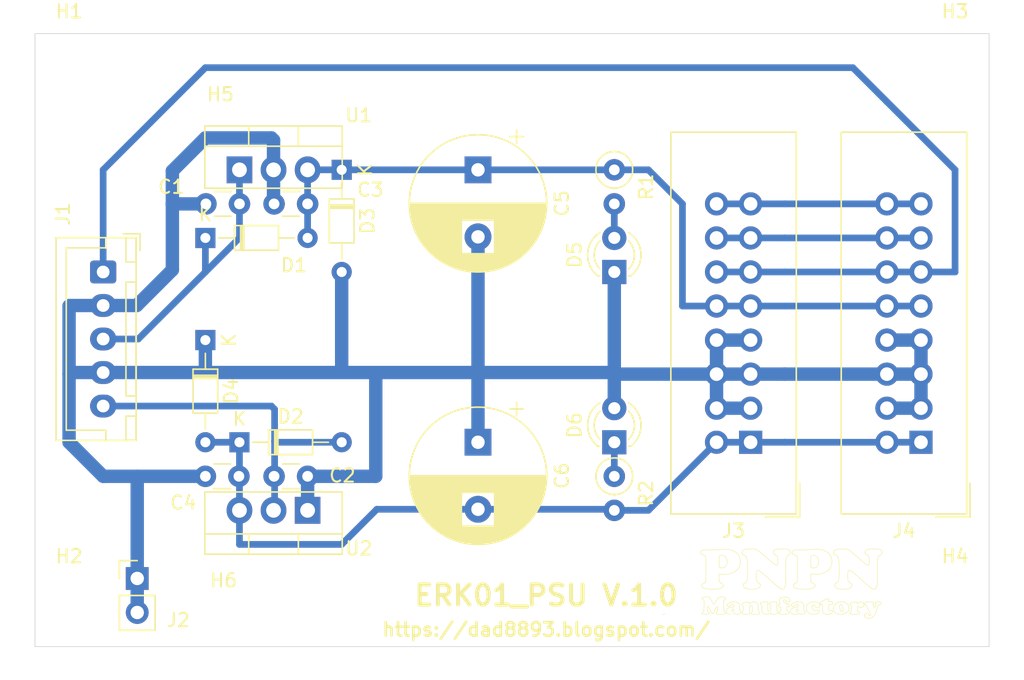
<source format=kicad_pcb>
(kicad_pcb (version 20171130) (host pcbnew "(5.1.4)-1")

  (general
    (thickness 1.6)
    (drawings 378)
    (tracks 117)
    (zones 0)
    (modules 26)
    (nets 11)
  )

  (page A4)
  (layers
    (0 F.Cu signal)
    (31 B.Cu signal)
    (32 B.Adhes user)
    (33 F.Adhes user)
    (34 B.Paste user)
    (35 F.Paste user)
    (36 B.SilkS user)
    (37 F.SilkS user)
    (38 B.Mask user)
    (39 F.Mask user)
    (40 Dwgs.User user)
    (41 Cmts.User user)
    (42 Eco1.User user)
    (43 Eco2.User user)
    (44 Edge.Cuts user)
    (45 Margin user)
    (46 B.CrtYd user)
    (47 F.CrtYd user)
    (48 B.Fab user)
    (49 F.Fab user)
  )

  (setup
    (last_trace_width 0.25)
    (user_trace_width 0.5)
    (user_trace_width 1)
    (trace_clearance 0.2)
    (zone_clearance 0.508)
    (zone_45_only no)
    (trace_min 0.2)
    (via_size 0.8)
    (via_drill 0.4)
    (via_min_size 0.4)
    (via_min_drill 0.3)
    (uvia_size 0.3)
    (uvia_drill 0.1)
    (uvias_allowed no)
    (uvia_min_size 0.2)
    (uvia_min_drill 0.1)
    (edge_width 0.05)
    (segment_width 0.2)
    (pcb_text_width 0.3)
    (pcb_text_size 1.5 1.5)
    (mod_edge_width 0.12)
    (mod_text_size 1 1)
    (mod_text_width 0.15)
    (pad_size 1.524 1.524)
    (pad_drill 0.762)
    (pad_to_mask_clearance 0.051)
    (solder_mask_min_width 0.25)
    (aux_axis_origin 0 0)
    (visible_elements 7FFFFFFF)
    (pcbplotparams
      (layerselection 0x010fc_ffffffff)
      (usegerberextensions false)
      (usegerberattributes false)
      (usegerberadvancedattributes false)
      (creategerberjobfile false)
      (excludeedgelayer true)
      (linewidth 0.100000)
      (plotframeref false)
      (viasonmask false)
      (mode 1)
      (useauxorigin false)
      (hpglpennumber 1)
      (hpglpenspeed 20)
      (hpglpendiameter 15.000000)
      (psnegative false)
      (psa4output false)
      (plotreference true)
      (plotvalue true)
      (plotinvisibletext false)
      (padsonsilk false)
      (subtractmaskfromsilk false)
      (outputformat 1)
      (mirror false)
      (drillshape 1)
      (scaleselection 1)
      (outputdirectory ""))
  )

  (net 0 "")
  (net 1 GND)
  (net 2 /+15V)
  (net 3 /-15V)
  (net 4 /+12V)
  (net 5 /-12V)
  (net 6 "Net-(D5-Pad2)")
  (net 7 "Net-(D6-Pad1)")
  (net 8 /+5V)
  (net 9 /CV)
  (net 10 /Gate)

  (net_class Default "これはデフォルトのネット クラスです。"
    (clearance 0.2)
    (trace_width 0.25)
    (via_dia 0.8)
    (via_drill 0.4)
    (uvia_dia 0.3)
    (uvia_drill 0.1)
    (add_net /+12V)
    (add_net /+15V)
    (add_net /+5V)
    (add_net /-12V)
    (add_net /-15V)
    (add_net /CV)
    (add_net /Gate)
    (add_net GND)
    (add_net "Net-(D5-Pad2)")
    (add_net "Net-(D6-Pad1)")
  )

  (module MountingHole:MountingHole_2.2mm_M2 (layer F.Cu) (tedit 56D1B4CB) (tstamp 5E6EF6B8)
    (at 119.38 116.84)
    (descr "Mounting Hole 2.2mm, no annular, M2")
    (tags "mounting hole 2.2mm no annular m2")
    (path /5E6F3635)
    (attr virtual)
    (fp_text reference H6 (at -3.72 0.15) (layer F.SilkS)
      (effects (font (size 1 1) (thickness 0.15)))
    )
    (fp_text value MountingHole (at 0 3.2) (layer F.Fab)
      (effects (font (size 1 1) (thickness 0.15)))
    )
    (fp_circle (center 0 0) (end 2.45 0) (layer F.CrtYd) (width 0.05))
    (fp_circle (center 0 0) (end 2.2 0) (layer Cmts.User) (width 0.15))
    (fp_text user %R (at 0.3 0) (layer F.Fab)
      (effects (font (size 1 1) (thickness 0.15)))
    )
    (pad 1 np_thru_hole circle (at 0 0) (size 2.2 2.2) (drill 2.2) (layers *.Cu *.Mask))
  )

  (module MountingHole:MountingHole_2.2mm_M2 (layer F.Cu) (tedit 56D1B4CB) (tstamp 5E6EF4A2)
    (at 119.38 81.28)
    (descr "Mounting Hole 2.2mm, no annular, M2")
    (tags "mounting hole 2.2mm no annular m2")
    (path /5E6F2B07)
    (attr virtual)
    (fp_text reference H5 (at -3.96 -0.55) (layer F.SilkS)
      (effects (font (size 1 1) (thickness 0.15)))
    )
    (fp_text value MountingHole (at 7.62 -1.27) (layer F.Fab)
      (effects (font (size 1 1) (thickness 0.15)))
    )
    (fp_circle (center 0 0) (end 2.45 0) (layer F.CrtYd) (width 0.05))
    (fp_circle (center 0 0) (end 2.2 0) (layer Cmts.User) (width 0.15))
    (fp_text user %R (at 0.3 0) (layer F.Fab)
      (effects (font (size 1 1) (thickness 0.15)))
    )
    (pad 1 np_thru_hole circle (at 0 0) (size 2.2 2.2) (drill 2.2) (layers *.Cu *.Mask))
  )

  (module Capacitor_THT:C_Disc_D3.0mm_W1.6mm_P2.50mm (layer F.Cu) (tedit 5AE50EF0) (tstamp 5E6A1B44)
    (at 121.92 109.22 180)
    (descr "C, Disc series, Radial, pin pitch=2.50mm, , diameter*width=3.0*1.6mm^2, Capacitor, http://www.vishay.com/docs/45233/krseries.pdf")
    (tags "C Disc series Radial pin pitch 2.50mm  diameter 3.0mm width 1.6mm Capacitor")
    (path /5E67A8EC)
    (fp_text reference C2 (at -2.59 0.06) (layer F.SilkS)
      (effects (font (size 1 1) (thickness 0.15)))
    )
    (fp_text value 0.33uF (at -3.69 0.09) (layer F.Fab)
      (effects (font (size 1 1) (thickness 0.15)))
    )
    (fp_text user %R (at 1.25 0) (layer F.Fab)
      (effects (font (size 0.6 0.6) (thickness 0.09)))
    )
    (fp_line (start 3.55 -1.05) (end -1.05 -1.05) (layer F.CrtYd) (width 0.05))
    (fp_line (start 3.55 1.05) (end 3.55 -1.05) (layer F.CrtYd) (width 0.05))
    (fp_line (start -1.05 1.05) (end 3.55 1.05) (layer F.CrtYd) (width 0.05))
    (fp_line (start -1.05 -1.05) (end -1.05 1.05) (layer F.CrtYd) (width 0.05))
    (fp_line (start 0.621 0.92) (end 1.879 0.92) (layer F.SilkS) (width 0.12))
    (fp_line (start 0.621 -0.92) (end 1.879 -0.92) (layer F.SilkS) (width 0.12))
    (fp_line (start 2.75 -0.8) (end -0.25 -0.8) (layer F.Fab) (width 0.1))
    (fp_line (start 2.75 0.8) (end 2.75 -0.8) (layer F.Fab) (width 0.1))
    (fp_line (start -0.25 0.8) (end 2.75 0.8) (layer F.Fab) (width 0.1))
    (fp_line (start -0.25 -0.8) (end -0.25 0.8) (layer F.Fab) (width 0.1))
    (pad 2 thru_hole circle (at 2.5 0 180) (size 1.6 1.6) (drill 0.8) (layers *.Cu *.Mask)
      (net 3 /-15V))
    (pad 1 thru_hole circle (at 0 0 180) (size 1.6 1.6) (drill 0.8) (layers *.Cu *.Mask)
      (net 1 GND))
    (model ${KISYS3DMOD}/Capacitor_THT.3dshapes/C_Disc_D3.0mm_W1.6mm_P2.50mm.wrl
      (at (xyz 0 0 0))
      (scale (xyz 1 1 1))
      (rotate (xyz 0 0 0))
    )
  )

  (module Capacitor_THT:C_Disc_D3.0mm_W1.6mm_P2.50mm (layer F.Cu) (tedit 5AE50EF0) (tstamp 5E67F0B0)
    (at 116.84 88.9 180)
    (descr "C, Disc series, Radial, pin pitch=2.50mm, , diameter*width=3.0*1.6mm^2, Capacitor, http://www.vishay.com/docs/45233/krseries.pdf")
    (tags "C Disc series Radial pin pitch 2.50mm  diameter 3.0mm width 1.6mm Capacitor")
    (path /5E67A26C)
    (fp_text reference C1 (at 5.08 1.27) (layer F.SilkS)
      (effects (font (size 1 1) (thickness 0.15)))
    )
    (fp_text value 0.33uF (at 6.35 0) (layer F.Fab)
      (effects (font (size 1 1) (thickness 0.15)))
    )
    (fp_text user %R (at 1.25 0) (layer F.Fab)
      (effects (font (size 0.6 0.6) (thickness 0.09)))
    )
    (fp_line (start 3.55 -1.05) (end -1.05 -1.05) (layer F.CrtYd) (width 0.05))
    (fp_line (start 3.55 1.05) (end 3.55 -1.05) (layer F.CrtYd) (width 0.05))
    (fp_line (start -1.05 1.05) (end 3.55 1.05) (layer F.CrtYd) (width 0.05))
    (fp_line (start -1.05 -1.05) (end -1.05 1.05) (layer F.CrtYd) (width 0.05))
    (fp_line (start 0.621 0.92) (end 1.879 0.92) (layer F.SilkS) (width 0.12))
    (fp_line (start 0.621 -0.92) (end 1.879 -0.92) (layer F.SilkS) (width 0.12))
    (fp_line (start 2.75 -0.8) (end -0.25 -0.8) (layer F.Fab) (width 0.1))
    (fp_line (start 2.75 0.8) (end 2.75 -0.8) (layer F.Fab) (width 0.1))
    (fp_line (start -0.25 0.8) (end 2.75 0.8) (layer F.Fab) (width 0.1))
    (fp_line (start -0.25 -0.8) (end -0.25 0.8) (layer F.Fab) (width 0.1))
    (pad 2 thru_hole circle (at 2.5 0 180) (size 1.6 1.6) (drill 0.8) (layers *.Cu *.Mask)
      (net 1 GND))
    (pad 1 thru_hole circle (at 0 0 180) (size 1.6 1.6) (drill 0.8) (layers *.Cu *.Mask)
      (net 2 /+15V))
    (model ${KISYS3DMOD}/Capacitor_THT.3dshapes/C_Disc_D3.0mm_W1.6mm_P2.50mm.wrl
      (at (xyz 0 0 0))
      (scale (xyz 1 1 1))
      (rotate (xyz 0 0 0))
    )
  )

  (module Connector_IDC:IDC-Header_2x08_P2.54mm_Vertical (layer F.Cu) (tedit 59DE0341) (tstamp 5E6A1617)
    (at 167.64 106.68 180)
    (descr "Through hole straight IDC box header, 2x08, 2.54mm pitch, double rows")
    (tags "Through hole IDC box header THT 2x08 2.54mm double row")
    (path /5E69D8F6)
    (fp_text reference J4 (at 1.27 -6.604) (layer F.SilkS)
      (effects (font (size 1 1) (thickness 0.15)))
    )
    (fp_text value PWR_OUT_2 (at 1.27 24.384) (layer F.Fab)
      (effects (font (size 1 1) (thickness 0.15)))
    )
    (fp_line (start -3.655 -5.6) (end -1.115 -5.6) (layer F.SilkS) (width 0.12))
    (fp_line (start -3.655 -5.6) (end -3.655 -3.06) (layer F.SilkS) (width 0.12))
    (fp_line (start -3.405 -5.35) (end 5.945 -5.35) (layer F.SilkS) (width 0.12))
    (fp_line (start -3.405 23.13) (end -3.405 -5.35) (layer F.SilkS) (width 0.12))
    (fp_line (start 5.945 23.13) (end -3.405 23.13) (layer F.SilkS) (width 0.12))
    (fp_line (start 5.945 -5.35) (end 5.945 23.13) (layer F.SilkS) (width 0.12))
    (fp_line (start -3.41 -5.35) (end 5.95 -5.35) (layer F.CrtYd) (width 0.05))
    (fp_line (start -3.41 23.13) (end -3.41 -5.35) (layer F.CrtYd) (width 0.05))
    (fp_line (start 5.95 23.13) (end -3.41 23.13) (layer F.CrtYd) (width 0.05))
    (fp_line (start 5.95 -5.35) (end 5.95 23.13) (layer F.CrtYd) (width 0.05))
    (fp_line (start -3.155 22.88) (end -2.605 22.32) (layer F.Fab) (width 0.1))
    (fp_line (start -3.155 -5.1) (end -2.605 -4.56) (layer F.Fab) (width 0.1))
    (fp_line (start 5.695 22.88) (end 5.145 22.32) (layer F.Fab) (width 0.1))
    (fp_line (start 5.695 -5.1) (end 5.145 -4.56) (layer F.Fab) (width 0.1))
    (fp_line (start 5.145 22.32) (end -2.605 22.32) (layer F.Fab) (width 0.1))
    (fp_line (start 5.695 22.88) (end -3.155 22.88) (layer F.Fab) (width 0.1))
    (fp_line (start 5.145 -4.56) (end -2.605 -4.56) (layer F.Fab) (width 0.1))
    (fp_line (start 5.695 -5.1) (end -3.155 -5.1) (layer F.Fab) (width 0.1))
    (fp_line (start -2.605 11.14) (end -3.155 11.14) (layer F.Fab) (width 0.1))
    (fp_line (start -2.605 6.64) (end -3.155 6.64) (layer F.Fab) (width 0.1))
    (fp_line (start -2.605 11.14) (end -2.605 22.32) (layer F.Fab) (width 0.1))
    (fp_line (start -2.605 -4.56) (end -2.605 6.64) (layer F.Fab) (width 0.1))
    (fp_line (start -3.155 -5.1) (end -3.155 22.88) (layer F.Fab) (width 0.1))
    (fp_line (start 5.145 -4.56) (end 5.145 22.32) (layer F.Fab) (width 0.1))
    (fp_line (start 5.695 -5.1) (end 5.695 22.88) (layer F.Fab) (width 0.1))
    (fp_text user %R (at 1.27 8.89) (layer F.Fab)
      (effects (font (size 1 1) (thickness 0.15)))
    )
    (pad 16 thru_hole oval (at 2.54 17.78 180) (size 1.7272 1.7272) (drill 1.016) (layers *.Cu *.Mask)
      (net 10 /Gate))
    (pad 15 thru_hole oval (at 0 17.78 180) (size 1.7272 1.7272) (drill 1.016) (layers *.Cu *.Mask)
      (net 10 /Gate))
    (pad 14 thru_hole oval (at 2.54 15.24 180) (size 1.7272 1.7272) (drill 1.016) (layers *.Cu *.Mask)
      (net 9 /CV))
    (pad 13 thru_hole oval (at 0 15.24 180) (size 1.7272 1.7272) (drill 1.016) (layers *.Cu *.Mask)
      (net 9 /CV))
    (pad 12 thru_hole oval (at 2.54 12.7 180) (size 1.7272 1.7272) (drill 1.016) (layers *.Cu *.Mask)
      (net 8 /+5V))
    (pad 11 thru_hole oval (at 0 12.7 180) (size 1.7272 1.7272) (drill 1.016) (layers *.Cu *.Mask)
      (net 8 /+5V))
    (pad 10 thru_hole oval (at 2.54 10.16 180) (size 1.7272 1.7272) (drill 1.016) (layers *.Cu *.Mask)
      (net 4 /+12V))
    (pad 9 thru_hole oval (at 0 10.16 180) (size 1.7272 1.7272) (drill 1.016) (layers *.Cu *.Mask)
      (net 4 /+12V))
    (pad 8 thru_hole oval (at 2.54 7.62 180) (size 1.7272 1.7272) (drill 1.016) (layers *.Cu *.Mask)
      (net 1 GND))
    (pad 7 thru_hole oval (at 0 7.62 180) (size 1.7272 1.7272) (drill 1.016) (layers *.Cu *.Mask)
      (net 1 GND))
    (pad 6 thru_hole oval (at 2.54 5.08 180) (size 1.7272 1.7272) (drill 1.016) (layers *.Cu *.Mask)
      (net 1 GND))
    (pad 5 thru_hole oval (at 0 5.08 180) (size 1.7272 1.7272) (drill 1.016) (layers *.Cu *.Mask)
      (net 1 GND))
    (pad 4 thru_hole oval (at 2.54 2.54 180) (size 1.7272 1.7272) (drill 1.016) (layers *.Cu *.Mask)
      (net 1 GND))
    (pad 3 thru_hole oval (at 0 2.54 180) (size 1.7272 1.7272) (drill 1.016) (layers *.Cu *.Mask)
      (net 1 GND))
    (pad 2 thru_hole oval (at 2.54 0 180) (size 1.7272 1.7272) (drill 1.016) (layers *.Cu *.Mask)
      (net 5 /-12V))
    (pad 1 thru_hole rect (at 0 0 180) (size 1.7272 1.7272) (drill 1.016) (layers *.Cu *.Mask)
      (net 5 /-12V))
    (model ${KISYS3DMOD}/Connector_IDC.3dshapes/IDC-Header_2x08_P2.54mm_Vertical.wrl
      (at (xyz 0 0 0))
      (scale (xyz 1 1 1))
      (rotate (xyz 0 0 0))
    )
  )

  (module Connector_IDC:IDC-Header_2x08_P2.54mm_Vertical (layer F.Cu) (tedit 59DE0341) (tstamp 5E67F391)
    (at 154.94 106.68 180)
    (descr "Through hole straight IDC box header, 2x08, 2.54mm pitch, double rows")
    (tags "Through hole IDC box header THT 2x08 2.54mm double row")
    (path /5E681089)
    (fp_text reference J3 (at 1.27 -6.604) (layer F.SilkS)
      (effects (font (size 1 1) (thickness 0.15)))
    )
    (fp_text value PWR_OUT_1 (at 1.27 24.384) (layer F.Fab)
      (effects (font (size 1 1) (thickness 0.15)))
    )
    (fp_line (start -3.655 -5.6) (end -1.115 -5.6) (layer F.SilkS) (width 0.12))
    (fp_line (start -3.655 -5.6) (end -3.655 -3.06) (layer F.SilkS) (width 0.12))
    (fp_line (start -3.405 -5.35) (end 5.945 -5.35) (layer F.SilkS) (width 0.12))
    (fp_line (start -3.405 23.13) (end -3.405 -5.35) (layer F.SilkS) (width 0.12))
    (fp_line (start 5.945 23.13) (end -3.405 23.13) (layer F.SilkS) (width 0.12))
    (fp_line (start 5.945 -5.35) (end 5.945 23.13) (layer F.SilkS) (width 0.12))
    (fp_line (start -3.41 -5.35) (end 5.95 -5.35) (layer F.CrtYd) (width 0.05))
    (fp_line (start -3.41 23.13) (end -3.41 -5.35) (layer F.CrtYd) (width 0.05))
    (fp_line (start 5.95 23.13) (end -3.41 23.13) (layer F.CrtYd) (width 0.05))
    (fp_line (start 5.95 -5.35) (end 5.95 23.13) (layer F.CrtYd) (width 0.05))
    (fp_line (start -3.155 22.88) (end -2.605 22.32) (layer F.Fab) (width 0.1))
    (fp_line (start -3.155 -5.1) (end -2.605 -4.56) (layer F.Fab) (width 0.1))
    (fp_line (start 5.695 22.88) (end 5.145 22.32) (layer F.Fab) (width 0.1))
    (fp_line (start 5.695 -5.1) (end 5.145 -4.56) (layer F.Fab) (width 0.1))
    (fp_line (start 5.145 22.32) (end -2.605 22.32) (layer F.Fab) (width 0.1))
    (fp_line (start 5.695 22.88) (end -3.155 22.88) (layer F.Fab) (width 0.1))
    (fp_line (start 5.145 -4.56) (end -2.605 -4.56) (layer F.Fab) (width 0.1))
    (fp_line (start 5.695 -5.1) (end -3.155 -5.1) (layer F.Fab) (width 0.1))
    (fp_line (start -2.605 11.14) (end -3.155 11.14) (layer F.Fab) (width 0.1))
    (fp_line (start -2.605 6.64) (end -3.155 6.64) (layer F.Fab) (width 0.1))
    (fp_line (start -2.605 11.14) (end -2.605 22.32) (layer F.Fab) (width 0.1))
    (fp_line (start -2.605 -4.56) (end -2.605 6.64) (layer F.Fab) (width 0.1))
    (fp_line (start -3.155 -5.1) (end -3.155 22.88) (layer F.Fab) (width 0.1))
    (fp_line (start 5.145 -4.56) (end 5.145 22.32) (layer F.Fab) (width 0.1))
    (fp_line (start 5.695 -5.1) (end 5.695 22.88) (layer F.Fab) (width 0.1))
    (fp_text user %R (at 1.27 8.89) (layer F.Fab)
      (effects (font (size 1 1) (thickness 0.15)))
    )
    (pad 16 thru_hole oval (at 2.54 17.78 180) (size 1.7272 1.7272) (drill 1.016) (layers *.Cu *.Mask)
      (net 10 /Gate))
    (pad 15 thru_hole oval (at 0 17.78 180) (size 1.7272 1.7272) (drill 1.016) (layers *.Cu *.Mask)
      (net 10 /Gate))
    (pad 14 thru_hole oval (at 2.54 15.24 180) (size 1.7272 1.7272) (drill 1.016) (layers *.Cu *.Mask)
      (net 9 /CV))
    (pad 13 thru_hole oval (at 0 15.24 180) (size 1.7272 1.7272) (drill 1.016) (layers *.Cu *.Mask)
      (net 9 /CV))
    (pad 12 thru_hole oval (at 2.54 12.7 180) (size 1.7272 1.7272) (drill 1.016) (layers *.Cu *.Mask)
      (net 8 /+5V))
    (pad 11 thru_hole oval (at 0 12.7 180) (size 1.7272 1.7272) (drill 1.016) (layers *.Cu *.Mask)
      (net 8 /+5V))
    (pad 10 thru_hole oval (at 2.54 10.16 180) (size 1.7272 1.7272) (drill 1.016) (layers *.Cu *.Mask)
      (net 4 /+12V))
    (pad 9 thru_hole oval (at 0 10.16 180) (size 1.7272 1.7272) (drill 1.016) (layers *.Cu *.Mask)
      (net 4 /+12V))
    (pad 8 thru_hole oval (at 2.54 7.62 180) (size 1.7272 1.7272) (drill 1.016) (layers *.Cu *.Mask)
      (net 1 GND))
    (pad 7 thru_hole oval (at 0 7.62 180) (size 1.7272 1.7272) (drill 1.016) (layers *.Cu *.Mask)
      (net 1 GND))
    (pad 6 thru_hole oval (at 2.54 5.08 180) (size 1.7272 1.7272) (drill 1.016) (layers *.Cu *.Mask)
      (net 1 GND))
    (pad 5 thru_hole oval (at 0 5.08 180) (size 1.7272 1.7272) (drill 1.016) (layers *.Cu *.Mask)
      (net 1 GND))
    (pad 4 thru_hole oval (at 2.54 2.54 180) (size 1.7272 1.7272) (drill 1.016) (layers *.Cu *.Mask)
      (net 1 GND))
    (pad 3 thru_hole oval (at 0 2.54 180) (size 1.7272 1.7272) (drill 1.016) (layers *.Cu *.Mask)
      (net 1 GND))
    (pad 2 thru_hole oval (at 2.54 0 180) (size 1.7272 1.7272) (drill 1.016) (layers *.Cu *.Mask)
      (net 5 /-12V))
    (pad 1 thru_hole rect (at 0 0 180) (size 1.7272 1.7272) (drill 1.016) (layers *.Cu *.Mask)
      (net 5 /-12V))
    (model ${KISYS3DMOD}/Connector_IDC.3dshapes/IDC-Header_2x08_P2.54mm_Vertical.wrl
      (at (xyz 0 0 0))
      (scale (xyz 1 1 1))
      (rotate (xyz 0 0 0))
    )
  )

  (module MountingHole:MountingHole_3.2mm_M3 (layer F.Cu) (tedit 56D1B4CB) (tstamp 5E6A3A8C)
    (at 170.18 119.38)
    (descr "Mounting Hole 3.2mm, no annular, M3")
    (tags "mounting hole 3.2mm no annular m3")
    (path /5E755DC1)
    (attr virtual)
    (fp_text reference H4 (at 0 -4.2) (layer F.SilkS)
      (effects (font (size 1 1) (thickness 0.15)))
    )
    (fp_text value MountingHole (at 0 4.2) (layer F.Fab)
      (effects (font (size 1 1) (thickness 0.15)))
    )
    (fp_circle (center 0 0) (end 3.45 0) (layer F.CrtYd) (width 0.05))
    (fp_circle (center 0 0) (end 3.2 0) (layer Cmts.User) (width 0.15))
    (fp_text user %R (at 0.3 0) (layer F.Fab)
      (effects (font (size 1 1) (thickness 0.15)))
    )
    (pad 1 np_thru_hole circle (at 0 0) (size 3.2 3.2) (drill 3.2) (layers *.Cu *.Mask))
  )

  (module MountingHole:MountingHole_3.2mm_M3 (layer F.Cu) (tedit 56D1B4CB) (tstamp 5E6A3A84)
    (at 170.18 78.74)
    (descr "Mounting Hole 3.2mm, no annular, M3")
    (tags "mounting hole 3.2mm no annular m3")
    (path /5E7559BC)
    (attr virtual)
    (fp_text reference H3 (at 0 -4.2) (layer F.SilkS)
      (effects (font (size 1 1) (thickness 0.15)))
    )
    (fp_text value MountingHole (at 0 4.2) (layer F.Fab)
      (effects (font (size 1 1) (thickness 0.15)))
    )
    (fp_circle (center 0 0) (end 3.45 0) (layer F.CrtYd) (width 0.05))
    (fp_circle (center 0 0) (end 3.2 0) (layer Cmts.User) (width 0.15))
    (fp_text user %R (at 0.3 0) (layer F.Fab)
      (effects (font (size 1 1) (thickness 0.15)))
    )
    (pad 1 np_thru_hole circle (at 0 0) (size 3.2 3.2) (drill 3.2) (layers *.Cu *.Mask))
  )

  (module MountingHole:MountingHole_3.2mm_M3 (layer F.Cu) (tedit 56D1B4CB) (tstamp 5E6A3A7C)
    (at 104.14 119.38)
    (descr "Mounting Hole 3.2mm, no annular, M3")
    (tags "mounting hole 3.2mm no annular m3")
    (path /5E754CEC)
    (attr virtual)
    (fp_text reference H2 (at 0 -4.2) (layer F.SilkS)
      (effects (font (size 1 1) (thickness 0.15)))
    )
    (fp_text value MountingHole (at 0 4.2) (layer F.Fab)
      (effects (font (size 1 1) (thickness 0.15)))
    )
    (fp_circle (center 0 0) (end 3.45 0) (layer F.CrtYd) (width 0.05))
    (fp_circle (center 0 0) (end 3.2 0) (layer Cmts.User) (width 0.15))
    (fp_text user %R (at 0.3 0) (layer F.Fab)
      (effects (font (size 1 1) (thickness 0.15)))
    )
    (pad 1 np_thru_hole circle (at 0 0) (size 3.2 3.2) (drill 3.2) (layers *.Cu *.Mask))
  )

  (module MountingHole:MountingHole_3.2mm_M3 (layer F.Cu) (tedit 56D1B4CB) (tstamp 5E6A3A74)
    (at 104.14 78.74)
    (descr "Mounting Hole 3.2mm, no annular, M3")
    (tags "mounting hole 3.2mm no annular m3")
    (path /5E75494D)
    (attr virtual)
    (fp_text reference H1 (at 0 -4.2) (layer F.SilkS)
      (effects (font (size 1 1) (thickness 0.15)))
    )
    (fp_text value MountingHole (at 0 4.2) (layer F.Fab)
      (effects (font (size 1 1) (thickness 0.15)))
    )
    (fp_circle (center 0 0) (end 3.45 0) (layer F.CrtYd) (width 0.05))
    (fp_circle (center 0 0) (end 3.2 0) (layer Cmts.User) (width 0.15))
    (fp_text user %R (at 0.3 0) (layer F.Fab)
      (effects (font (size 1 1) (thickness 0.15)))
    )
    (pad 1 np_thru_hole circle (at 0 0) (size 3.2 3.2) (drill 3.2) (layers *.Cu *.Mask))
  )

  (module Resistor_THT:R_Axial_DIN0207_L6.3mm_D2.5mm_P2.54mm_Vertical (layer F.Cu) (tedit 5AE5139B) (tstamp 5E6A2606)
    (at 144.78 109.22 270)
    (descr "Resistor, Axial_DIN0207 series, Axial, Vertical, pin pitch=2.54mm, 0.25W = 1/4W, length*diameter=6.3*2.5mm^2, http://cdn-reichelt.de/documents/datenblatt/B400/1_4W%23YAG.pdf")
    (tags "Resistor Axial_DIN0207 series Axial Vertical pin pitch 2.54mm 0.25W = 1/4W length 6.3mm diameter 2.5mm")
    (path /5E6836A9)
    (fp_text reference R2 (at 1.27 -2.37 90) (layer F.SilkS)
      (effects (font (size 1 1) (thickness 0.15)))
    )
    (fp_text value 2.2k (at 1.27 2.37 90) (layer F.Fab)
      (effects (font (size 1 1) (thickness 0.15)))
    )
    (fp_text user %R (at 1.27 -2.37 90) (layer F.Fab)
      (effects (font (size 1 1) (thickness 0.15)))
    )
    (fp_line (start 3.59 -1.5) (end -1.5 -1.5) (layer F.CrtYd) (width 0.05))
    (fp_line (start 3.59 1.5) (end 3.59 -1.5) (layer F.CrtYd) (width 0.05))
    (fp_line (start -1.5 1.5) (end 3.59 1.5) (layer F.CrtYd) (width 0.05))
    (fp_line (start -1.5 -1.5) (end -1.5 1.5) (layer F.CrtYd) (width 0.05))
    (fp_line (start 1.37 0) (end 1.44 0) (layer F.SilkS) (width 0.12))
    (fp_line (start 0 0) (end 2.54 0) (layer F.Fab) (width 0.1))
    (fp_circle (center 0 0) (end 1.37 0) (layer F.SilkS) (width 0.12))
    (fp_circle (center 0 0) (end 1.25 0) (layer F.Fab) (width 0.1))
    (pad 2 thru_hole oval (at 2.54 0 270) (size 1.6 1.6) (drill 0.8) (layers *.Cu *.Mask)
      (net 5 /-12V))
    (pad 1 thru_hole circle (at 0 0 270) (size 1.6 1.6) (drill 0.8) (layers *.Cu *.Mask)
      (net 7 "Net-(D6-Pad1)"))
    (model ${KISYS3DMOD}/Resistor_THT.3dshapes/R_Axial_DIN0207_L6.3mm_D2.5mm_P2.54mm_Vertical.wrl
      (at (xyz 0 0 0))
      (scale (xyz 1 1 1))
      (rotate (xyz 0 0 0))
    )
  )

  (module Resistor_THT:R_Axial_DIN0207_L6.3mm_D2.5mm_P2.54mm_Vertical (layer F.Cu) (tedit 5AE5139B) (tstamp 5E6A25DC)
    (at 144.78 86.36 270)
    (descr "Resistor, Axial_DIN0207 series, Axial, Vertical, pin pitch=2.54mm, 0.25W = 1/4W, length*diameter=6.3*2.5mm^2, http://cdn-reichelt.de/documents/datenblatt/B400/1_4W%23YAG.pdf")
    (tags "Resistor Axial_DIN0207 series Axial Vertical pin pitch 2.54mm 0.25W = 1/4W length 6.3mm diameter 2.5mm")
    (path /5E683297)
    (fp_text reference R1 (at 1.27 -2.37 90) (layer F.SilkS)
      (effects (font (size 1 1) (thickness 0.15)))
    )
    (fp_text value 2.2k (at 1.27 2.37 90) (layer F.Fab)
      (effects (font (size 1 1) (thickness 0.15)))
    )
    (fp_text user %R (at 1.27 -2.37 90) (layer F.Fab)
      (effects (font (size 1 1) (thickness 0.15)))
    )
    (fp_line (start 3.59 -1.5) (end -1.5 -1.5) (layer F.CrtYd) (width 0.05))
    (fp_line (start 3.59 1.5) (end 3.59 -1.5) (layer F.CrtYd) (width 0.05))
    (fp_line (start -1.5 1.5) (end 3.59 1.5) (layer F.CrtYd) (width 0.05))
    (fp_line (start -1.5 -1.5) (end -1.5 1.5) (layer F.CrtYd) (width 0.05))
    (fp_line (start 1.37 0) (end 1.44 0) (layer F.SilkS) (width 0.12))
    (fp_line (start 0 0) (end 2.54 0) (layer F.Fab) (width 0.1))
    (fp_circle (center 0 0) (end 1.37 0) (layer F.SilkS) (width 0.12))
    (fp_circle (center 0 0) (end 1.25 0) (layer F.Fab) (width 0.1))
    (pad 2 thru_hole oval (at 2.54 0 270) (size 1.6 1.6) (drill 0.8) (layers *.Cu *.Mask)
      (net 6 "Net-(D5-Pad2)"))
    (pad 1 thru_hole circle (at 0 0 270) (size 1.6 1.6) (drill 0.8) (layers *.Cu *.Mask)
      (net 4 /+12V))
    (model ${KISYS3DMOD}/Resistor_THT.3dshapes/R_Axial_DIN0207_L6.3mm_D2.5mm_P2.54mm_Vertical.wrl
      (at (xyz 0 0 0))
      (scale (xyz 1 1 1))
      (rotate (xyz 0 0 0))
    )
  )

  (module Diode_THT:D_DO-34_SOD68_P7.62mm_Horizontal (layer F.Cu) (tedit 5AE50CD5) (tstamp 5E67F2FB)
    (at 114.3 99.06 270)
    (descr "Diode, DO-34_SOD68 series, Axial, Horizontal, pin pitch=7.62mm, , length*diameter=3.04*1.6mm^2, , https://www.nxp.com/docs/en/data-sheet/KTY83_SER.pdf")
    (tags "Diode DO-34_SOD68 series Axial Horizontal pin pitch 7.62mm  length 3.04mm diameter 1.6mm")
    (path /5E67EBBB)
    (fp_text reference D4 (at 3.81 -1.92 90) (layer F.SilkS)
      (effects (font (size 1 1) (thickness 0.15)))
    )
    (fp_text value 1S4 (at 3.81 1.92 90) (layer F.Fab)
      (effects (font (size 1 1) (thickness 0.15)))
    )
    (fp_text user K (at 0 -1.75 90) (layer F.SilkS)
      (effects (font (size 1 1) (thickness 0.15)))
    )
    (fp_text user K (at 0 -1.75 90) (layer F.Fab)
      (effects (font (size 1 1) (thickness 0.15)))
    )
    (fp_text user %R (at 4.038 0 90) (layer F.Fab)
      (effects (font (size 0.608 0.608) (thickness 0.0912)))
    )
    (fp_line (start 8.63 -1.05) (end -1 -1.05) (layer F.CrtYd) (width 0.05))
    (fp_line (start 8.63 1.05) (end 8.63 -1.05) (layer F.CrtYd) (width 0.05))
    (fp_line (start -1 1.05) (end 8.63 1.05) (layer F.CrtYd) (width 0.05))
    (fp_line (start -1 -1.05) (end -1 1.05) (layer F.CrtYd) (width 0.05))
    (fp_line (start 2.626 -0.92) (end 2.626 0.92) (layer F.SilkS) (width 0.12))
    (fp_line (start 2.866 -0.92) (end 2.866 0.92) (layer F.SilkS) (width 0.12))
    (fp_line (start 2.746 -0.92) (end 2.746 0.92) (layer F.SilkS) (width 0.12))
    (fp_line (start 6.63 0) (end 5.45 0) (layer F.SilkS) (width 0.12))
    (fp_line (start 0.99 0) (end 2.17 0) (layer F.SilkS) (width 0.12))
    (fp_line (start 5.45 -0.92) (end 2.17 -0.92) (layer F.SilkS) (width 0.12))
    (fp_line (start 5.45 0.92) (end 5.45 -0.92) (layer F.SilkS) (width 0.12))
    (fp_line (start 2.17 0.92) (end 5.45 0.92) (layer F.SilkS) (width 0.12))
    (fp_line (start 2.17 -0.92) (end 2.17 0.92) (layer F.SilkS) (width 0.12))
    (fp_line (start 2.646 -0.8) (end 2.646 0.8) (layer F.Fab) (width 0.1))
    (fp_line (start 2.846 -0.8) (end 2.846 0.8) (layer F.Fab) (width 0.1))
    (fp_line (start 2.746 -0.8) (end 2.746 0.8) (layer F.Fab) (width 0.1))
    (fp_line (start 7.62 0) (end 5.33 0) (layer F.Fab) (width 0.1))
    (fp_line (start 0 0) (end 2.29 0) (layer F.Fab) (width 0.1))
    (fp_line (start 5.33 -0.8) (end 2.29 -0.8) (layer F.Fab) (width 0.1))
    (fp_line (start 5.33 0.8) (end 5.33 -0.8) (layer F.Fab) (width 0.1))
    (fp_line (start 2.29 0.8) (end 5.33 0.8) (layer F.Fab) (width 0.1))
    (fp_line (start 2.29 -0.8) (end 2.29 0.8) (layer F.Fab) (width 0.1))
    (pad 2 thru_hole oval (at 7.62 0 270) (size 1.5 1.5) (drill 0.75) (layers *.Cu *.Mask)
      (net 5 /-12V))
    (pad 1 thru_hole rect (at 0 0 270) (size 1.5 1.5) (drill 0.75) (layers *.Cu *.Mask)
      (net 1 GND))
    (model ${KISYS3DMOD}/Diode_THT.3dshapes/D_DO-34_SOD68_P7.62mm_Horizontal.wrl
      (at (xyz 0 0 0))
      (scale (xyz 1 1 1))
      (rotate (xyz 0 0 0))
    )
  )

  (module Diode_THT:D_DO-34_SOD68_P7.62mm_Horizontal (layer F.Cu) (tedit 5AE50CD5) (tstamp 5E67F2DC)
    (at 124.46 86.36 270)
    (descr "Diode, DO-34_SOD68 series, Axial, Horizontal, pin pitch=7.62mm, , length*diameter=3.04*1.6mm^2, , https://www.nxp.com/docs/en/data-sheet/KTY83_SER.pdf")
    (tags "Diode DO-34_SOD68 series Axial Horizontal pin pitch 7.62mm  length 3.04mm diameter 1.6mm")
    (path /5E67DED7)
    (fp_text reference D3 (at 3.81 -1.92 90) (layer F.SilkS)
      (effects (font (size 1 1) (thickness 0.15)))
    )
    (fp_text value 1S4 (at 3.81 1.92 90) (layer F.Fab)
      (effects (font (size 1 1) (thickness 0.15)))
    )
    (fp_text user K (at 0 -1.75 90) (layer F.SilkS)
      (effects (font (size 1 1) (thickness 0.15)))
    )
    (fp_text user K (at 0 -1.75 90) (layer F.Fab)
      (effects (font (size 1 1) (thickness 0.15)))
    )
    (fp_text user %R (at 4.038 0 90) (layer F.Fab)
      (effects (font (size 0.608 0.608) (thickness 0.0912)))
    )
    (fp_line (start 8.63 -1.05) (end -1 -1.05) (layer F.CrtYd) (width 0.05))
    (fp_line (start 8.63 1.05) (end 8.63 -1.05) (layer F.CrtYd) (width 0.05))
    (fp_line (start -1 1.05) (end 8.63 1.05) (layer F.CrtYd) (width 0.05))
    (fp_line (start -1 -1.05) (end -1 1.05) (layer F.CrtYd) (width 0.05))
    (fp_line (start 2.626 -0.92) (end 2.626 0.92) (layer F.SilkS) (width 0.12))
    (fp_line (start 2.866 -0.92) (end 2.866 0.92) (layer F.SilkS) (width 0.12))
    (fp_line (start 2.746 -0.92) (end 2.746 0.92) (layer F.SilkS) (width 0.12))
    (fp_line (start 6.63 0) (end 5.45 0) (layer F.SilkS) (width 0.12))
    (fp_line (start 0.99 0) (end 2.17 0) (layer F.SilkS) (width 0.12))
    (fp_line (start 5.45 -0.92) (end 2.17 -0.92) (layer F.SilkS) (width 0.12))
    (fp_line (start 5.45 0.92) (end 5.45 -0.92) (layer F.SilkS) (width 0.12))
    (fp_line (start 2.17 0.92) (end 5.45 0.92) (layer F.SilkS) (width 0.12))
    (fp_line (start 2.17 -0.92) (end 2.17 0.92) (layer F.SilkS) (width 0.12))
    (fp_line (start 2.646 -0.8) (end 2.646 0.8) (layer F.Fab) (width 0.1))
    (fp_line (start 2.846 -0.8) (end 2.846 0.8) (layer F.Fab) (width 0.1))
    (fp_line (start 2.746 -0.8) (end 2.746 0.8) (layer F.Fab) (width 0.1))
    (fp_line (start 7.62 0) (end 5.33 0) (layer F.Fab) (width 0.1))
    (fp_line (start 0 0) (end 2.29 0) (layer F.Fab) (width 0.1))
    (fp_line (start 5.33 -0.8) (end 2.29 -0.8) (layer F.Fab) (width 0.1))
    (fp_line (start 5.33 0.8) (end 5.33 -0.8) (layer F.Fab) (width 0.1))
    (fp_line (start 2.29 0.8) (end 5.33 0.8) (layer F.Fab) (width 0.1))
    (fp_line (start 2.29 -0.8) (end 2.29 0.8) (layer F.Fab) (width 0.1))
    (pad 2 thru_hole oval (at 7.62 0 270) (size 1.5 1.5) (drill 0.75) (layers *.Cu *.Mask)
      (net 1 GND))
    (pad 1 thru_hole rect (at 0 0 270) (size 1.5 1.5) (drill 0.75) (layers *.Cu *.Mask)
      (net 4 /+12V))
    (model ${KISYS3DMOD}/Diode_THT.3dshapes/D_DO-34_SOD68_P7.62mm_Horizontal.wrl
      (at (xyz 0 0 0))
      (scale (xyz 1 1 1))
      (rotate (xyz 0 0 0))
    )
  )

  (module Diode_THT:D_DO-34_SOD68_P7.62mm_Horizontal (layer F.Cu) (tedit 5AE50CD5) (tstamp 5E67F2BD)
    (at 116.84 106.68)
    (descr "Diode, DO-34_SOD68 series, Axial, Horizontal, pin pitch=7.62mm, , length*diameter=3.04*1.6mm^2, , https://www.nxp.com/docs/en/data-sheet/KTY83_SER.pdf")
    (tags "Diode DO-34_SOD68 series Axial Horizontal pin pitch 7.62mm  length 3.04mm diameter 1.6mm")
    (path /5E67D70C)
    (fp_text reference D2 (at 3.81 -1.92) (layer F.SilkS)
      (effects (font (size 1 1) (thickness 0.15)))
    )
    (fp_text value 1S4 (at 6.46 -1.97) (layer F.Fab)
      (effects (font (size 1 1) (thickness 0.15)))
    )
    (fp_text user K (at 0 -1.75) (layer F.SilkS)
      (effects (font (size 1 1) (thickness 0.15)))
    )
    (fp_text user K (at 0 -1.75) (layer F.Fab)
      (effects (font (size 1 1) (thickness 0.15)))
    )
    (fp_text user %R (at 4.038 0) (layer F.Fab)
      (effects (font (size 0.608 0.608) (thickness 0.0912)))
    )
    (fp_line (start 8.63 -1.05) (end -1 -1.05) (layer F.CrtYd) (width 0.05))
    (fp_line (start 8.63 1.05) (end 8.63 -1.05) (layer F.CrtYd) (width 0.05))
    (fp_line (start -1 1.05) (end 8.63 1.05) (layer F.CrtYd) (width 0.05))
    (fp_line (start -1 -1.05) (end -1 1.05) (layer F.CrtYd) (width 0.05))
    (fp_line (start 2.626 -0.92) (end 2.626 0.92) (layer F.SilkS) (width 0.12))
    (fp_line (start 2.866 -0.92) (end 2.866 0.92) (layer F.SilkS) (width 0.12))
    (fp_line (start 2.746 -0.92) (end 2.746 0.92) (layer F.SilkS) (width 0.12))
    (fp_line (start 6.63 0) (end 5.45 0) (layer F.SilkS) (width 0.12))
    (fp_line (start 0.99 0) (end 2.17 0) (layer F.SilkS) (width 0.12))
    (fp_line (start 5.45 -0.92) (end 2.17 -0.92) (layer F.SilkS) (width 0.12))
    (fp_line (start 5.45 0.92) (end 5.45 -0.92) (layer F.SilkS) (width 0.12))
    (fp_line (start 2.17 0.92) (end 5.45 0.92) (layer F.SilkS) (width 0.12))
    (fp_line (start 2.17 -0.92) (end 2.17 0.92) (layer F.SilkS) (width 0.12))
    (fp_line (start 2.646 -0.8) (end 2.646 0.8) (layer F.Fab) (width 0.1))
    (fp_line (start 2.846 -0.8) (end 2.846 0.8) (layer F.Fab) (width 0.1))
    (fp_line (start 2.746 -0.8) (end 2.746 0.8) (layer F.Fab) (width 0.1))
    (fp_line (start 7.62 0) (end 5.33 0) (layer F.Fab) (width 0.1))
    (fp_line (start 0 0) (end 2.29 0) (layer F.Fab) (width 0.1))
    (fp_line (start 5.33 -0.8) (end 2.29 -0.8) (layer F.Fab) (width 0.1))
    (fp_line (start 5.33 0.8) (end 5.33 -0.8) (layer F.Fab) (width 0.1))
    (fp_line (start 2.29 0.8) (end 5.33 0.8) (layer F.Fab) (width 0.1))
    (fp_line (start 2.29 -0.8) (end 2.29 0.8) (layer F.Fab) (width 0.1))
    (pad 2 thru_hole oval (at 7.62 0) (size 1.5 1.5) (drill 0.75) (layers *.Cu *.Mask)
      (net 3 /-15V))
    (pad 1 thru_hole rect (at 0 0) (size 1.5 1.5) (drill 0.75) (layers *.Cu *.Mask)
      (net 5 /-12V))
    (model ${KISYS3DMOD}/Diode_THT.3dshapes/D_DO-34_SOD68_P7.62mm_Horizontal.wrl
      (at (xyz 0 0 0))
      (scale (xyz 1 1 1))
      (rotate (xyz 0 0 0))
    )
  )

  (module Diode_THT:D_DO-34_SOD68_P7.62mm_Horizontal (layer F.Cu) (tedit 5AE50CD5) (tstamp 5E79AB7C)
    (at 114.3 91.44)
    (descr "Diode, DO-34_SOD68 series, Axial, Horizontal, pin pitch=7.62mm, , length*diameter=3.04*1.6mm^2, , https://www.nxp.com/docs/en/data-sheet/KTY83_SER.pdf")
    (tags "Diode DO-34_SOD68 series Axial Horizontal pin pitch 7.62mm  length 3.04mm diameter 1.6mm")
    (path /5E67D021)
    (fp_text reference D1 (at 6.604 2.032) (layer F.SilkS)
      (effects (font (size 1 1) (thickness 0.15)))
    )
    (fp_text value 1S4 (at 3.81 1.92) (layer F.Fab)
      (effects (font (size 1 1) (thickness 0.15)))
    )
    (fp_text user K (at 0 -1.75) (layer F.SilkS)
      (effects (font (size 1 1) (thickness 0.15)))
    )
    (fp_text user K (at 0 -1.75) (layer F.Fab)
      (effects (font (size 1 1) (thickness 0.15)))
    )
    (fp_text user %R (at 4.038 0) (layer F.Fab)
      (effects (font (size 0.608 0.608) (thickness 0.0912)))
    )
    (fp_line (start 8.63 -1.05) (end -1 -1.05) (layer F.CrtYd) (width 0.05))
    (fp_line (start 8.63 1.05) (end 8.63 -1.05) (layer F.CrtYd) (width 0.05))
    (fp_line (start -1 1.05) (end 8.63 1.05) (layer F.CrtYd) (width 0.05))
    (fp_line (start -1 -1.05) (end -1 1.05) (layer F.CrtYd) (width 0.05))
    (fp_line (start 2.626 -0.92) (end 2.626 0.92) (layer F.SilkS) (width 0.12))
    (fp_line (start 2.866 -0.92) (end 2.866 0.92) (layer F.SilkS) (width 0.12))
    (fp_line (start 2.746 -0.92) (end 2.746 0.92) (layer F.SilkS) (width 0.12))
    (fp_line (start 6.63 0) (end 5.45 0) (layer F.SilkS) (width 0.12))
    (fp_line (start 0.99 0) (end 2.17 0) (layer F.SilkS) (width 0.12))
    (fp_line (start 5.45 -0.92) (end 2.17 -0.92) (layer F.SilkS) (width 0.12))
    (fp_line (start 5.45 0.92) (end 5.45 -0.92) (layer F.SilkS) (width 0.12))
    (fp_line (start 2.17 0.92) (end 5.45 0.92) (layer F.SilkS) (width 0.12))
    (fp_line (start 2.17 -0.92) (end 2.17 0.92) (layer F.SilkS) (width 0.12))
    (fp_line (start 2.646 -0.8) (end 2.646 0.8) (layer F.Fab) (width 0.1))
    (fp_line (start 2.846 -0.8) (end 2.846 0.8) (layer F.Fab) (width 0.1))
    (fp_line (start 2.746 -0.8) (end 2.746 0.8) (layer F.Fab) (width 0.1))
    (fp_line (start 7.62 0) (end 5.33 0) (layer F.Fab) (width 0.1))
    (fp_line (start 0 0) (end 2.29 0) (layer F.Fab) (width 0.1))
    (fp_line (start 5.33 -0.8) (end 2.29 -0.8) (layer F.Fab) (width 0.1))
    (fp_line (start 5.33 0.8) (end 5.33 -0.8) (layer F.Fab) (width 0.1))
    (fp_line (start 2.29 0.8) (end 5.33 0.8) (layer F.Fab) (width 0.1))
    (fp_line (start 2.29 -0.8) (end 2.29 0.8) (layer F.Fab) (width 0.1))
    (pad 2 thru_hole oval (at 7.62 0) (size 1.5 1.5) (drill 0.75) (layers *.Cu *.Mask)
      (net 4 /+12V))
    (pad 1 thru_hole rect (at 0 0) (size 1.5 1.5) (drill 0.75) (layers *.Cu *.Mask)
      (net 2 /+15V))
    (model ${KISYS3DMOD}/Diode_THT.3dshapes/D_DO-34_SOD68_P7.62mm_Horizontal.wrl
      (at (xyz 0 0 0))
      (scale (xyz 1 1 1))
      (rotate (xyz 0 0 0))
    )
  )

  (module Package_TO_SOT_THT:TO-220-3_Vertical (layer F.Cu) (tedit 5AC8BA0D) (tstamp 5E67F3F3)
    (at 121.92 111.76 180)
    (descr "TO-220-3, Vertical, RM 2.54mm, see https://www.vishay.com/docs/66542/to-220-1.pdf")
    (tags "TO-220-3 Vertical RM 2.54mm")
    (path /5E67BA79)
    (fp_text reference U2 (at -3.82 -2.84) (layer F.SilkS)
      (effects (font (size 1 1) (thickness 0.15)))
    )
    (fp_text value L7912 (at -2.55 -4.21) (layer F.Fab)
      (effects (font (size 1 1) (thickness 0.15)))
    )
    (fp_text user %R (at -3.84 -1.2) (layer F.Fab)
      (effects (font (size 1 1) (thickness 0.15)))
    )
    (fp_line (start 7.79 -3.4) (end -2.71 -3.4) (layer F.CrtYd) (width 0.05))
    (fp_line (start 7.79 1.51) (end 7.79 -3.4) (layer F.CrtYd) (width 0.05))
    (fp_line (start -2.71 1.51) (end 7.79 1.51) (layer F.CrtYd) (width 0.05))
    (fp_line (start -2.71 -3.4) (end -2.71 1.51) (layer F.CrtYd) (width 0.05))
    (fp_line (start 4.391 -3.27) (end 4.391 -1.76) (layer F.SilkS) (width 0.12))
    (fp_line (start 0.69 -3.27) (end 0.69 -1.76) (layer F.SilkS) (width 0.12))
    (fp_line (start -2.58 -1.76) (end 7.66 -1.76) (layer F.SilkS) (width 0.12))
    (fp_line (start 7.66 -3.27) (end 7.66 1.371) (layer F.SilkS) (width 0.12))
    (fp_line (start -2.58 -3.27) (end -2.58 1.371) (layer F.SilkS) (width 0.12))
    (fp_line (start -2.58 1.371) (end 7.66 1.371) (layer F.SilkS) (width 0.12))
    (fp_line (start -2.58 -3.27) (end 7.66 -3.27) (layer F.SilkS) (width 0.12))
    (fp_line (start 4.39 -3.15) (end 4.39 -1.88) (layer F.Fab) (width 0.1))
    (fp_line (start 0.69 -3.15) (end 0.69 -1.88) (layer F.Fab) (width 0.1))
    (fp_line (start -2.46 -1.88) (end 7.54 -1.88) (layer F.Fab) (width 0.1))
    (fp_line (start 7.54 -3.15) (end -2.46 -3.15) (layer F.Fab) (width 0.1))
    (fp_line (start 7.54 1.25) (end 7.54 -3.15) (layer F.Fab) (width 0.1))
    (fp_line (start -2.46 1.25) (end 7.54 1.25) (layer F.Fab) (width 0.1))
    (fp_line (start -2.46 -3.15) (end -2.46 1.25) (layer F.Fab) (width 0.1))
    (pad 3 thru_hole oval (at 5.08 0 180) (size 1.905 2) (drill 1.1) (layers *.Cu *.Mask)
      (net 5 /-12V))
    (pad 2 thru_hole oval (at 2.54 0 180) (size 1.905 2) (drill 1.1) (layers *.Cu *.Mask)
      (net 3 /-15V))
    (pad 1 thru_hole rect (at 0 0 180) (size 1.905 2) (drill 1.1) (layers *.Cu *.Mask)
      (net 1 GND))
    (model ${KISYS3DMOD}/Package_TO_SOT_THT.3dshapes/TO-220-3_Vertical.wrl
      (at (xyz 0 0 0))
      (scale (xyz 1 1 1))
      (rotate (xyz 0 0 0))
    )
  )

  (module Package_TO_SOT_THT:TO-220-3_Vertical (layer F.Cu) (tedit 5AC8BA0D) (tstamp 5E67F3D9)
    (at 116.84 86.36)
    (descr "TO-220-3, Vertical, RM 2.54mm, see https://www.vishay.com/docs/66542/to-220-1.pdf")
    (tags "TO-220-3 Vertical RM 2.54mm")
    (path /5E67AFBA)
    (fp_text reference U1 (at 8.89 -4.064) (layer F.SilkS)
      (effects (font (size 1 1) (thickness 0.15)))
    )
    (fp_text value L7812 (at 10.16 -2.54) (layer F.Fab)
      (effects (font (size 1 1) (thickness 0.15)))
    )
    (fp_text user %R (at 2.54 -4.27) (layer F.Fab)
      (effects (font (size 1 1) (thickness 0.15)))
    )
    (fp_line (start 7.79 -3.4) (end -2.71 -3.4) (layer F.CrtYd) (width 0.05))
    (fp_line (start 7.79 1.51) (end 7.79 -3.4) (layer F.CrtYd) (width 0.05))
    (fp_line (start -2.71 1.51) (end 7.79 1.51) (layer F.CrtYd) (width 0.05))
    (fp_line (start -2.71 -3.4) (end -2.71 1.51) (layer F.CrtYd) (width 0.05))
    (fp_line (start 4.391 -3.27) (end 4.391 -1.76) (layer F.SilkS) (width 0.12))
    (fp_line (start 0.69 -3.27) (end 0.69 -1.76) (layer F.SilkS) (width 0.12))
    (fp_line (start -2.58 -1.76) (end 7.66 -1.76) (layer F.SilkS) (width 0.12))
    (fp_line (start 7.66 -3.27) (end 7.66 1.371) (layer F.SilkS) (width 0.12))
    (fp_line (start -2.58 -3.27) (end -2.58 1.371) (layer F.SilkS) (width 0.12))
    (fp_line (start -2.58 1.371) (end 7.66 1.371) (layer F.SilkS) (width 0.12))
    (fp_line (start -2.58 -3.27) (end 7.66 -3.27) (layer F.SilkS) (width 0.12))
    (fp_line (start 4.39 -3.15) (end 4.39 -1.88) (layer F.Fab) (width 0.1))
    (fp_line (start 0.69 -3.15) (end 0.69 -1.88) (layer F.Fab) (width 0.1))
    (fp_line (start -2.46 -1.88) (end 7.54 -1.88) (layer F.Fab) (width 0.1))
    (fp_line (start 7.54 -3.15) (end -2.46 -3.15) (layer F.Fab) (width 0.1))
    (fp_line (start 7.54 1.25) (end 7.54 -3.15) (layer F.Fab) (width 0.1))
    (fp_line (start -2.46 1.25) (end 7.54 1.25) (layer F.Fab) (width 0.1))
    (fp_line (start -2.46 -3.15) (end -2.46 1.25) (layer F.Fab) (width 0.1))
    (pad 3 thru_hole oval (at 5.08 0) (size 1.905 2) (drill 1.1) (layers *.Cu *.Mask)
      (net 4 /+12V))
    (pad 2 thru_hole oval (at 2.54 0) (size 1.905 2) (drill 1.1) (layers *.Cu *.Mask)
      (net 1 GND))
    (pad 1 thru_hole rect (at 0 0) (size 1.905 2) (drill 1.1) (layers *.Cu *.Mask)
      (net 2 /+15V))
    (model ${KISYS3DMOD}/Package_TO_SOT_THT.3dshapes/TO-220-3_Vertical.wrl
      (at (xyz 0 0 0))
      (scale (xyz 1 1 1))
      (rotate (xyz 0 0 0))
    )
  )

  (module Connector_PinHeader_2.54mm:PinHeader_1x02_P2.54mm_Vertical (layer F.Cu) (tedit 59FED5CC) (tstamp 5E67F363)
    (at 109.22 116.84)
    (descr "Through hole straight pin header, 1x02, 2.54mm pitch, single row")
    (tags "Through hole pin header THT 1x02 2.54mm single row")
    (path /5E734A4A)
    (fp_text reference J2 (at 3.06 3.11) (layer F.SilkS)
      (effects (font (size 1 1) (thickness 0.15)))
    )
    (fp_text value TP_GND (at 0 4.87) (layer F.Fab)
      (effects (font (size 1 1) (thickness 0.15)))
    )
    (fp_text user %R (at 0 1.27 90) (layer F.Fab)
      (effects (font (size 1 1) (thickness 0.15)))
    )
    (fp_line (start 1.8 -1.8) (end -1.8 -1.8) (layer F.CrtYd) (width 0.05))
    (fp_line (start 1.8 4.35) (end 1.8 -1.8) (layer F.CrtYd) (width 0.05))
    (fp_line (start -1.8 4.35) (end 1.8 4.35) (layer F.CrtYd) (width 0.05))
    (fp_line (start -1.8 -1.8) (end -1.8 4.35) (layer F.CrtYd) (width 0.05))
    (fp_line (start -1.33 -1.33) (end 0 -1.33) (layer F.SilkS) (width 0.12))
    (fp_line (start -1.33 0) (end -1.33 -1.33) (layer F.SilkS) (width 0.12))
    (fp_line (start -1.33 1.27) (end 1.33 1.27) (layer F.SilkS) (width 0.12))
    (fp_line (start 1.33 1.27) (end 1.33 3.87) (layer F.SilkS) (width 0.12))
    (fp_line (start -1.33 1.27) (end -1.33 3.87) (layer F.SilkS) (width 0.12))
    (fp_line (start -1.33 3.87) (end 1.33 3.87) (layer F.SilkS) (width 0.12))
    (fp_line (start -1.27 -0.635) (end -0.635 -1.27) (layer F.Fab) (width 0.1))
    (fp_line (start -1.27 3.81) (end -1.27 -0.635) (layer F.Fab) (width 0.1))
    (fp_line (start 1.27 3.81) (end -1.27 3.81) (layer F.Fab) (width 0.1))
    (fp_line (start 1.27 -1.27) (end 1.27 3.81) (layer F.Fab) (width 0.1))
    (fp_line (start -0.635 -1.27) (end 1.27 -1.27) (layer F.Fab) (width 0.1))
    (pad 2 thru_hole oval (at 0 2.54) (size 1.7 1.7) (drill 1) (layers *.Cu *.Mask)
      (net 1 GND))
    (pad 1 thru_hole rect (at 0 0) (size 1.7 1.7) (drill 1) (layers *.Cu *.Mask)
      (net 1 GND))
    (model ${KISYS3DMOD}/Connector_PinHeader_2.54mm.3dshapes/PinHeader_1x02_P2.54mm_Vertical.wrl
      (at (xyz 0 0 0))
      (scale (xyz 1 1 1))
      (rotate (xyz 0 0 0))
    )
  )

  (module Connector_JST:JST_XH_B5B-XH-A_1x05_P2.50mm_Vertical (layer F.Cu) (tedit 5C28146C) (tstamp 5E6A17F7)
    (at 106.68 93.98 270)
    (descr "JST XH series connector, B5B-XH-A (http://www.jst-mfg.com/product/pdf/eng/eXH.pdf), generated with kicad-footprint-generator")
    (tags "connector JST XH vertical")
    (path /5E67955B)
    (fp_text reference J1 (at -4.32 3 90) (layer F.SilkS)
      (effects (font (size 1 1) (thickness 0.15)))
    )
    (fp_text value PWR_IN (at 5 4.6 90) (layer F.Fab)
      (effects (font (size 1 1) (thickness 0.15)))
    )
    (fp_text user %R (at 5 2.7 90) (layer F.Fab)
      (effects (font (size 1 1) (thickness 0.15)))
    )
    (fp_line (start -2.85 -2.75) (end -2.85 -1.5) (layer F.SilkS) (width 0.12))
    (fp_line (start -1.6 -2.75) (end -2.85 -2.75) (layer F.SilkS) (width 0.12))
    (fp_line (start 11.8 2.75) (end 5 2.75) (layer F.SilkS) (width 0.12))
    (fp_line (start 11.8 -0.2) (end 11.8 2.75) (layer F.SilkS) (width 0.12))
    (fp_line (start 12.55 -0.2) (end 11.8 -0.2) (layer F.SilkS) (width 0.12))
    (fp_line (start -1.8 2.75) (end 5 2.75) (layer F.SilkS) (width 0.12))
    (fp_line (start -1.8 -0.2) (end -1.8 2.75) (layer F.SilkS) (width 0.12))
    (fp_line (start -2.55 -0.2) (end -1.8 -0.2) (layer F.SilkS) (width 0.12))
    (fp_line (start 12.55 -2.45) (end 10.75 -2.45) (layer F.SilkS) (width 0.12))
    (fp_line (start 12.55 -1.7) (end 12.55 -2.45) (layer F.SilkS) (width 0.12))
    (fp_line (start 10.75 -1.7) (end 12.55 -1.7) (layer F.SilkS) (width 0.12))
    (fp_line (start 10.75 -2.45) (end 10.75 -1.7) (layer F.SilkS) (width 0.12))
    (fp_line (start -0.75 -2.45) (end -2.55 -2.45) (layer F.SilkS) (width 0.12))
    (fp_line (start -0.75 -1.7) (end -0.75 -2.45) (layer F.SilkS) (width 0.12))
    (fp_line (start -2.55 -1.7) (end -0.75 -1.7) (layer F.SilkS) (width 0.12))
    (fp_line (start -2.55 -2.45) (end -2.55 -1.7) (layer F.SilkS) (width 0.12))
    (fp_line (start 9.25 -2.45) (end 0.75 -2.45) (layer F.SilkS) (width 0.12))
    (fp_line (start 9.25 -1.7) (end 9.25 -2.45) (layer F.SilkS) (width 0.12))
    (fp_line (start 0.75 -1.7) (end 9.25 -1.7) (layer F.SilkS) (width 0.12))
    (fp_line (start 0.75 -2.45) (end 0.75 -1.7) (layer F.SilkS) (width 0.12))
    (fp_line (start 0 -1.35) (end 0.625 -2.35) (layer F.Fab) (width 0.1))
    (fp_line (start -0.625 -2.35) (end 0 -1.35) (layer F.Fab) (width 0.1))
    (fp_line (start 12.95 -2.85) (end -2.95 -2.85) (layer F.CrtYd) (width 0.05))
    (fp_line (start 12.95 3.9) (end 12.95 -2.85) (layer F.CrtYd) (width 0.05))
    (fp_line (start -2.95 3.9) (end 12.95 3.9) (layer F.CrtYd) (width 0.05))
    (fp_line (start -2.95 -2.85) (end -2.95 3.9) (layer F.CrtYd) (width 0.05))
    (fp_line (start 12.56 -2.46) (end -2.56 -2.46) (layer F.SilkS) (width 0.12))
    (fp_line (start 12.56 3.51) (end 12.56 -2.46) (layer F.SilkS) (width 0.12))
    (fp_line (start -2.56 3.51) (end 12.56 3.51) (layer F.SilkS) (width 0.12))
    (fp_line (start -2.56 -2.46) (end -2.56 3.51) (layer F.SilkS) (width 0.12))
    (fp_line (start 12.45 -2.35) (end -2.45 -2.35) (layer F.Fab) (width 0.1))
    (fp_line (start 12.45 3.4) (end 12.45 -2.35) (layer F.Fab) (width 0.1))
    (fp_line (start -2.45 3.4) (end 12.45 3.4) (layer F.Fab) (width 0.1))
    (fp_line (start -2.45 -2.35) (end -2.45 3.4) (layer F.Fab) (width 0.1))
    (pad 5 thru_hole oval (at 10 0 270) (size 1.7 1.95) (drill 0.95) (layers *.Cu *.Mask)
      (net 3 /-15V))
    (pad 4 thru_hole oval (at 7.5 0 270) (size 1.7 1.95) (drill 0.95) (layers *.Cu *.Mask)
      (net 1 GND))
    (pad 3 thru_hole oval (at 5 0 270) (size 1.7 1.95) (drill 0.95) (layers *.Cu *.Mask)
      (net 2 /+15V))
    (pad 2 thru_hole oval (at 2.5 0 270) (size 1.7 1.95) (drill 0.95) (layers *.Cu *.Mask)
      (net 1 GND))
    (pad 1 thru_hole roundrect (at 0 0 270) (size 1.7 1.95) (drill 0.95) (layers *.Cu *.Mask) (roundrect_rratio 0.147059)
      (net 8 /+5V))
    (model ${KISYS3DMOD}/Connector_JST.3dshapes/JST_XH_B5B-XH-A_1x05_P2.50mm_Vertical.wrl
      (at (xyz 0 0 0))
      (scale (xyz 1 1 1))
      (rotate (xyz 0 0 0))
    )
  )

  (module LED_THT:LED_D3.0mm (layer F.Cu) (tedit 587A3A7B) (tstamp 5E6A2634)
    (at 144.78 106.68 90)
    (descr "LED, diameter 3.0mm, 2 pins")
    (tags "LED diameter 3.0mm 2 pins")
    (path /5E684EE4)
    (fp_text reference D6 (at 1.27 -2.96 90) (layer F.SilkS)
      (effects (font (size 1 1) (thickness 0.15)))
    )
    (fp_text value LED_BLUE (at 1.27 2.96 90) (layer F.Fab)
      (effects (font (size 1 1) (thickness 0.15)))
    )
    (fp_line (start 3.7 -2.25) (end -1.15 -2.25) (layer F.CrtYd) (width 0.05))
    (fp_line (start 3.7 2.25) (end 3.7 -2.25) (layer F.CrtYd) (width 0.05))
    (fp_line (start -1.15 2.25) (end 3.7 2.25) (layer F.CrtYd) (width 0.05))
    (fp_line (start -1.15 -2.25) (end -1.15 2.25) (layer F.CrtYd) (width 0.05))
    (fp_line (start -0.29 1.08) (end -0.29 1.236) (layer F.SilkS) (width 0.12))
    (fp_line (start -0.29 -1.236) (end -0.29 -1.08) (layer F.SilkS) (width 0.12))
    (fp_line (start -0.23 -1.16619) (end -0.23 1.16619) (layer F.Fab) (width 0.1))
    (fp_circle (center 1.27 0) (end 2.77 0) (layer F.Fab) (width 0.1))
    (fp_arc (start 1.27 0) (end 0.229039 1.08) (angle -87.9) (layer F.SilkS) (width 0.12))
    (fp_arc (start 1.27 0) (end 0.229039 -1.08) (angle 87.9) (layer F.SilkS) (width 0.12))
    (fp_arc (start 1.27 0) (end -0.29 1.235516) (angle -108.8) (layer F.SilkS) (width 0.12))
    (fp_arc (start 1.27 0) (end -0.29 -1.235516) (angle 108.8) (layer F.SilkS) (width 0.12))
    (fp_arc (start 1.27 0) (end -0.23 -1.16619) (angle 284.3) (layer F.Fab) (width 0.1))
    (pad 2 thru_hole circle (at 2.54 0 90) (size 1.8 1.8) (drill 0.9) (layers *.Cu *.Mask)
      (net 1 GND))
    (pad 1 thru_hole rect (at 0 0 90) (size 1.8 1.8) (drill 0.9) (layers *.Cu *.Mask)
      (net 7 "Net-(D6-Pad1)"))
    (model ${KISYS3DMOD}/LED_THT.3dshapes/LED_D3.0mm.wrl
      (at (xyz 0 0 0))
      (scale (xyz 1 1 1))
      (rotate (xyz 0 0 0))
    )
  )

  (module LED_THT:LED_D3.0mm (layer F.Cu) (tedit 587A3A7B) (tstamp 5E6A266A)
    (at 144.78 93.98 90)
    (descr "LED, diameter 3.0mm, 2 pins")
    (tags "LED diameter 3.0mm 2 pins")
    (path /5E684264)
    (fp_text reference D5 (at 1.27 -2.96 90) (layer F.SilkS)
      (effects (font (size 1 1) (thickness 0.15)))
    )
    (fp_text value LED_RED (at 1.27 2.96 90) (layer F.Fab)
      (effects (font (size 1 1) (thickness 0.15)))
    )
    (fp_line (start 3.7 -2.25) (end -1.15 -2.25) (layer F.CrtYd) (width 0.05))
    (fp_line (start 3.7 2.25) (end 3.7 -2.25) (layer F.CrtYd) (width 0.05))
    (fp_line (start -1.15 2.25) (end 3.7 2.25) (layer F.CrtYd) (width 0.05))
    (fp_line (start -1.15 -2.25) (end -1.15 2.25) (layer F.CrtYd) (width 0.05))
    (fp_line (start -0.29 1.08) (end -0.29 1.236) (layer F.SilkS) (width 0.12))
    (fp_line (start -0.29 -1.236) (end -0.29 -1.08) (layer F.SilkS) (width 0.12))
    (fp_line (start -0.23 -1.16619) (end -0.23 1.16619) (layer F.Fab) (width 0.1))
    (fp_circle (center 1.27 0) (end 2.77 0) (layer F.Fab) (width 0.1))
    (fp_arc (start 1.27 0) (end 0.229039 1.08) (angle -87.9) (layer F.SilkS) (width 0.12))
    (fp_arc (start 1.27 0) (end 0.229039 -1.08) (angle 87.9) (layer F.SilkS) (width 0.12))
    (fp_arc (start 1.27 0) (end -0.29 1.235516) (angle -108.8) (layer F.SilkS) (width 0.12))
    (fp_arc (start 1.27 0) (end -0.29 -1.235516) (angle 108.8) (layer F.SilkS) (width 0.12))
    (fp_arc (start 1.27 0) (end -0.23 -1.16619) (angle 284.3) (layer F.Fab) (width 0.1))
    (pad 2 thru_hole circle (at 2.54 0 90) (size 1.8 1.8) (drill 0.9) (layers *.Cu *.Mask)
      (net 6 "Net-(D5-Pad2)"))
    (pad 1 thru_hole rect (at 0 0 90) (size 1.8 1.8) (drill 0.9) (layers *.Cu *.Mask)
      (net 1 GND))
    (model ${KISYS3DMOD}/LED_THT.3dshapes/LED_D3.0mm.wrl
      (at (xyz 0 0 0))
      (scale (xyz 1 1 1))
      (rotate (xyz 0 0 0))
    )
  )

  (module Capacitor_THT:CP_Radial_D10.0mm_P5.00mm (layer F.Cu) (tedit 5AE50EF1) (tstamp 5E67F27F)
    (at 134.62 106.68 270)
    (descr "CP, Radial series, Radial, pin pitch=5.00mm, , diameter=10mm, Electrolytic Capacitor")
    (tags "CP Radial series Radial pin pitch 5.00mm  diameter 10mm Electrolytic Capacitor")
    (path /5E680887)
    (fp_text reference C6 (at 2.5 -6.25 90) (layer F.SilkS)
      (effects (font (size 1 1) (thickness 0.15)))
    )
    (fp_text value 470uF (at 7.93 4.95 90) (layer F.Fab)
      (effects (font (size 1 1) (thickness 0.15)))
    )
    (fp_text user %R (at 2.5 0 90) (layer F.Fab)
      (effects (font (size 1 1) (thickness 0.15)))
    )
    (fp_line (start -2.479646 -3.375) (end -2.479646 -2.375) (layer F.SilkS) (width 0.12))
    (fp_line (start -2.979646 -2.875) (end -1.979646 -2.875) (layer F.SilkS) (width 0.12))
    (fp_line (start 7.581 -0.599) (end 7.581 0.599) (layer F.SilkS) (width 0.12))
    (fp_line (start 7.541 -0.862) (end 7.541 0.862) (layer F.SilkS) (width 0.12))
    (fp_line (start 7.501 -1.062) (end 7.501 1.062) (layer F.SilkS) (width 0.12))
    (fp_line (start 7.461 -1.23) (end 7.461 1.23) (layer F.SilkS) (width 0.12))
    (fp_line (start 7.421 -1.378) (end 7.421 1.378) (layer F.SilkS) (width 0.12))
    (fp_line (start 7.381 -1.51) (end 7.381 1.51) (layer F.SilkS) (width 0.12))
    (fp_line (start 7.341 -1.63) (end 7.341 1.63) (layer F.SilkS) (width 0.12))
    (fp_line (start 7.301 -1.742) (end 7.301 1.742) (layer F.SilkS) (width 0.12))
    (fp_line (start 7.261 -1.846) (end 7.261 1.846) (layer F.SilkS) (width 0.12))
    (fp_line (start 7.221 -1.944) (end 7.221 1.944) (layer F.SilkS) (width 0.12))
    (fp_line (start 7.181 -2.037) (end 7.181 2.037) (layer F.SilkS) (width 0.12))
    (fp_line (start 7.141 -2.125) (end 7.141 2.125) (layer F.SilkS) (width 0.12))
    (fp_line (start 7.101 -2.209) (end 7.101 2.209) (layer F.SilkS) (width 0.12))
    (fp_line (start 7.061 -2.289) (end 7.061 2.289) (layer F.SilkS) (width 0.12))
    (fp_line (start 7.021 -2.365) (end 7.021 2.365) (layer F.SilkS) (width 0.12))
    (fp_line (start 6.981 -2.439) (end 6.981 2.439) (layer F.SilkS) (width 0.12))
    (fp_line (start 6.941 -2.51) (end 6.941 2.51) (layer F.SilkS) (width 0.12))
    (fp_line (start 6.901 -2.579) (end 6.901 2.579) (layer F.SilkS) (width 0.12))
    (fp_line (start 6.861 -2.645) (end 6.861 2.645) (layer F.SilkS) (width 0.12))
    (fp_line (start 6.821 -2.709) (end 6.821 2.709) (layer F.SilkS) (width 0.12))
    (fp_line (start 6.781 -2.77) (end 6.781 2.77) (layer F.SilkS) (width 0.12))
    (fp_line (start 6.741 -2.83) (end 6.741 2.83) (layer F.SilkS) (width 0.12))
    (fp_line (start 6.701 -2.889) (end 6.701 2.889) (layer F.SilkS) (width 0.12))
    (fp_line (start 6.661 -2.945) (end 6.661 2.945) (layer F.SilkS) (width 0.12))
    (fp_line (start 6.621 -3) (end 6.621 3) (layer F.SilkS) (width 0.12))
    (fp_line (start 6.581 -3.054) (end 6.581 3.054) (layer F.SilkS) (width 0.12))
    (fp_line (start 6.541 -3.106) (end 6.541 3.106) (layer F.SilkS) (width 0.12))
    (fp_line (start 6.501 -3.156) (end 6.501 3.156) (layer F.SilkS) (width 0.12))
    (fp_line (start 6.461 -3.206) (end 6.461 3.206) (layer F.SilkS) (width 0.12))
    (fp_line (start 6.421 -3.254) (end 6.421 3.254) (layer F.SilkS) (width 0.12))
    (fp_line (start 6.381 -3.301) (end 6.381 3.301) (layer F.SilkS) (width 0.12))
    (fp_line (start 6.341 -3.347) (end 6.341 3.347) (layer F.SilkS) (width 0.12))
    (fp_line (start 6.301 -3.392) (end 6.301 3.392) (layer F.SilkS) (width 0.12))
    (fp_line (start 6.261 -3.436) (end 6.261 3.436) (layer F.SilkS) (width 0.12))
    (fp_line (start 6.221 1.241) (end 6.221 3.478) (layer F.SilkS) (width 0.12))
    (fp_line (start 6.221 -3.478) (end 6.221 -1.241) (layer F.SilkS) (width 0.12))
    (fp_line (start 6.181 1.241) (end 6.181 3.52) (layer F.SilkS) (width 0.12))
    (fp_line (start 6.181 -3.52) (end 6.181 -1.241) (layer F.SilkS) (width 0.12))
    (fp_line (start 6.141 1.241) (end 6.141 3.561) (layer F.SilkS) (width 0.12))
    (fp_line (start 6.141 -3.561) (end 6.141 -1.241) (layer F.SilkS) (width 0.12))
    (fp_line (start 6.101 1.241) (end 6.101 3.601) (layer F.SilkS) (width 0.12))
    (fp_line (start 6.101 -3.601) (end 6.101 -1.241) (layer F.SilkS) (width 0.12))
    (fp_line (start 6.061 1.241) (end 6.061 3.64) (layer F.SilkS) (width 0.12))
    (fp_line (start 6.061 -3.64) (end 6.061 -1.241) (layer F.SilkS) (width 0.12))
    (fp_line (start 6.021 1.241) (end 6.021 3.679) (layer F.SilkS) (width 0.12))
    (fp_line (start 6.021 -3.679) (end 6.021 -1.241) (layer F.SilkS) (width 0.12))
    (fp_line (start 5.981 1.241) (end 5.981 3.716) (layer F.SilkS) (width 0.12))
    (fp_line (start 5.981 -3.716) (end 5.981 -1.241) (layer F.SilkS) (width 0.12))
    (fp_line (start 5.941 1.241) (end 5.941 3.753) (layer F.SilkS) (width 0.12))
    (fp_line (start 5.941 -3.753) (end 5.941 -1.241) (layer F.SilkS) (width 0.12))
    (fp_line (start 5.901 1.241) (end 5.901 3.789) (layer F.SilkS) (width 0.12))
    (fp_line (start 5.901 -3.789) (end 5.901 -1.241) (layer F.SilkS) (width 0.12))
    (fp_line (start 5.861 1.241) (end 5.861 3.824) (layer F.SilkS) (width 0.12))
    (fp_line (start 5.861 -3.824) (end 5.861 -1.241) (layer F.SilkS) (width 0.12))
    (fp_line (start 5.821 1.241) (end 5.821 3.858) (layer F.SilkS) (width 0.12))
    (fp_line (start 5.821 -3.858) (end 5.821 -1.241) (layer F.SilkS) (width 0.12))
    (fp_line (start 5.781 1.241) (end 5.781 3.892) (layer F.SilkS) (width 0.12))
    (fp_line (start 5.781 -3.892) (end 5.781 -1.241) (layer F.SilkS) (width 0.12))
    (fp_line (start 5.741 1.241) (end 5.741 3.925) (layer F.SilkS) (width 0.12))
    (fp_line (start 5.741 -3.925) (end 5.741 -1.241) (layer F.SilkS) (width 0.12))
    (fp_line (start 5.701 1.241) (end 5.701 3.957) (layer F.SilkS) (width 0.12))
    (fp_line (start 5.701 -3.957) (end 5.701 -1.241) (layer F.SilkS) (width 0.12))
    (fp_line (start 5.661 1.241) (end 5.661 3.989) (layer F.SilkS) (width 0.12))
    (fp_line (start 5.661 -3.989) (end 5.661 -1.241) (layer F.SilkS) (width 0.12))
    (fp_line (start 5.621 1.241) (end 5.621 4.02) (layer F.SilkS) (width 0.12))
    (fp_line (start 5.621 -4.02) (end 5.621 -1.241) (layer F.SilkS) (width 0.12))
    (fp_line (start 5.581 1.241) (end 5.581 4.05) (layer F.SilkS) (width 0.12))
    (fp_line (start 5.581 -4.05) (end 5.581 -1.241) (layer F.SilkS) (width 0.12))
    (fp_line (start 5.541 1.241) (end 5.541 4.08) (layer F.SilkS) (width 0.12))
    (fp_line (start 5.541 -4.08) (end 5.541 -1.241) (layer F.SilkS) (width 0.12))
    (fp_line (start 5.501 1.241) (end 5.501 4.11) (layer F.SilkS) (width 0.12))
    (fp_line (start 5.501 -4.11) (end 5.501 -1.241) (layer F.SilkS) (width 0.12))
    (fp_line (start 5.461 1.241) (end 5.461 4.138) (layer F.SilkS) (width 0.12))
    (fp_line (start 5.461 -4.138) (end 5.461 -1.241) (layer F.SilkS) (width 0.12))
    (fp_line (start 5.421 1.241) (end 5.421 4.166) (layer F.SilkS) (width 0.12))
    (fp_line (start 5.421 -4.166) (end 5.421 -1.241) (layer F.SilkS) (width 0.12))
    (fp_line (start 5.381 1.241) (end 5.381 4.194) (layer F.SilkS) (width 0.12))
    (fp_line (start 5.381 -4.194) (end 5.381 -1.241) (layer F.SilkS) (width 0.12))
    (fp_line (start 5.341 1.241) (end 5.341 4.221) (layer F.SilkS) (width 0.12))
    (fp_line (start 5.341 -4.221) (end 5.341 -1.241) (layer F.SilkS) (width 0.12))
    (fp_line (start 5.301 1.241) (end 5.301 4.247) (layer F.SilkS) (width 0.12))
    (fp_line (start 5.301 -4.247) (end 5.301 -1.241) (layer F.SilkS) (width 0.12))
    (fp_line (start 5.261 1.241) (end 5.261 4.273) (layer F.SilkS) (width 0.12))
    (fp_line (start 5.261 -4.273) (end 5.261 -1.241) (layer F.SilkS) (width 0.12))
    (fp_line (start 5.221 1.241) (end 5.221 4.298) (layer F.SilkS) (width 0.12))
    (fp_line (start 5.221 -4.298) (end 5.221 -1.241) (layer F.SilkS) (width 0.12))
    (fp_line (start 5.181 1.241) (end 5.181 4.323) (layer F.SilkS) (width 0.12))
    (fp_line (start 5.181 -4.323) (end 5.181 -1.241) (layer F.SilkS) (width 0.12))
    (fp_line (start 5.141 1.241) (end 5.141 4.347) (layer F.SilkS) (width 0.12))
    (fp_line (start 5.141 -4.347) (end 5.141 -1.241) (layer F.SilkS) (width 0.12))
    (fp_line (start 5.101 1.241) (end 5.101 4.371) (layer F.SilkS) (width 0.12))
    (fp_line (start 5.101 -4.371) (end 5.101 -1.241) (layer F.SilkS) (width 0.12))
    (fp_line (start 5.061 1.241) (end 5.061 4.395) (layer F.SilkS) (width 0.12))
    (fp_line (start 5.061 -4.395) (end 5.061 -1.241) (layer F.SilkS) (width 0.12))
    (fp_line (start 5.021 1.241) (end 5.021 4.417) (layer F.SilkS) (width 0.12))
    (fp_line (start 5.021 -4.417) (end 5.021 -1.241) (layer F.SilkS) (width 0.12))
    (fp_line (start 4.981 1.241) (end 4.981 4.44) (layer F.SilkS) (width 0.12))
    (fp_line (start 4.981 -4.44) (end 4.981 -1.241) (layer F.SilkS) (width 0.12))
    (fp_line (start 4.941 1.241) (end 4.941 4.462) (layer F.SilkS) (width 0.12))
    (fp_line (start 4.941 -4.462) (end 4.941 -1.241) (layer F.SilkS) (width 0.12))
    (fp_line (start 4.901 1.241) (end 4.901 4.483) (layer F.SilkS) (width 0.12))
    (fp_line (start 4.901 -4.483) (end 4.901 -1.241) (layer F.SilkS) (width 0.12))
    (fp_line (start 4.861 1.241) (end 4.861 4.504) (layer F.SilkS) (width 0.12))
    (fp_line (start 4.861 -4.504) (end 4.861 -1.241) (layer F.SilkS) (width 0.12))
    (fp_line (start 4.821 1.241) (end 4.821 4.525) (layer F.SilkS) (width 0.12))
    (fp_line (start 4.821 -4.525) (end 4.821 -1.241) (layer F.SilkS) (width 0.12))
    (fp_line (start 4.781 1.241) (end 4.781 4.545) (layer F.SilkS) (width 0.12))
    (fp_line (start 4.781 -4.545) (end 4.781 -1.241) (layer F.SilkS) (width 0.12))
    (fp_line (start 4.741 1.241) (end 4.741 4.564) (layer F.SilkS) (width 0.12))
    (fp_line (start 4.741 -4.564) (end 4.741 -1.241) (layer F.SilkS) (width 0.12))
    (fp_line (start 4.701 1.241) (end 4.701 4.584) (layer F.SilkS) (width 0.12))
    (fp_line (start 4.701 -4.584) (end 4.701 -1.241) (layer F.SilkS) (width 0.12))
    (fp_line (start 4.661 1.241) (end 4.661 4.603) (layer F.SilkS) (width 0.12))
    (fp_line (start 4.661 -4.603) (end 4.661 -1.241) (layer F.SilkS) (width 0.12))
    (fp_line (start 4.621 1.241) (end 4.621 4.621) (layer F.SilkS) (width 0.12))
    (fp_line (start 4.621 -4.621) (end 4.621 -1.241) (layer F.SilkS) (width 0.12))
    (fp_line (start 4.581 1.241) (end 4.581 4.639) (layer F.SilkS) (width 0.12))
    (fp_line (start 4.581 -4.639) (end 4.581 -1.241) (layer F.SilkS) (width 0.12))
    (fp_line (start 4.541 1.241) (end 4.541 4.657) (layer F.SilkS) (width 0.12))
    (fp_line (start 4.541 -4.657) (end 4.541 -1.241) (layer F.SilkS) (width 0.12))
    (fp_line (start 4.501 1.241) (end 4.501 4.674) (layer F.SilkS) (width 0.12))
    (fp_line (start 4.501 -4.674) (end 4.501 -1.241) (layer F.SilkS) (width 0.12))
    (fp_line (start 4.461 1.241) (end 4.461 4.69) (layer F.SilkS) (width 0.12))
    (fp_line (start 4.461 -4.69) (end 4.461 -1.241) (layer F.SilkS) (width 0.12))
    (fp_line (start 4.421 1.241) (end 4.421 4.707) (layer F.SilkS) (width 0.12))
    (fp_line (start 4.421 -4.707) (end 4.421 -1.241) (layer F.SilkS) (width 0.12))
    (fp_line (start 4.381 1.241) (end 4.381 4.723) (layer F.SilkS) (width 0.12))
    (fp_line (start 4.381 -4.723) (end 4.381 -1.241) (layer F.SilkS) (width 0.12))
    (fp_line (start 4.341 1.241) (end 4.341 4.738) (layer F.SilkS) (width 0.12))
    (fp_line (start 4.341 -4.738) (end 4.341 -1.241) (layer F.SilkS) (width 0.12))
    (fp_line (start 4.301 1.241) (end 4.301 4.754) (layer F.SilkS) (width 0.12))
    (fp_line (start 4.301 -4.754) (end 4.301 -1.241) (layer F.SilkS) (width 0.12))
    (fp_line (start 4.261 1.241) (end 4.261 4.768) (layer F.SilkS) (width 0.12))
    (fp_line (start 4.261 -4.768) (end 4.261 -1.241) (layer F.SilkS) (width 0.12))
    (fp_line (start 4.221 1.241) (end 4.221 4.783) (layer F.SilkS) (width 0.12))
    (fp_line (start 4.221 -4.783) (end 4.221 -1.241) (layer F.SilkS) (width 0.12))
    (fp_line (start 4.181 1.241) (end 4.181 4.797) (layer F.SilkS) (width 0.12))
    (fp_line (start 4.181 -4.797) (end 4.181 -1.241) (layer F.SilkS) (width 0.12))
    (fp_line (start 4.141 1.241) (end 4.141 4.811) (layer F.SilkS) (width 0.12))
    (fp_line (start 4.141 -4.811) (end 4.141 -1.241) (layer F.SilkS) (width 0.12))
    (fp_line (start 4.101 1.241) (end 4.101 4.824) (layer F.SilkS) (width 0.12))
    (fp_line (start 4.101 -4.824) (end 4.101 -1.241) (layer F.SilkS) (width 0.12))
    (fp_line (start 4.061 1.241) (end 4.061 4.837) (layer F.SilkS) (width 0.12))
    (fp_line (start 4.061 -4.837) (end 4.061 -1.241) (layer F.SilkS) (width 0.12))
    (fp_line (start 4.021 1.241) (end 4.021 4.85) (layer F.SilkS) (width 0.12))
    (fp_line (start 4.021 -4.85) (end 4.021 -1.241) (layer F.SilkS) (width 0.12))
    (fp_line (start 3.981 1.241) (end 3.981 4.862) (layer F.SilkS) (width 0.12))
    (fp_line (start 3.981 -4.862) (end 3.981 -1.241) (layer F.SilkS) (width 0.12))
    (fp_line (start 3.941 1.241) (end 3.941 4.874) (layer F.SilkS) (width 0.12))
    (fp_line (start 3.941 -4.874) (end 3.941 -1.241) (layer F.SilkS) (width 0.12))
    (fp_line (start 3.901 1.241) (end 3.901 4.885) (layer F.SilkS) (width 0.12))
    (fp_line (start 3.901 -4.885) (end 3.901 -1.241) (layer F.SilkS) (width 0.12))
    (fp_line (start 3.861 1.241) (end 3.861 4.897) (layer F.SilkS) (width 0.12))
    (fp_line (start 3.861 -4.897) (end 3.861 -1.241) (layer F.SilkS) (width 0.12))
    (fp_line (start 3.821 1.241) (end 3.821 4.907) (layer F.SilkS) (width 0.12))
    (fp_line (start 3.821 -4.907) (end 3.821 -1.241) (layer F.SilkS) (width 0.12))
    (fp_line (start 3.781 1.241) (end 3.781 4.918) (layer F.SilkS) (width 0.12))
    (fp_line (start 3.781 -4.918) (end 3.781 -1.241) (layer F.SilkS) (width 0.12))
    (fp_line (start 3.741 -4.928) (end 3.741 4.928) (layer F.SilkS) (width 0.12))
    (fp_line (start 3.701 -4.938) (end 3.701 4.938) (layer F.SilkS) (width 0.12))
    (fp_line (start 3.661 -4.947) (end 3.661 4.947) (layer F.SilkS) (width 0.12))
    (fp_line (start 3.621 -4.956) (end 3.621 4.956) (layer F.SilkS) (width 0.12))
    (fp_line (start 3.581 -4.965) (end 3.581 4.965) (layer F.SilkS) (width 0.12))
    (fp_line (start 3.541 -4.974) (end 3.541 4.974) (layer F.SilkS) (width 0.12))
    (fp_line (start 3.501 -4.982) (end 3.501 4.982) (layer F.SilkS) (width 0.12))
    (fp_line (start 3.461 -4.99) (end 3.461 4.99) (layer F.SilkS) (width 0.12))
    (fp_line (start 3.421 -4.997) (end 3.421 4.997) (layer F.SilkS) (width 0.12))
    (fp_line (start 3.381 -5.004) (end 3.381 5.004) (layer F.SilkS) (width 0.12))
    (fp_line (start 3.341 -5.011) (end 3.341 5.011) (layer F.SilkS) (width 0.12))
    (fp_line (start 3.301 -5.018) (end 3.301 5.018) (layer F.SilkS) (width 0.12))
    (fp_line (start 3.261 -5.024) (end 3.261 5.024) (layer F.SilkS) (width 0.12))
    (fp_line (start 3.221 -5.03) (end 3.221 5.03) (layer F.SilkS) (width 0.12))
    (fp_line (start 3.18 -5.035) (end 3.18 5.035) (layer F.SilkS) (width 0.12))
    (fp_line (start 3.14 -5.04) (end 3.14 5.04) (layer F.SilkS) (width 0.12))
    (fp_line (start 3.1 -5.045) (end 3.1 5.045) (layer F.SilkS) (width 0.12))
    (fp_line (start 3.06 -5.05) (end 3.06 5.05) (layer F.SilkS) (width 0.12))
    (fp_line (start 3.02 -5.054) (end 3.02 5.054) (layer F.SilkS) (width 0.12))
    (fp_line (start 2.98 -5.058) (end 2.98 5.058) (layer F.SilkS) (width 0.12))
    (fp_line (start 2.94 -5.062) (end 2.94 5.062) (layer F.SilkS) (width 0.12))
    (fp_line (start 2.9 -5.065) (end 2.9 5.065) (layer F.SilkS) (width 0.12))
    (fp_line (start 2.86 -5.068) (end 2.86 5.068) (layer F.SilkS) (width 0.12))
    (fp_line (start 2.82 -5.07) (end 2.82 5.07) (layer F.SilkS) (width 0.12))
    (fp_line (start 2.78 -5.073) (end 2.78 5.073) (layer F.SilkS) (width 0.12))
    (fp_line (start 2.74 -5.075) (end 2.74 5.075) (layer F.SilkS) (width 0.12))
    (fp_line (start 2.7 -5.077) (end 2.7 5.077) (layer F.SilkS) (width 0.12))
    (fp_line (start 2.66 -5.078) (end 2.66 5.078) (layer F.SilkS) (width 0.12))
    (fp_line (start 2.62 -5.079) (end 2.62 5.079) (layer F.SilkS) (width 0.12))
    (fp_line (start 2.58 -5.08) (end 2.58 5.08) (layer F.SilkS) (width 0.12))
    (fp_line (start 2.54 -5.08) (end 2.54 5.08) (layer F.SilkS) (width 0.12))
    (fp_line (start 2.5 -5.08) (end 2.5 5.08) (layer F.SilkS) (width 0.12))
    (fp_line (start -1.288861 -2.6875) (end -1.288861 -1.6875) (layer F.Fab) (width 0.1))
    (fp_line (start -1.788861 -2.1875) (end -0.788861 -2.1875) (layer F.Fab) (width 0.1))
    (fp_circle (center 2.5 0) (end 7.75 0) (layer F.CrtYd) (width 0.05))
    (fp_circle (center 2.5 0) (end 7.62 0) (layer F.SilkS) (width 0.12))
    (fp_circle (center 2.5 0) (end 7.5 0) (layer F.Fab) (width 0.1))
    (pad 2 thru_hole circle (at 5 0 270) (size 2 2) (drill 1) (layers *.Cu *.Mask)
      (net 5 /-12V))
    (pad 1 thru_hole rect (at 0 0 270) (size 2 2) (drill 1) (layers *.Cu *.Mask)
      (net 1 GND))
    (model ${KISYS3DMOD}/Capacitor_THT.3dshapes/CP_Radial_D10.0mm_P5.00mm.wrl
      (at (xyz 0 0 0))
      (scale (xyz 1 1 1))
      (rotate (xyz 0 0 0))
    )
  )

  (module Capacitor_THT:CP_Radial_D10.0mm_P5.00mm (layer F.Cu) (tedit 5AE50EF1) (tstamp 5E67F1B3)
    (at 134.62 86.36 270)
    (descr "CP, Radial series, Radial, pin pitch=5.00mm, , diameter=10mm, Electrolytic Capacitor")
    (tags "CP Radial series Radial pin pitch 5.00mm  diameter 10mm Electrolytic Capacitor")
    (path /5E6801E5)
    (fp_text reference C5 (at 2.5 -6.25 90) (layer F.SilkS)
      (effects (font (size 1 1) (thickness 0.15)))
    )
    (fp_text value 470uF (at 7.27 5.19 90) (layer F.Fab)
      (effects (font (size 1 1) (thickness 0.15)))
    )
    (fp_text user %R (at 2.5 0 90) (layer F.Fab)
      (effects (font (size 1 1) (thickness 0.15)))
    )
    (fp_line (start -2.479646 -3.375) (end -2.479646 -2.375) (layer F.SilkS) (width 0.12))
    (fp_line (start -2.979646 -2.875) (end -1.979646 -2.875) (layer F.SilkS) (width 0.12))
    (fp_line (start 7.581 -0.599) (end 7.581 0.599) (layer F.SilkS) (width 0.12))
    (fp_line (start 7.541 -0.862) (end 7.541 0.862) (layer F.SilkS) (width 0.12))
    (fp_line (start 7.501 -1.062) (end 7.501 1.062) (layer F.SilkS) (width 0.12))
    (fp_line (start 7.461 -1.23) (end 7.461 1.23) (layer F.SilkS) (width 0.12))
    (fp_line (start 7.421 -1.378) (end 7.421 1.378) (layer F.SilkS) (width 0.12))
    (fp_line (start 7.381 -1.51) (end 7.381 1.51) (layer F.SilkS) (width 0.12))
    (fp_line (start 7.341 -1.63) (end 7.341 1.63) (layer F.SilkS) (width 0.12))
    (fp_line (start 7.301 -1.742) (end 7.301 1.742) (layer F.SilkS) (width 0.12))
    (fp_line (start 7.261 -1.846) (end 7.261 1.846) (layer F.SilkS) (width 0.12))
    (fp_line (start 7.221 -1.944) (end 7.221 1.944) (layer F.SilkS) (width 0.12))
    (fp_line (start 7.181 -2.037) (end 7.181 2.037) (layer F.SilkS) (width 0.12))
    (fp_line (start 7.141 -2.125) (end 7.141 2.125) (layer F.SilkS) (width 0.12))
    (fp_line (start 7.101 -2.209) (end 7.101 2.209) (layer F.SilkS) (width 0.12))
    (fp_line (start 7.061 -2.289) (end 7.061 2.289) (layer F.SilkS) (width 0.12))
    (fp_line (start 7.021 -2.365) (end 7.021 2.365) (layer F.SilkS) (width 0.12))
    (fp_line (start 6.981 -2.439) (end 6.981 2.439) (layer F.SilkS) (width 0.12))
    (fp_line (start 6.941 -2.51) (end 6.941 2.51) (layer F.SilkS) (width 0.12))
    (fp_line (start 6.901 -2.579) (end 6.901 2.579) (layer F.SilkS) (width 0.12))
    (fp_line (start 6.861 -2.645) (end 6.861 2.645) (layer F.SilkS) (width 0.12))
    (fp_line (start 6.821 -2.709) (end 6.821 2.709) (layer F.SilkS) (width 0.12))
    (fp_line (start 6.781 -2.77) (end 6.781 2.77) (layer F.SilkS) (width 0.12))
    (fp_line (start 6.741 -2.83) (end 6.741 2.83) (layer F.SilkS) (width 0.12))
    (fp_line (start 6.701 -2.889) (end 6.701 2.889) (layer F.SilkS) (width 0.12))
    (fp_line (start 6.661 -2.945) (end 6.661 2.945) (layer F.SilkS) (width 0.12))
    (fp_line (start 6.621 -3) (end 6.621 3) (layer F.SilkS) (width 0.12))
    (fp_line (start 6.581 -3.054) (end 6.581 3.054) (layer F.SilkS) (width 0.12))
    (fp_line (start 6.541 -3.106) (end 6.541 3.106) (layer F.SilkS) (width 0.12))
    (fp_line (start 6.501 -3.156) (end 6.501 3.156) (layer F.SilkS) (width 0.12))
    (fp_line (start 6.461 -3.206) (end 6.461 3.206) (layer F.SilkS) (width 0.12))
    (fp_line (start 6.421 -3.254) (end 6.421 3.254) (layer F.SilkS) (width 0.12))
    (fp_line (start 6.381 -3.301) (end 6.381 3.301) (layer F.SilkS) (width 0.12))
    (fp_line (start 6.341 -3.347) (end 6.341 3.347) (layer F.SilkS) (width 0.12))
    (fp_line (start 6.301 -3.392) (end 6.301 3.392) (layer F.SilkS) (width 0.12))
    (fp_line (start 6.261 -3.436) (end 6.261 3.436) (layer F.SilkS) (width 0.12))
    (fp_line (start 6.221 1.241) (end 6.221 3.478) (layer F.SilkS) (width 0.12))
    (fp_line (start 6.221 -3.478) (end 6.221 -1.241) (layer F.SilkS) (width 0.12))
    (fp_line (start 6.181 1.241) (end 6.181 3.52) (layer F.SilkS) (width 0.12))
    (fp_line (start 6.181 -3.52) (end 6.181 -1.241) (layer F.SilkS) (width 0.12))
    (fp_line (start 6.141 1.241) (end 6.141 3.561) (layer F.SilkS) (width 0.12))
    (fp_line (start 6.141 -3.561) (end 6.141 -1.241) (layer F.SilkS) (width 0.12))
    (fp_line (start 6.101 1.241) (end 6.101 3.601) (layer F.SilkS) (width 0.12))
    (fp_line (start 6.101 -3.601) (end 6.101 -1.241) (layer F.SilkS) (width 0.12))
    (fp_line (start 6.061 1.241) (end 6.061 3.64) (layer F.SilkS) (width 0.12))
    (fp_line (start 6.061 -3.64) (end 6.061 -1.241) (layer F.SilkS) (width 0.12))
    (fp_line (start 6.021 1.241) (end 6.021 3.679) (layer F.SilkS) (width 0.12))
    (fp_line (start 6.021 -3.679) (end 6.021 -1.241) (layer F.SilkS) (width 0.12))
    (fp_line (start 5.981 1.241) (end 5.981 3.716) (layer F.SilkS) (width 0.12))
    (fp_line (start 5.981 -3.716) (end 5.981 -1.241) (layer F.SilkS) (width 0.12))
    (fp_line (start 5.941 1.241) (end 5.941 3.753) (layer F.SilkS) (width 0.12))
    (fp_line (start 5.941 -3.753) (end 5.941 -1.241) (layer F.SilkS) (width 0.12))
    (fp_line (start 5.901 1.241) (end 5.901 3.789) (layer F.SilkS) (width 0.12))
    (fp_line (start 5.901 -3.789) (end 5.901 -1.241) (layer F.SilkS) (width 0.12))
    (fp_line (start 5.861 1.241) (end 5.861 3.824) (layer F.SilkS) (width 0.12))
    (fp_line (start 5.861 -3.824) (end 5.861 -1.241) (layer F.SilkS) (width 0.12))
    (fp_line (start 5.821 1.241) (end 5.821 3.858) (layer F.SilkS) (width 0.12))
    (fp_line (start 5.821 -3.858) (end 5.821 -1.241) (layer F.SilkS) (width 0.12))
    (fp_line (start 5.781 1.241) (end 5.781 3.892) (layer F.SilkS) (width 0.12))
    (fp_line (start 5.781 -3.892) (end 5.781 -1.241) (layer F.SilkS) (width 0.12))
    (fp_line (start 5.741 1.241) (end 5.741 3.925) (layer F.SilkS) (width 0.12))
    (fp_line (start 5.741 -3.925) (end 5.741 -1.241) (layer F.SilkS) (width 0.12))
    (fp_line (start 5.701 1.241) (end 5.701 3.957) (layer F.SilkS) (width 0.12))
    (fp_line (start 5.701 -3.957) (end 5.701 -1.241) (layer F.SilkS) (width 0.12))
    (fp_line (start 5.661 1.241) (end 5.661 3.989) (layer F.SilkS) (width 0.12))
    (fp_line (start 5.661 -3.989) (end 5.661 -1.241) (layer F.SilkS) (width 0.12))
    (fp_line (start 5.621 1.241) (end 5.621 4.02) (layer F.SilkS) (width 0.12))
    (fp_line (start 5.621 -4.02) (end 5.621 -1.241) (layer F.SilkS) (width 0.12))
    (fp_line (start 5.581 1.241) (end 5.581 4.05) (layer F.SilkS) (width 0.12))
    (fp_line (start 5.581 -4.05) (end 5.581 -1.241) (layer F.SilkS) (width 0.12))
    (fp_line (start 5.541 1.241) (end 5.541 4.08) (layer F.SilkS) (width 0.12))
    (fp_line (start 5.541 -4.08) (end 5.541 -1.241) (layer F.SilkS) (width 0.12))
    (fp_line (start 5.501 1.241) (end 5.501 4.11) (layer F.SilkS) (width 0.12))
    (fp_line (start 5.501 -4.11) (end 5.501 -1.241) (layer F.SilkS) (width 0.12))
    (fp_line (start 5.461 1.241) (end 5.461 4.138) (layer F.SilkS) (width 0.12))
    (fp_line (start 5.461 -4.138) (end 5.461 -1.241) (layer F.SilkS) (width 0.12))
    (fp_line (start 5.421 1.241) (end 5.421 4.166) (layer F.SilkS) (width 0.12))
    (fp_line (start 5.421 -4.166) (end 5.421 -1.241) (layer F.SilkS) (width 0.12))
    (fp_line (start 5.381 1.241) (end 5.381 4.194) (layer F.SilkS) (width 0.12))
    (fp_line (start 5.381 -4.194) (end 5.381 -1.241) (layer F.SilkS) (width 0.12))
    (fp_line (start 5.341 1.241) (end 5.341 4.221) (layer F.SilkS) (width 0.12))
    (fp_line (start 5.341 -4.221) (end 5.341 -1.241) (layer F.SilkS) (width 0.12))
    (fp_line (start 5.301 1.241) (end 5.301 4.247) (layer F.SilkS) (width 0.12))
    (fp_line (start 5.301 -4.247) (end 5.301 -1.241) (layer F.SilkS) (width 0.12))
    (fp_line (start 5.261 1.241) (end 5.261 4.273) (layer F.SilkS) (width 0.12))
    (fp_line (start 5.261 -4.273) (end 5.261 -1.241) (layer F.SilkS) (width 0.12))
    (fp_line (start 5.221 1.241) (end 5.221 4.298) (layer F.SilkS) (width 0.12))
    (fp_line (start 5.221 -4.298) (end 5.221 -1.241) (layer F.SilkS) (width 0.12))
    (fp_line (start 5.181 1.241) (end 5.181 4.323) (layer F.SilkS) (width 0.12))
    (fp_line (start 5.181 -4.323) (end 5.181 -1.241) (layer F.SilkS) (width 0.12))
    (fp_line (start 5.141 1.241) (end 5.141 4.347) (layer F.SilkS) (width 0.12))
    (fp_line (start 5.141 -4.347) (end 5.141 -1.241) (layer F.SilkS) (width 0.12))
    (fp_line (start 5.101 1.241) (end 5.101 4.371) (layer F.SilkS) (width 0.12))
    (fp_line (start 5.101 -4.371) (end 5.101 -1.241) (layer F.SilkS) (width 0.12))
    (fp_line (start 5.061 1.241) (end 5.061 4.395) (layer F.SilkS) (width 0.12))
    (fp_line (start 5.061 -4.395) (end 5.061 -1.241) (layer F.SilkS) (width 0.12))
    (fp_line (start 5.021 1.241) (end 5.021 4.417) (layer F.SilkS) (width 0.12))
    (fp_line (start 5.021 -4.417) (end 5.021 -1.241) (layer F.SilkS) (width 0.12))
    (fp_line (start 4.981 1.241) (end 4.981 4.44) (layer F.SilkS) (width 0.12))
    (fp_line (start 4.981 -4.44) (end 4.981 -1.241) (layer F.SilkS) (width 0.12))
    (fp_line (start 4.941 1.241) (end 4.941 4.462) (layer F.SilkS) (width 0.12))
    (fp_line (start 4.941 -4.462) (end 4.941 -1.241) (layer F.SilkS) (width 0.12))
    (fp_line (start 4.901 1.241) (end 4.901 4.483) (layer F.SilkS) (width 0.12))
    (fp_line (start 4.901 -4.483) (end 4.901 -1.241) (layer F.SilkS) (width 0.12))
    (fp_line (start 4.861 1.241) (end 4.861 4.504) (layer F.SilkS) (width 0.12))
    (fp_line (start 4.861 -4.504) (end 4.861 -1.241) (layer F.SilkS) (width 0.12))
    (fp_line (start 4.821 1.241) (end 4.821 4.525) (layer F.SilkS) (width 0.12))
    (fp_line (start 4.821 -4.525) (end 4.821 -1.241) (layer F.SilkS) (width 0.12))
    (fp_line (start 4.781 1.241) (end 4.781 4.545) (layer F.SilkS) (width 0.12))
    (fp_line (start 4.781 -4.545) (end 4.781 -1.241) (layer F.SilkS) (width 0.12))
    (fp_line (start 4.741 1.241) (end 4.741 4.564) (layer F.SilkS) (width 0.12))
    (fp_line (start 4.741 -4.564) (end 4.741 -1.241) (layer F.SilkS) (width 0.12))
    (fp_line (start 4.701 1.241) (end 4.701 4.584) (layer F.SilkS) (width 0.12))
    (fp_line (start 4.701 -4.584) (end 4.701 -1.241) (layer F.SilkS) (width 0.12))
    (fp_line (start 4.661 1.241) (end 4.661 4.603) (layer F.SilkS) (width 0.12))
    (fp_line (start 4.661 -4.603) (end 4.661 -1.241) (layer F.SilkS) (width 0.12))
    (fp_line (start 4.621 1.241) (end 4.621 4.621) (layer F.SilkS) (width 0.12))
    (fp_line (start 4.621 -4.621) (end 4.621 -1.241) (layer F.SilkS) (width 0.12))
    (fp_line (start 4.581 1.241) (end 4.581 4.639) (layer F.SilkS) (width 0.12))
    (fp_line (start 4.581 -4.639) (end 4.581 -1.241) (layer F.SilkS) (width 0.12))
    (fp_line (start 4.541 1.241) (end 4.541 4.657) (layer F.SilkS) (width 0.12))
    (fp_line (start 4.541 -4.657) (end 4.541 -1.241) (layer F.SilkS) (width 0.12))
    (fp_line (start 4.501 1.241) (end 4.501 4.674) (layer F.SilkS) (width 0.12))
    (fp_line (start 4.501 -4.674) (end 4.501 -1.241) (layer F.SilkS) (width 0.12))
    (fp_line (start 4.461 1.241) (end 4.461 4.69) (layer F.SilkS) (width 0.12))
    (fp_line (start 4.461 -4.69) (end 4.461 -1.241) (layer F.SilkS) (width 0.12))
    (fp_line (start 4.421 1.241) (end 4.421 4.707) (layer F.SilkS) (width 0.12))
    (fp_line (start 4.421 -4.707) (end 4.421 -1.241) (layer F.SilkS) (width 0.12))
    (fp_line (start 4.381 1.241) (end 4.381 4.723) (layer F.SilkS) (width 0.12))
    (fp_line (start 4.381 -4.723) (end 4.381 -1.241) (layer F.SilkS) (width 0.12))
    (fp_line (start 4.341 1.241) (end 4.341 4.738) (layer F.SilkS) (width 0.12))
    (fp_line (start 4.341 -4.738) (end 4.341 -1.241) (layer F.SilkS) (width 0.12))
    (fp_line (start 4.301 1.241) (end 4.301 4.754) (layer F.SilkS) (width 0.12))
    (fp_line (start 4.301 -4.754) (end 4.301 -1.241) (layer F.SilkS) (width 0.12))
    (fp_line (start 4.261 1.241) (end 4.261 4.768) (layer F.SilkS) (width 0.12))
    (fp_line (start 4.261 -4.768) (end 4.261 -1.241) (layer F.SilkS) (width 0.12))
    (fp_line (start 4.221 1.241) (end 4.221 4.783) (layer F.SilkS) (width 0.12))
    (fp_line (start 4.221 -4.783) (end 4.221 -1.241) (layer F.SilkS) (width 0.12))
    (fp_line (start 4.181 1.241) (end 4.181 4.797) (layer F.SilkS) (width 0.12))
    (fp_line (start 4.181 -4.797) (end 4.181 -1.241) (layer F.SilkS) (width 0.12))
    (fp_line (start 4.141 1.241) (end 4.141 4.811) (layer F.SilkS) (width 0.12))
    (fp_line (start 4.141 -4.811) (end 4.141 -1.241) (layer F.SilkS) (width 0.12))
    (fp_line (start 4.101 1.241) (end 4.101 4.824) (layer F.SilkS) (width 0.12))
    (fp_line (start 4.101 -4.824) (end 4.101 -1.241) (layer F.SilkS) (width 0.12))
    (fp_line (start 4.061 1.241) (end 4.061 4.837) (layer F.SilkS) (width 0.12))
    (fp_line (start 4.061 -4.837) (end 4.061 -1.241) (layer F.SilkS) (width 0.12))
    (fp_line (start 4.021 1.241) (end 4.021 4.85) (layer F.SilkS) (width 0.12))
    (fp_line (start 4.021 -4.85) (end 4.021 -1.241) (layer F.SilkS) (width 0.12))
    (fp_line (start 3.981 1.241) (end 3.981 4.862) (layer F.SilkS) (width 0.12))
    (fp_line (start 3.981 -4.862) (end 3.981 -1.241) (layer F.SilkS) (width 0.12))
    (fp_line (start 3.941 1.241) (end 3.941 4.874) (layer F.SilkS) (width 0.12))
    (fp_line (start 3.941 -4.874) (end 3.941 -1.241) (layer F.SilkS) (width 0.12))
    (fp_line (start 3.901 1.241) (end 3.901 4.885) (layer F.SilkS) (width 0.12))
    (fp_line (start 3.901 -4.885) (end 3.901 -1.241) (layer F.SilkS) (width 0.12))
    (fp_line (start 3.861 1.241) (end 3.861 4.897) (layer F.SilkS) (width 0.12))
    (fp_line (start 3.861 -4.897) (end 3.861 -1.241) (layer F.SilkS) (width 0.12))
    (fp_line (start 3.821 1.241) (end 3.821 4.907) (layer F.SilkS) (width 0.12))
    (fp_line (start 3.821 -4.907) (end 3.821 -1.241) (layer F.SilkS) (width 0.12))
    (fp_line (start 3.781 1.241) (end 3.781 4.918) (layer F.SilkS) (width 0.12))
    (fp_line (start 3.781 -4.918) (end 3.781 -1.241) (layer F.SilkS) (width 0.12))
    (fp_line (start 3.741 -4.928) (end 3.741 4.928) (layer F.SilkS) (width 0.12))
    (fp_line (start 3.701 -4.938) (end 3.701 4.938) (layer F.SilkS) (width 0.12))
    (fp_line (start 3.661 -4.947) (end 3.661 4.947) (layer F.SilkS) (width 0.12))
    (fp_line (start 3.621 -4.956) (end 3.621 4.956) (layer F.SilkS) (width 0.12))
    (fp_line (start 3.581 -4.965) (end 3.581 4.965) (layer F.SilkS) (width 0.12))
    (fp_line (start 3.541 -4.974) (end 3.541 4.974) (layer F.SilkS) (width 0.12))
    (fp_line (start 3.501 -4.982) (end 3.501 4.982) (layer F.SilkS) (width 0.12))
    (fp_line (start 3.461 -4.99) (end 3.461 4.99) (layer F.SilkS) (width 0.12))
    (fp_line (start 3.421 -4.997) (end 3.421 4.997) (layer F.SilkS) (width 0.12))
    (fp_line (start 3.381 -5.004) (end 3.381 5.004) (layer F.SilkS) (width 0.12))
    (fp_line (start 3.341 -5.011) (end 3.341 5.011) (layer F.SilkS) (width 0.12))
    (fp_line (start 3.301 -5.018) (end 3.301 5.018) (layer F.SilkS) (width 0.12))
    (fp_line (start 3.261 -5.024) (end 3.261 5.024) (layer F.SilkS) (width 0.12))
    (fp_line (start 3.221 -5.03) (end 3.221 5.03) (layer F.SilkS) (width 0.12))
    (fp_line (start 3.18 -5.035) (end 3.18 5.035) (layer F.SilkS) (width 0.12))
    (fp_line (start 3.14 -5.04) (end 3.14 5.04) (layer F.SilkS) (width 0.12))
    (fp_line (start 3.1 -5.045) (end 3.1 5.045) (layer F.SilkS) (width 0.12))
    (fp_line (start 3.06 -5.05) (end 3.06 5.05) (layer F.SilkS) (width 0.12))
    (fp_line (start 3.02 -5.054) (end 3.02 5.054) (layer F.SilkS) (width 0.12))
    (fp_line (start 2.98 -5.058) (end 2.98 5.058) (layer F.SilkS) (width 0.12))
    (fp_line (start 2.94 -5.062) (end 2.94 5.062) (layer F.SilkS) (width 0.12))
    (fp_line (start 2.9 -5.065) (end 2.9 5.065) (layer F.SilkS) (width 0.12))
    (fp_line (start 2.86 -5.068) (end 2.86 5.068) (layer F.SilkS) (width 0.12))
    (fp_line (start 2.82 -5.07) (end 2.82 5.07) (layer F.SilkS) (width 0.12))
    (fp_line (start 2.78 -5.073) (end 2.78 5.073) (layer F.SilkS) (width 0.12))
    (fp_line (start 2.74 -5.075) (end 2.74 5.075) (layer F.SilkS) (width 0.12))
    (fp_line (start 2.7 -5.077) (end 2.7 5.077) (layer F.SilkS) (width 0.12))
    (fp_line (start 2.66 -5.078) (end 2.66 5.078) (layer F.SilkS) (width 0.12))
    (fp_line (start 2.62 -5.079) (end 2.62 5.079) (layer F.SilkS) (width 0.12))
    (fp_line (start 2.58 -5.08) (end 2.58 5.08) (layer F.SilkS) (width 0.12))
    (fp_line (start 2.54 -5.08) (end 2.54 5.08) (layer F.SilkS) (width 0.12))
    (fp_line (start 2.5 -5.08) (end 2.5 5.08) (layer F.SilkS) (width 0.12))
    (fp_line (start -1.288861 -2.6875) (end -1.288861 -1.6875) (layer F.Fab) (width 0.1))
    (fp_line (start -1.788861 -2.1875) (end -0.788861 -2.1875) (layer F.Fab) (width 0.1))
    (fp_circle (center 2.5 0) (end 7.75 0) (layer F.CrtYd) (width 0.05))
    (fp_circle (center 2.5 0) (end 7.62 0) (layer F.SilkS) (width 0.12))
    (fp_circle (center 2.5 0) (end 7.5 0) (layer F.Fab) (width 0.1))
    (pad 2 thru_hole circle (at 5 0 270) (size 2 2) (drill 1) (layers *.Cu *.Mask)
      (net 1 GND))
    (pad 1 thru_hole rect (at 0 0 270) (size 2 2) (drill 1) (layers *.Cu *.Mask)
      (net 4 /+12V))
    (model ${KISYS3DMOD}/Capacitor_THT.3dshapes/CP_Radial_D10.0mm_P5.00mm.wrl
      (at (xyz 0 0 0))
      (scale (xyz 1 1 1))
      (rotate (xyz 0 0 0))
    )
  )

  (module Capacitor_THT:C_Disc_D3.0mm_W1.6mm_P2.50mm (layer F.Cu) (tedit 5AE50EF0) (tstamp 5E67F0E7)
    (at 114.3 109.22)
    (descr "C, Disc series, Radial, pin pitch=2.50mm, , diameter*width=3.0*1.6mm^2, Capacitor, http://www.vishay.com/docs/45233/krseries.pdf")
    (tags "C Disc series Radial pin pitch 2.50mm  diameter 3.0mm width 1.6mm Capacitor")
    (path /5E67F843)
    (fp_text reference C4 (at -1.65 1.97) (layer F.SilkS)
      (effects (font (size 1 1) (thickness 0.15)))
    )
    (fp_text value 0.1uF (at -2.27 1.87) (layer F.Fab)
      (effects (font (size 1 1) (thickness 0.15)))
    )
    (fp_text user %R (at 1.25 0) (layer F.Fab)
      (effects (font (size 0.6 0.6) (thickness 0.09)))
    )
    (fp_line (start 3.55 -1.05) (end -1.05 -1.05) (layer F.CrtYd) (width 0.05))
    (fp_line (start 3.55 1.05) (end 3.55 -1.05) (layer F.CrtYd) (width 0.05))
    (fp_line (start -1.05 1.05) (end 3.55 1.05) (layer F.CrtYd) (width 0.05))
    (fp_line (start -1.05 -1.05) (end -1.05 1.05) (layer F.CrtYd) (width 0.05))
    (fp_line (start 0.621 0.92) (end 1.879 0.92) (layer F.SilkS) (width 0.12))
    (fp_line (start 0.621 -0.92) (end 1.879 -0.92) (layer F.SilkS) (width 0.12))
    (fp_line (start 2.75 -0.8) (end -0.25 -0.8) (layer F.Fab) (width 0.1))
    (fp_line (start 2.75 0.8) (end 2.75 -0.8) (layer F.Fab) (width 0.1))
    (fp_line (start -0.25 0.8) (end 2.75 0.8) (layer F.Fab) (width 0.1))
    (fp_line (start -0.25 -0.8) (end -0.25 0.8) (layer F.Fab) (width 0.1))
    (pad 2 thru_hole circle (at 2.5 0) (size 1.6 1.6) (drill 0.8) (layers *.Cu *.Mask)
      (net 5 /-12V))
    (pad 1 thru_hole circle (at 0 0) (size 1.6 1.6) (drill 0.8) (layers *.Cu *.Mask)
      (net 1 GND))
    (model ${KISYS3DMOD}/Capacitor_THT.3dshapes/C_Disc_D3.0mm_W1.6mm_P2.50mm.wrl
      (at (xyz 0 0 0))
      (scale (xyz 1 1 1))
      (rotate (xyz 0 0 0))
    )
  )

  (module Capacitor_THT:C_Disc_D3.0mm_W1.6mm_P2.50mm (layer F.Cu) (tedit 5AE50EF0) (tstamp 5E67F0D6)
    (at 121.92 88.9 180)
    (descr "C, Disc series, Radial, pin pitch=2.50mm, , diameter*width=3.0*1.6mm^2, Capacitor, http://www.vishay.com/docs/45233/krseries.pdf")
    (tags "C Disc series Radial pin pitch 2.50mm  diameter 3.0mm width 1.6mm Capacitor")
    (path /5E67F257)
    (fp_text reference C3 (at -4.67 1.05) (layer F.SilkS)
      (effects (font (size 1 1) (thickness 0.15)))
    )
    (fp_text value 0.1uF (at -5.15 0.66) (layer F.Fab)
      (effects (font (size 1 1) (thickness 0.15)))
    )
    (fp_text user %R (at 1.25 0) (layer F.Fab)
      (effects (font (size 0.6 0.6) (thickness 0.09)))
    )
    (fp_line (start 3.55 -1.05) (end -1.05 -1.05) (layer F.CrtYd) (width 0.05))
    (fp_line (start 3.55 1.05) (end 3.55 -1.05) (layer F.CrtYd) (width 0.05))
    (fp_line (start -1.05 1.05) (end 3.55 1.05) (layer F.CrtYd) (width 0.05))
    (fp_line (start -1.05 -1.05) (end -1.05 1.05) (layer F.CrtYd) (width 0.05))
    (fp_line (start 0.621 0.92) (end 1.879 0.92) (layer F.SilkS) (width 0.12))
    (fp_line (start 0.621 -0.92) (end 1.879 -0.92) (layer F.SilkS) (width 0.12))
    (fp_line (start 2.75 -0.8) (end -0.25 -0.8) (layer F.Fab) (width 0.1))
    (fp_line (start 2.75 0.8) (end 2.75 -0.8) (layer F.Fab) (width 0.1))
    (fp_line (start -0.25 0.8) (end 2.75 0.8) (layer F.Fab) (width 0.1))
    (fp_line (start -0.25 -0.8) (end -0.25 0.8) (layer F.Fab) (width 0.1))
    (pad 2 thru_hole circle (at 2.5 0 180) (size 1.6 1.6) (drill 0.8) (layers *.Cu *.Mask)
      (net 1 GND))
    (pad 1 thru_hole circle (at 0 0 180) (size 1.6 1.6) (drill 0.8) (layers *.Cu *.Mask)
      (net 4 /+12V))
    (model ${KISYS3DMOD}/Capacitor_THT.3dshapes/C_Disc_D3.0mm_W1.6mm_P2.50mm.wrl
      (at (xyz 0 0 0))
      (scale (xyz 1 1 1))
      (rotate (xyz 0 0 0))
    )
  )

  (gr_text https://dad8893.blogspot.com/ (at 139.7 120.65) (layer F.SilkS)
    (effects (font (size 1 1) (thickness 0.2)))
  )
  (gr_text "ERK01_PSU V.1.0" (at 139.7 118.11) (layer F.SilkS)
    (effects (font (size 1.5 1.5) (thickness 0.3)))
  )
  (gr_curve (pts (xy 159.465667 117.098909) (xy 159.488418 117.132423) (xy 159.534971 117.167075) (xy 159.605413 117.20269)) (layer F.SilkS) (width 0.04))
  (gr_curve (pts (xy 159.475555 116.511397) (xy 159.43294 116.511397) (xy 159.411676 116.534936) (xy 159.411676 116.582014)) (layer F.SilkS) (width 0.04))
  (gr_curve (pts (xy 159.427077 115.924936) (xy 159.427077 115.980589) (xy 159.43959 116.014104) (xy 159.464529 116.025567)) (layer F.SilkS) (width 0.04))
  (gr_curve (pts (xy 159.748484 117.365363) (xy 159.748484 117.455231) (xy 159.678042 117.524448) (xy 159.537159 117.573013)) (layer F.SilkS) (width 0.04))
  (gr_curve (pts (xy 159.869592 115.976302) (xy 159.964973 115.900697) (xy 160.012663 115.773727) (xy 160.012663 115.59539)) (layer F.SilkS) (width 0.04))
  (gr_curve (pts (xy 159.587824 116.517785) (xy 159.52762 116.513497) (xy 159.490168 116.511397) (xy 159.475555 116.511397)) (layer F.SilkS) (width 0.04))
  (gr_curve (pts (xy 159.464529 116.025567) (xy 159.507057 116.045518) (xy 159.56061 116.055494) (xy 159.625189 116.055494)) (layer F.SilkS) (width 0.04))
  (gr_curve (pts (xy 159.873967 116.532836) (xy 159.796175 116.532836) (xy 159.700794 116.527848) (xy 159.587824 116.517785)) (layer F.SilkS) (width 0.04))
  (gr_curve (pts (xy 159.625189 116.055494) (xy 159.722057 116.055494) (xy 159.803525 116.029155) (xy 159.869592 115.976302)) (layer F.SilkS) (width 0.04))
  (gr_curve (pts (xy 158.416739 117.063556) (xy 158.425577 117.015078) (xy 158.431352 116.858881) (xy 158.434328 116.594877)) (layer F.SilkS) (width 0.04))
  (gr_curve (pts (xy 158.123946 117.373938) (xy 158.123946 117.331148) (xy 158.135672 117.298334) (xy 158.159211 117.275495)) (layer F.SilkS) (width 0.04))
  (gr_curve (pts (xy 158.324246 117.177051) (xy 158.377099 117.149924) (xy 158.407901 117.112122) (xy 158.416739 117.063556)) (layer F.SilkS) (width 0.04))
  (gr_curve (pts (xy 159.411676 116.594877) (xy 159.411676 116.594877) (xy 159.427077 116.945862) (xy 159.427077 116.945862)) (layer F.SilkS) (width 0.04))
  (gr_curve (pts (xy 159.427077 116.945862) (xy 159.430052 117.014378) (xy 159.442828 117.065394) (xy 159.465667 117.098909)) (layer F.SilkS) (width 0.04))
  (gr_curve (pts (xy 159.411676 116.582014) (xy 159.411676 116.582014) (xy 159.411676 116.594877) (xy 159.411676 116.594877)) (layer F.SilkS) (width 0.04))
  (gr_curve (pts (xy 161.001037 115.586815) (xy 161.001037 115.877858) (xy 160.88658 116.111147) (xy 160.657665 116.286683)) (layer F.SilkS) (width 0.04))
  (gr_curve (pts (xy 160.657665 116.286683) (xy 160.441877 116.450756) (xy 160.180673 116.532836) (xy 159.873967 116.532836)) (layer F.SilkS) (width 0.04))
  (gr_curve (pts (xy 158.159211 117.275495) (xy 158.182662 117.252656) (xy 158.237703 117.219841) (xy 158.324246 117.177051)) (layer F.SilkS) (width 0.04))
  (gr_curve (pts (xy 159.537159 117.573013) (xy 159.396275 117.621491) (xy 159.196675 117.64573) (xy 158.938446 117.64573)) (layer F.SilkS) (width 0.04))
  (gr_curve (pts (xy 159.427077 115.197241) (xy 159.427077 115.197241) (xy 159.427077 115.924936) (xy 159.427077 115.924936)) (layer F.SilkS) (width 0.04))
  (gr_curve (pts (xy 158.938446 117.64573) (xy 158.395475 117.64573) (xy 158.123946 117.555162) (xy 158.123946 117.373938)) (layer F.SilkS) (width 0.04))
  (gr_curve (pts (xy 159.605413 117.20269) (xy 159.700794 117.252656) (xy 159.748484 117.306909) (xy 159.748484 117.365363)) (layer F.SilkS) (width 0.04))
  (gr_curve (pts (xy 164.384347 115.760163) (xy 164.384347 115.760163) (xy 164.384347 116.457844) (xy 164.384347 116.457844)) (layer F.SilkS) (width 0.04))
  (gr_curve (pts (xy 164.578084 115.11166) (xy 164.534068 115.130212) (xy 164.503966 115.146663) (xy 164.487778 115.160839)) (layer F.SilkS) (width 0.04))
  (gr_curve (pts (xy 164.080528 114.636506) (xy 164.302179 114.636506) (xy 164.455488 114.649369) (xy 164.540631 114.675008)) (layer F.SilkS) (width 0.04))
  (gr_curve (pts (xy 162.361396 114.784215) (xy 162.361396 114.784215) (xy 163.457577 115.717373) (xy 163.457577 115.717373)) (layer F.SilkS) (width 0.04))
  (gr_curve (pts (xy 164.44595 115.225068) (xy 164.406398 115.319223) (xy 164.385747 115.497647) (xy 164.384347 115.760163)) (layer F.SilkS) (width 0.04))
  (gr_curve (pts (xy 164.487778 115.160839) (xy 164.471677 115.175189) (xy 164.457676 115.196541) (xy 164.44595 115.225068)) (layer F.SilkS) (width 0.04))
  (gr_curve (pts (xy 164.743119 114.90191) (xy 164.743119 114.994666) (xy 164.688078 115.064583) (xy 164.578084 115.11166)) (layer F.SilkS) (width 0.04))
  (gr_curve (pts (xy 163.719568 114.657945) (xy 163.788522 114.643681) (xy 163.908842 114.636506) (xy 164.080528 114.636506)) (layer F.SilkS) (width 0.04))
  (gr_curve (pts (xy 163.466415 114.889047) (xy 163.466415 114.769164) (xy 163.55077 114.692159) (xy 163.719568 114.657945)) (layer F.SilkS) (width 0.04))
  (gr_curve (pts (xy 163.794385 115.610354) (xy 163.794385 115.43053) (xy 163.783359 115.307848) (xy 163.761395 115.242219)) (layer F.SilkS) (width 0.04))
  (gr_curve (pts (xy 163.679928 115.847931) (xy 163.756233 115.847931) (xy 163.794385 115.768739) (xy 163.794385 115.610354)) (layer F.SilkS) (width 0.04))
  (gr_curve (pts (xy 159.590012 115.113761) (xy 159.481418 115.113761) (xy 159.427077 115.141587) (xy 159.427077 115.197241)) (layer F.SilkS) (width 0.04))
  (gr_curve (pts (xy 160.012663 115.59539) (xy 160.012663 115.409879) (xy 159.956835 115.275733) (xy 159.845353 115.192953)) (layer F.SilkS) (width 0.04))
  (gr_curve (pts (xy 161.509531 116.935186) (xy 161.53447 116.751075) (xy 161.546896 116.486458) (xy 161.546896 116.141162)) (layer F.SilkS) (width 0.04))
  (gr_curve (pts (xy 159.845353 115.192953) (xy 159.774911 115.140187) (xy 159.689768 115.113761) (xy 159.590012 115.113761)) (layer F.SilkS) (width 0.04))
  (gr_curve (pts (xy 161.384048 117.147037) (xy 161.453002 117.107134) (xy 161.49483 117.036517) (xy 161.509531 116.935186)) (layer F.SilkS) (width 0.04))
  (gr_curve (pts (xy 161.245352 117.24548) (xy 161.265916 117.221241) (xy 161.312119 117.188427) (xy 161.384048 117.147037)) (layer F.SilkS) (width 0.04))
  (gr_curve (pts (xy 164.12463 117.647918) (xy 164.079128 117.647918) (xy 164.039838 117.638555) (xy 164.006848 117.620091)) (layer F.SilkS) (width 0.04))
  (gr_curve (pts (xy 163.761395 115.242219) (xy 163.739344 115.17659) (xy 163.693141 115.127324) (xy 163.622699 115.094509)) (layer F.SilkS) (width 0.04))
  (gr_curve (pts (xy 163.622699 115.094509) (xy 163.565471 115.06747) (xy 163.525131 115.038506) (xy 163.501679 115.007879)) (layer F.SilkS) (width 0.04))
  (gr_curve (pts (xy 161.21455 117.354687) (xy 161.21455 117.306209) (xy 161.224788 117.269807) (xy 161.245352 117.24548)) (layer F.SilkS) (width 0.04))
  (gr_curve (pts (xy 163.501679 115.007879) (xy 163.47814 114.977165) (xy 163.466415 114.937612) (xy 163.466415 114.889047)) (layer F.SilkS) (width 0.04))
  (gr_curve (pts (xy 161.378535 117.569775) (xy 161.269153 117.51911) (xy 161.21455 117.447443) (xy 161.21455 117.354687)) (layer F.SilkS) (width 0.04))
  (gr_curve (pts (xy 161.839689 117.64573) (xy 161.641576 117.64573) (xy 161.487829 117.620354) (xy 161.378535 117.569775)) (layer F.SilkS) (width 0.04))
  (gr_curve (pts (xy 162.497905 117.348212) (xy 162.497905 117.546586) (xy 162.278441 117.64573) (xy 161.839689 117.64573)) (layer F.SilkS) (width 0.04))
  (gr_curve (pts (xy 162.35037 117.164188) (xy 162.448639 117.211266) (xy 162.497905 117.272607) (xy 162.497905 117.348212)) (layer F.SilkS) (width 0.04))
  (gr_curve (pts (xy 162.537457 116.355113) (xy 162.446451 116.27522) (xy 162.370934 116.235318) (xy 162.31073 116.235318)) (layer F.SilkS) (width 0.04))
  (gr_curve (pts (xy 164.540631 114.675008) (xy 164.675652 114.714998) (xy 164.743119 114.790603) (xy 164.743119 114.90191)) (layer F.SilkS) (width 0.04))
  (gr_curve (pts (xy 162.210624 117.003703) (xy 162.233376 117.07642) (xy 162.279929 117.129973) (xy 162.35037 117.164188)) (layer F.SilkS) (width 0.04))
  (gr_curve (pts (xy 162.176497 116.596978) (xy 162.176497 116.795352) (xy 162.187873 116.930898) (xy 162.210624 117.003703)) (layer F.SilkS) (width 0.04))
  (gr_curve (pts (xy 162.31073 116.235318) (xy 162.221212 116.235318) (xy 162.176497 116.3559) (xy 162.176497 116.596978)) (layer F.SilkS) (width 0.04))
  (gr_curve (pts (xy 163.842863 117.491633) (xy 163.842863 117.491633) (xy 162.537457 116.355113) (xy 162.537457 116.355113)) (layer F.SilkS) (width 0.04))
  (gr_curve (pts (xy 164.006848 117.620091) (xy 163.973771 117.60154) (xy 163.91908 117.55875) (xy 163.842863 117.491633)) (layer F.SilkS) (width 0.04))
  (gr_curve (pts (xy 163.457577 115.717373) (xy 163.560308 115.804441) (xy 163.634425 115.847931) (xy 163.679928 115.847931)) (layer F.SilkS) (width 0.04))
  (gr_curve (pts (xy 164.340331 117.440267) (xy 164.300691 117.578701) (xy 164.228762 117.647918) (xy 164.12463 117.647918)) (layer F.SilkS) (width 0.04))
  (gr_curve (pts (xy 164.386534 116.896684) (xy 164.388022 117.147824) (xy 164.372621 117.32896) (xy 164.340331 117.440267)) (layer F.SilkS) (width 0.04))
  (gr_curve (pts (xy 164.384347 116.457844) (xy 164.384347 116.564863) (xy 164.385047 116.711172) (xy 164.386534 116.896684)) (layer F.SilkS) (width 0.04))
  (gr_curve (pts (xy 158.121758 114.756388) (xy 158.177499 114.722086) (xy 158.258267 114.705023) (xy 158.363886 114.705023)) (layer F.SilkS) (width 0.04))
  (gr_curve (pts (xy 158.403526 115.191903) (xy 158.382962 115.152701) (xy 158.327221 115.120936) (xy 158.236215 115.096697)) (layer F.SilkS) (width 0.04))
  (gr_curve (pts (xy 158.434328 115.469033) (xy 158.434328 115.323511) (xy 158.42409 115.231193) (xy 158.403526 115.191903)) (layer F.SilkS) (width 0.04))
  (gr_curve (pts (xy 158.434328 116.594877) (xy 158.434328 116.594877) (xy 158.434328 115.469033) (xy 158.434328 115.469033)) (layer F.SilkS) (width 0.04))
  (gr_curve (pts (xy 157.558223 116.457844) (xy 157.558223 116.564863) (xy 157.558923 116.711172) (xy 157.560411 116.896684)) (layer F.SilkS) (width 0.04))
  (gr_curve (pts (xy 154.419229 117.24548) (xy 154.439792 117.221241) (xy 154.485995 117.188427) (xy 154.557925 117.147037)) (layer F.SilkS) (width 0.04))
  (gr_curve (pts (xy 155.088383 114.636506) (xy 155.205815 114.636506) (xy 155.291308 114.645432) (xy 155.344861 114.663283)) (layer F.SilkS) (width 0.04))
  (gr_curve (pts (xy 154.332248 115.021792) (xy 154.306609 114.991778) (xy 154.293746 114.955376) (xy 154.293746 114.912586)) (layer F.SilkS) (width 0.04))
  (gr_curve (pts (xy 155.384501 117.003703) (xy 155.407252 117.07642) (xy 155.453805 117.129973) (xy 155.524247 117.164188)) (layer F.SilkS) (width 0.04))
  (gr_curve (pts (xy 157.916996 114.90191) (xy 157.916996 114.994666) (xy 157.861955 115.064583) (xy 157.75196 115.11166)) (layer F.SilkS) (width 0.04))
  (gr_curve (pts (xy 154.469894 115.113761) (xy 154.403828 115.082434) (xy 154.357887 115.051719) (xy 154.332248 115.021792)) (layer F.SilkS) (width 0.04))
  (gr_curve (pts (xy 155.535273 114.784215) (xy 155.535273 114.784215) (xy 156.631453 115.717373) (xy 156.631453 115.717373)) (layer F.SilkS) (width 0.04))
  (gr_curve (pts (xy 153.043468 115.976302) (xy 153.138849 115.900697) (xy 153.18654 115.773727) (xy 153.18654 115.59539)) (layer F.SilkS) (width 0.04))
  (gr_curve (pts (xy 154.654793 115.336374) (xy 154.638605 115.275033) (xy 154.618041 115.229355) (xy 154.593102 115.199428)) (layer F.SilkS) (width 0.04))
  (gr_curve (pts (xy 155.013566 117.64573) (xy 154.815453 117.64573) (xy 154.661706 117.620354) (xy 154.552412 117.569775)) (layer F.SilkS) (width 0.04))
  (gr_curve (pts (xy 155.350374 116.596978) (xy 155.350374 116.795352) (xy 155.36175 116.930898) (xy 155.384501 117.003703)) (layer F.SilkS) (width 0.04))
  (gr_curve (pts (xy 155.524247 117.164188) (xy 155.622516 117.211266) (xy 155.671781 117.272607) (xy 155.671781 117.348212)) (layer F.SilkS) (width 0.04))
  (gr_curve (pts (xy 157.514208 117.440267) (xy 157.474568 117.578701) (xy 157.402639 117.647918) (xy 157.298507 117.647918)) (layer F.SilkS) (width 0.04))
  (gr_curve (pts (xy 156.853805 115.847931) (xy 156.930109 115.847931) (xy 156.968262 115.768739) (xy 156.968262 115.610354)) (layer F.SilkS) (width 0.04))
  (gr_curve (pts (xy 157.714508 114.675008) (xy 157.849529 114.714998) (xy 157.916996 114.790603) (xy 157.916996 114.90191)) (layer F.SilkS) (width 0.04))
  (gr_curve (pts (xy 156.796576 115.094509) (xy 156.739348 115.06747) (xy 156.699008 115.038506) (xy 156.675556 115.007879)) (layer F.SilkS) (width 0.04))
  (gr_curve (pts (xy 156.631453 115.717373) (xy 156.734185 115.804441) (xy 156.808302 115.847931) (xy 156.853805 115.847931)) (layer F.SilkS) (width 0.04))
  (gr_curve (pts (xy 154.552412 117.569775) (xy 154.44303 117.51911) (xy 154.388427 117.447443) (xy 154.388427 117.354687)) (layer F.SilkS) (width 0.04))
  (gr_curve (pts (xy 157.180725 117.620091) (xy 157.147648 117.60154) (xy 157.092957 117.55875) (xy 157.01674 117.491633)) (layer F.SilkS) (width 0.04))
  (gr_curve (pts (xy 157.01674 117.491633) (xy 157.01674 117.491633) (xy 155.711334 116.355113) (xy 155.711334 116.355113)) (layer F.SilkS) (width 0.04))
  (gr_curve (pts (xy 157.298507 117.647918) (xy 157.253004 117.647918) (xy 157.213714 117.638555) (xy 157.180725 117.620091)) (layer F.SilkS) (width 0.04))
  (gr_curve (pts (xy 157.661655 115.160839) (xy 157.645554 115.175189) (xy 157.631553 115.196541) (xy 157.619827 115.225068)) (layer F.SilkS) (width 0.04))
  (gr_curve (pts (xy 156.640291 114.889047) (xy 156.640291 114.769164) (xy 156.724647 114.692159) (xy 156.893445 114.657945)) (layer F.SilkS) (width 0.04))
  (gr_curve (pts (xy 155.671781 117.348212) (xy 155.671781 117.546586) (xy 155.452318 117.64573) (xy 155.013566 117.64573)) (layer F.SilkS) (width 0.04))
  (gr_curve (pts (xy 154.720772 116.141162) (xy 154.720772 115.773026) (xy 154.698809 115.504735) (xy 154.654793 115.336374)) (layer F.SilkS) (width 0.04))
  (gr_curve (pts (xy 154.557925 117.147037) (xy 154.626879 117.107134) (xy 154.668707 117.036517) (xy 154.683408 116.935186)) (layer F.SilkS) (width 0.04))
  (gr_curve (pts (xy 154.388427 117.354687) (xy 154.388427 117.306209) (xy 154.398665 117.269807) (xy 154.419229 117.24548)) (layer F.SilkS) (width 0.04))
  (gr_curve (pts (xy 155.711334 116.355113) (xy 155.620328 116.27522) (xy 155.544811 116.235318) (xy 155.484607 116.235318)) (layer F.SilkS) (width 0.04))
  (gr_curve (pts (xy 156.675556 115.007879) (xy 156.652017 114.977165) (xy 156.640291 114.937612) (xy 156.640291 114.889047)) (layer F.SilkS) (width 0.04))
  (gr_curve (pts (xy 152.763889 115.113761) (xy 152.655294 115.113761) (xy 152.600953 115.141587) (xy 152.600953 115.197241)) (layer F.SilkS) (width 0.04))
  (gr_curve (pts (xy 156.968262 115.610354) (xy 156.968262 115.43053) (xy 156.957236 115.307848) (xy 156.935272 115.242219)) (layer F.SilkS) (width 0.04))
  (gr_curve (pts (xy 156.893445 114.657945) (xy 156.962399 114.643681) (xy 157.082719 114.636506) (xy 157.254404 114.636506)) (layer F.SilkS) (width 0.04))
  (gr_curve (pts (xy 158.757923 114.711411) (xy 159.001538 114.710011) (xy 159.144259 114.708173) (xy 159.186087 114.706073)) (layer F.SilkS) (width 0.04))
  (gr_curve (pts (xy 154.683408 116.935186) (xy 154.708347 116.751075) (xy 154.720772 116.486458) (xy 154.720772 116.141162)) (layer F.SilkS) (width 0.04))
  (gr_curve (pts (xy 159.186087 114.706073) (xy 159.227914 114.703885) (xy 159.377199 114.691459) (xy 159.634027 114.668621)) (layer F.SilkS) (width 0.04))
  (gr_curve (pts (xy 158.236215 115.096697) (xy 158.10417 115.059595) (xy 158.038103 114.995366) (xy 158.038103 114.90401)) (layer F.SilkS) (width 0.04))
  (gr_curve (pts (xy 157.619827 115.225068) (xy 157.580275 115.319223) (xy 157.559623 115.497647) (xy 157.558223 115.760163)) (layer F.SilkS) (width 0.04))
  (gr_curve (pts (xy 155.344861 114.663283) (xy 155.398414 114.681134) (xy 155.461856 114.721386) (xy 155.535273 114.784215)) (layer F.SilkS) (width 0.04))
  (gr_curve (pts (xy 153.18654 115.59539) (xy 153.18654 115.409879) (xy 153.130711 115.275733) (xy 153.019229 115.192953)) (layer F.SilkS) (width 0.04))
  (gr_curve (pts (xy 160.510131 114.799179) (xy 160.837402 114.964739) (xy 161.001037 115.227255) (xy 161.001037 115.586815)) (layer F.SilkS) (width 0.04))
  (gr_curve (pts (xy 154.293746 114.912586) (xy 154.293746 114.77564) (xy 154.414853 114.689272) (xy 154.656981 114.653657)) (layer F.SilkS) (width 0.04))
  (gr_curve (pts (xy 153.019229 115.192953) (xy 152.948788 115.140187) (xy 152.863645 115.113761) (xy 152.763889 115.113761)) (layer F.SilkS) (width 0.04))
  (gr_curve (pts (xy 154.593102 115.199428) (xy 154.568163 115.169414) (xy 154.527123 115.140887) (xy 154.469894 115.113761)) (layer F.SilkS) (width 0.04))
  (gr_curve (pts (xy 157.558223 115.760163) (xy 157.558223 115.760163) (xy 157.558223 116.457844) (xy 157.558223 116.457844)) (layer F.SilkS) (width 0.04))
  (gr_curve (pts (xy 157.75196 115.11166) (xy 157.707945 115.130212) (xy 157.677843 115.146663) (xy 157.661655 115.160839)) (layer F.SilkS) (width 0.04))
  (gr_curve (pts (xy 159.867404 114.655757) (xy 160.108044 114.655757) (xy 160.322257 114.703623) (xy 160.510131 114.799179)) (layer F.SilkS) (width 0.04))
  (gr_curve (pts (xy 159.634027 114.668621) (xy 159.71917 114.660045) (xy 159.796962 114.655757) (xy 159.867404 114.655757)) (layer F.SilkS) (width 0.04))
  (gr_curve (pts (xy 158.038103 114.90401) (xy 158.038103 114.839869) (xy 158.066017 114.790603) (xy 158.121758 114.756388)) (layer F.SilkS) (width 0.04))
  (gr_curve (pts (xy 154.656981 114.653657) (xy 154.739149 114.642194) (xy 154.88292 114.636506) (xy 155.088383 114.636506)) (layer F.SilkS) (width 0.04))
  (gr_curve (pts (xy 155.484607 116.235318) (xy 155.395089 116.235318) (xy 155.350374 116.3559) (xy 155.350374 116.596978)) (layer F.SilkS) (width 0.04))
  (gr_curve (pts (xy 157.560411 116.896684) (xy 157.561899 117.147824) (xy 157.546498 117.32896) (xy 157.514208 117.440267)) (layer F.SilkS) (width 0.04))
  (gr_curve (pts (xy 156.935272 115.242219) (xy 156.913221 115.17659) (xy 156.867018 115.127324) (xy 156.796576 115.094509)) (layer F.SilkS) (width 0.04))
  (gr_curve (pts (xy 157.254404 114.636506) (xy 157.476056 114.636506) (xy 157.629365 114.649369) (xy 157.714508 114.675008)) (layer F.SilkS) (width 0.04))
  (gr_curve (pts (xy 158.625877 114.711411) (xy 158.625877 114.711411) (xy 158.757923 114.711411) (xy 158.757923 114.711411)) (layer F.SilkS) (width 0.04))
  (gr_curve (pts (xy 158.363886 114.705023) (xy 158.39915 114.705023) (xy 158.486393 114.707123) (xy 158.625877 114.711411)) (layer F.SilkS) (width 0.04))
  (gr_curve (pts (xy 163.605723 119.441429) (xy 163.787122 119.441429) (xy 163.736369 119.633066) (xy 163.816349 119.633066)) (layer F.SilkS) (width 0.04))
  (gr_curve (pts (xy 163.4322 119.607777) (xy 163.4322 119.517384) (xy 163.506317 119.441429) (xy 163.605723 119.441429)) (layer F.SilkS) (width 0.04))
  (gr_curve (pts (xy 162.332957 119.399864) (xy 162.332957 119.323997) (xy 162.42265 119.323997) (xy 162.444089 119.26073)) (layer F.SilkS) (width 0.04))
  (gr_curve (pts (xy 163.073865 119.398114) (xy 163.073865 119.511958) (xy 162.902267 119.520971) (xy 162.687791 119.520971)) (layer F.SilkS) (width 0.04))
  (gr_curve (pts (xy 162.913993 119.258893) (xy 162.925631 119.338435) (xy 163.073865 119.289607) (xy 163.073865 119.398114)) (layer F.SilkS) (width 0.04))
  (gr_curve (pts (xy 161.648927 119.526397) (xy 161.360334 119.526397) (xy 161.114706 119.369149) (xy 161.114706 119.083532)) (layer F.SilkS) (width 0.04))
  (gr_curve (pts (xy 164.276452 119.349286) (xy 164.180896 119.589663) (xy 164.056114 119.824615) (xy 163.738381 119.824615)) (layer F.SilkS) (width 0.04))
  (gr_curve (pts (xy 162.935432 118.725635) (xy 162.98216 118.725635) (xy 163.011474 118.582913) (xy 163.179134 118.582913)) (layer F.SilkS) (width 0.04))
  (gr_curve (pts (xy 162.902267 118.662368) (xy 162.904192 118.684069) (xy 162.902267 118.725635) (xy 162.935432 118.725635)) (layer F.SilkS) (width 0.04))
  (gr_curve (pts (xy 160.97461 118.577488) (xy 161.05844 118.577488) (xy 161.05844 118.582913) (xy 161.05844 118.664206)) (layer F.SilkS) (width 0.04))
  (gr_curve (pts (xy 160.578823 118.37325) (xy 160.623626 118.347874) (xy 160.621701 118.353299) (xy 160.680154 118.353299)) (layer F.SilkS) (width 0.04))
  (gr_curve (pts (xy 163.738381 119.824615) (xy 163.597935 119.824615) (xy 163.4322 119.757761) (xy 163.4322 119.607777)) (layer F.SilkS) (width 0.04))
  (gr_curve (pts (xy 162.465528 119.061918) (xy 162.465528 119.061918) (xy 162.465528 118.953411) (xy 162.465528 118.953411)) (layer F.SilkS) (width 0.04))
  (gr_curve (pts (xy 162.278703 119.04923) (xy 162.278703 119.345698) (xy 161.935507 119.526397) (xy 161.648927 119.526397)) (layer F.SilkS) (width 0.04))
  (gr_curve (pts (xy 162.444089 119.26073) (xy 162.459665 119.21549) (xy 162.465528 119.112496) (xy 162.465528 119.061918)) (layer F.SilkS) (width 0.04))
  (gr_curve (pts (xy 162.687791 119.520971) (xy 162.598098 119.520971) (xy 162.332957 119.524647) (xy 162.332957 119.399864)) (layer F.SilkS) (width 0.04))
  (gr_curve (pts (xy 162.898329 119.06008) (xy 162.898329 119.114334) (xy 162.904192 119.190201) (xy 162.913993 119.258893)) (layer F.SilkS) (width 0.04))
  (gr_curve (pts (xy 163.15577 119.009415) (xy 163.028975 119.009415) (xy 162.993885 118.906421) (xy 162.94322 118.906421)) (layer F.SilkS) (width 0.04))
  (gr_curve (pts (xy 160.762059 118.429254) (xy 160.762059 118.485257) (xy 160.758209 118.541348) (xy 160.767922 118.562962)) (layer F.SilkS) (width 0.04))
  (gr_curve (pts (xy 162.818437 118.582913) (xy 162.892554 118.582913) (xy 162.894479 118.600939) (xy 162.902267 118.662368)) (layer F.SilkS) (width 0.04))
  (gr_curve (pts (xy 160.680154 118.353299) (xy 160.758209 118.353299) (xy 160.762059 118.346124) (xy 160.762059 118.429254)) (layer F.SilkS) (width 0.04))
  (gr_curve (pts (xy 161.563172 118.899158) (xy 161.57096 119.01309) (xy 161.606049 119.291445) (xy 161.740545 119.298708)) (layer F.SilkS) (width 0.04))
  (gr_curve (pts (xy 160.134296 118.635329) (xy 160.134296 118.635329) (xy 160.578823 118.37325) (xy 160.578823 118.37325)) (layer F.SilkS) (width 0.04))
  (gr_curve (pts (xy 160.116707 118.69492) (xy 160.116707 118.669631) (xy 160.110844 118.649767) (xy 160.134296 118.635329)) (layer F.SilkS) (width 0.04))
  (gr_curve (pts (xy 162.94322 118.906421) (xy 162.888616 118.906421) (xy 162.898329 119.027528) (xy 162.898329 119.06008)) (layer F.SilkS) (width 0.04))
  (gr_curve (pts (xy 163.395535 118.792576) (xy 163.395535 118.913684) (xy 163.284403 119.009415) (xy 163.15577 119.009415)) (layer F.SilkS) (width 0.04))
  (gr_curve (pts (xy 160.834251 118.774463) (xy 160.765997 118.774463) (xy 160.762059 118.7763) (xy 160.762059 118.841317)) (layer F.SilkS) (width 0.04))
  (gr_curve (pts (xy 163.179134 118.582913) (xy 163.30978 118.582913) (xy 163.395535 118.673219) (xy 163.395535 118.792576)) (layer F.SilkS) (width 0.04))
  (gr_curve (pts (xy 161.740545 119.298708) (xy 161.814662 119.302295) (xy 161.830238 119.244454) (xy 161.830238 119.186613)) (layer F.SilkS) (width 0.04))
  (gr_curve (pts (xy 161.658728 118.790739) (xy 161.594324 118.790739) (xy 161.559234 118.846742) (xy 161.563172 118.899158)) (layer F.SilkS) (width 0.04))
  (gr_curve (pts (xy 163.892391 119.54451) (xy 163.892391 119.493845) (xy 163.853364 119.425153) (xy 163.83 119.38)) (layer F.SilkS) (width 0.04))
  (gr_curve (pts (xy 163.816349 119.633066) (xy 163.86894 119.633066) (xy 163.892391 119.586075) (xy 163.892391 119.54451)) (layer F.SilkS) (width 0.04))
  (gr_curve (pts (xy 162.344595 118.76545) (xy 162.344595 118.622641) (xy 162.800848 118.582913) (xy 162.818437 118.582913)) (layer F.SilkS) (width 0.04))
  (gr_curve (pts (xy 162.465528 118.953411) (xy 162.465528 118.7763) (xy 162.344595 118.875706) (xy 162.344595 118.76545)) (layer F.SilkS) (width 0.04))
  (gr_curve (pts (xy 161.742558 118.577488) (xy 162.083741 118.577488) (xy 162.278703 118.825128) (xy 162.278703 119.04923)) (layer F.SilkS) (width 0.04))
  (gr_curve (pts (xy 160.767922 118.562962) (xy 160.773785 118.577488) (xy 160.787436 118.577488) (xy 160.838102 118.577488)) (layer F.SilkS) (width 0.04))
  (gr_curve (pts (xy 161.830238 119.186613) (xy 161.830238 119.105233) (xy 161.791298 118.790739) (xy 161.658728 118.790739)) (layer F.SilkS) (width 0.04))
  (gr_curve (pts (xy 161.114706 119.083532) (xy 161.114706 118.760024) (xy 161.4208 118.577488) (xy 161.742558 118.577488)) (layer F.SilkS) (width 0.04))
  (gr_curve (pts (xy 160.762059 118.841317) (xy 160.762059 118.841317) (xy 160.762059 119.110658) (xy 160.762059 119.110658)) (layer F.SilkS) (width 0.04))
  (gr_curve (pts (xy 160.838102 118.577488) (xy 160.838102 118.577488) (xy 160.97461 118.577488) (xy 160.97461 118.577488)) (layer F.SilkS) (width 0.04))
  (gr_curve (pts (xy 160.968747 118.774463) (xy 160.968747 118.774463) (xy 160.834251 118.774463) (xy 160.834251 118.774463)) (layer F.SilkS) (width 0.04))
  (gr_curve (pts (xy 161.05844 118.664206) (xy 161.05844 118.767287) (xy 161.044789 118.774463) (xy 160.968747 118.774463)) (layer F.SilkS) (width 0.04))
  (gr_curve (pts (xy 157.742947 118.597352) (xy 157.573362 118.597352) (xy 157.551923 118.434679) (xy 157.440704 118.434679)) (layer F.SilkS) (width 0.04))
  (gr_curve (pts (xy 157.891094 118.45813) (xy 157.891094 118.534085) (xy 157.824852 118.597352) (xy 157.742947 118.597352)) (layer F.SilkS) (width 0.04))
  (gr_curve (pts (xy 156.799726 118.582913) (xy 156.869906 118.582913) (xy 156.89922 118.620803) (xy 156.89922 118.684069)) (layer F.SilkS) (width 0.04))
  (gr_curve (pts (xy 155.256043 119.520971) (xy 155.185864 119.520971) (xy 154.99869 119.524647) (xy 154.99869 119.423403)) (layer F.SilkS) (width 0.04))
  (gr_curve (pts (xy 156.895282 119.219165) (xy 156.895282 119.327584) (xy 157.002476 119.277006) (xy 157.002476 119.363724)) (layer F.SilkS) (width 0.04))
  (gr_curve (pts (xy 156.33376 118.707608) (xy 156.33376 118.600939) (xy 156.725697 118.582913) (xy 156.799726 118.582913)) (layer F.SilkS) (width 0.04))
  (gr_curve (pts (xy 157.499245 118.225016) (xy 157.817064 118.225016) (xy 157.891094 118.380426) (xy 157.891094 118.45813)) (layer F.SilkS) (width 0.04))
  (gr_curve (pts (xy 157.083944 118.761862) (xy 157.107308 118.760024) (xy 157.138547 118.758187) (xy 157.138547 118.727472)) (layer F.SilkS) (width 0.04))
  (gr_curve (pts (xy 157.037129 118.924534) (xy 157.037129 118.781726) (xy 157.02549 118.76545) (xy 157.083944 118.761862)) (layer F.SilkS) (width 0.04))
  (gr_curve (pts (xy 155.614728 119.412552) (xy 155.614728 119.445104) (xy 155.622603 119.520971) (xy 155.256043 119.520971)) (layer F.SilkS) (width 0.04))
  (gr_curve (pts (xy 156.220703 118.651605) (xy 156.220703 118.651605) (xy 156.220703 119.110658) (xy 156.220703 119.110658)) (layer F.SilkS) (width 0.04))
  (gr_curve (pts (xy 156.45268 119.038379) (xy 156.45268 118.9787) (xy 156.454605 118.900995) (xy 156.444892 118.843154)) (layer F.SilkS) (width 0.04))
  (gr_curve (pts (xy 154.840742 119.06008) (xy 154.840742 119.06008) (xy 154.840742 119.199214) (xy 154.840742 119.199214)) (layer F.SilkS) (width 0.04))
  (gr_curve (pts (xy 154.766625 118.582913) (xy 154.809503 118.582913) (xy 154.836805 118.617215) (xy 154.836805 118.653355)) (layer F.SilkS) (width 0.04))
  (gr_curve (pts (xy 155.653318 118.704021) (xy 155.653318 118.588339) (xy 156.144661 118.582913) (xy 156.160237 118.582913)) (layer F.SilkS) (width 0.04))
  (gr_curve (pts (xy 154.386414 119.226341) (xy 154.386414 119.226341) (xy 154.394202 118.955249) (xy 154.394202 118.955249)) (layer F.SilkS) (width 0.04))
  (gr_curve (pts (xy 155.787814 118.9787) (xy 155.787814 118.702183) (xy 155.653318 118.823291) (xy 155.653318 118.704021)) (layer F.SilkS) (width 0.04))
  (gr_curve (pts (xy 156.127072 119.520971) (xy 155.756662 119.520971) (xy 155.787814 119.24988) (xy 155.787814 118.9787)) (layer F.SilkS) (width 0.04))
  (gr_curve (pts (xy 156.550161 119.520971) (xy 156.400089 119.520971) (xy 156.499495 119.412552) (xy 156.421528 119.412552)) (layer F.SilkS) (width 0.04))
  (gr_curve (pts (xy 154.961587 118.65703) (xy 155.000615 118.620803) (xy 155.059068 118.582913) (xy 155.1702 118.582913)) (layer F.SilkS) (width 0.04))
  (gr_curve (pts (xy 157.002476 119.363724) (xy 157.002476 119.486669) (xy 156.657442 119.520971) (xy 156.550161 119.520971)) (layer F.SilkS) (width 0.04))
  (gr_curve (pts (xy 156.895282 118.855843) (xy 156.895282 118.855843) (xy 156.895282 119.219165) (xy 156.895282 119.219165)) (layer F.SilkS) (width 0.04))
  (gr_curve (pts (xy 154.99869 119.423403) (xy 154.99869 119.358299) (xy 155.063006 119.389013) (xy 155.072719 119.271581)) (layer F.SilkS) (width 0.04))
  (gr_curve (pts (xy 155.1702 118.582913) (xy 155.573863 118.582913) (xy 155.505609 118.949823) (xy 155.525122 119.22459)) (layer F.SilkS) (width 0.04))
  (gr_curve (pts (xy 154.834879 118.685907) (xy 154.834879 118.707608) (xy 154.844593 118.732897) (xy 154.873907 118.732897)) (layer F.SilkS) (width 0.04))
  (gr_curve (pts (xy 154.290946 119.412552) (xy 154.290946 119.325747) (xy 154.380551 119.403539) (xy 154.386414 119.226341)) (layer F.SilkS) (width 0.04))
  (gr_curve (pts (xy 154.840742 119.199214) (xy 154.840742 119.374575) (xy 154.906984 119.34386) (xy 154.906984 119.412552)) (layer F.SilkS) (width 0.04))
  (gr_curve (pts (xy 156.322034 119.466806) (xy 156.275306 119.493845) (xy 156.212915 119.520971) (xy 156.127072 119.520971)) (layer F.SilkS) (width 0.04))
  (gr_curve (pts (xy 156.444892 118.843154) (xy 156.429316 118.752761) (xy 156.33376 118.783476) (xy 156.33376 118.707608)) (layer F.SilkS) (width 0.04))
  (gr_curve (pts (xy 156.331835 119.295032) (xy 156.472193 119.295032) (xy 156.45268 119.125097) (xy 156.45268 119.038379)) (layer F.SilkS) (width 0.04))
  (gr_curve (pts (xy 154.567725 119.520971) (xy 154.489758 119.520971) (xy 154.290946 119.520971) (xy 154.290946 119.412552)) (layer F.SilkS) (width 0.04))
  (gr_curve (pts (xy 155.072719 119.271581) (xy 155.08252 119.14321) (xy 155.137123 118.854005) (xy 154.953799 118.854005)) (layer F.SilkS) (width 0.04))
  (gr_curve (pts (xy 154.836805 118.653355) (xy 154.836805 118.664206) (xy 154.834879 118.675056) (xy 154.834879 118.685907)) (layer F.SilkS) (width 0.04))
  (gr_curve (pts (xy 154.27922 118.769037) (xy 154.27922 118.673219) (xy 154.727598 118.582913) (xy 154.766625 118.582913)) (layer F.SilkS) (width 0.04))
  (gr_curve (pts (xy 154.906984 119.412552) (xy 154.906984 119.524647) (xy 154.647705 119.520971) (xy 154.567725 119.520971)) (layer F.SilkS) (width 0.04))
  (gr_curve (pts (xy 157.374462 118.499696) (xy 157.374462 118.613628) (xy 157.577212 118.651605) (xy 157.612302 118.73106)) (layer F.SilkS) (width 0.04))
  (gr_curve (pts (xy 157.440704 118.434679) (xy 157.401764 118.434679) (xy 157.374462 118.463556) (xy 157.374462 118.499696)) (layer F.SilkS) (width 0.04))
  (gr_curve (pts (xy 155.525122 119.22459) (xy 155.534835 119.367312) (xy 155.614728 119.334847) (xy 155.614728 119.412552)) (layer F.SilkS) (width 0.04))
  (gr_curve (pts (xy 156.421528 119.412552) (xy 156.400089 119.412552) (xy 156.36885 119.439679) (xy 156.322034 119.466806)) (layer F.SilkS) (width 0.04))
  (gr_curve (pts (xy 157.138547 118.727472) (xy 157.138547 118.69317) (xy 157.06443 118.626228) (xy 157.06443 118.512384)) (layer F.SilkS) (width 0.04))
  (gr_curve (pts (xy 157.120959 118.947986) (xy 157.097595 118.947986) (xy 157.037129 118.956999) (xy 157.037129 118.924534)) (layer F.SilkS) (width 0.04))
  (gr_curve (pts (xy 157.199014 119.032954) (xy 157.202864 118.97695) (xy 157.18335 118.947986) (xy 157.120959 118.947986)) (layer F.SilkS) (width 0.04))
  (gr_curve (pts (xy 156.89922 118.684069) (xy 156.89922 118.741911) (xy 156.895282 118.798002) (xy 156.895282 118.855843)) (layer F.SilkS) (width 0.04))
  (gr_curve (pts (xy 154.953799 118.854005) (xy 154.829017 118.854005) (xy 154.840742 118.9787) (xy 154.840742 119.06008)) (layer F.SilkS) (width 0.04))
  (gr_curve (pts (xy 154.394202 118.955249) (xy 154.39814 118.821453) (xy 154.27922 118.864856) (xy 154.27922 118.769037)) (layer F.SilkS) (width 0.04))
  (gr_curve (pts (xy 153.694684 119.197464) (xy 153.694684 119.157649) (xy 153.696609 119.112496) (xy 153.642006 119.112496)) (layer F.SilkS) (width 0.04))
  (gr_curve (pts (xy 156.220703 119.110658) (xy 156.220703 119.183025) (xy 156.226566 119.295032) (xy 156.331835 119.295032)) (layer F.SilkS) (width 0.04))
  (gr_curve (pts (xy 153.642006 119.112496) (xy 153.575764 119.112496) (xy 153.530874 119.170337) (xy 153.530874 119.228178)) (layer F.SilkS) (width 0.04))
  (gr_curve (pts (xy 154.873907 118.732897) (xy 154.905059 118.732897) (xy 154.922647 118.69492) (xy 154.961587 118.65703)) (layer F.SilkS) (width 0.04))
  (gr_curve (pts (xy 157.06443 118.512384) (xy 157.06443 118.297295) (xy 157.304283 118.225016) (xy 157.499245 118.225016)) (layer F.SilkS) (width 0.04))
  (gr_curve (pts (xy 156.160237 118.582913) (xy 156.21484 118.582913) (xy 156.220703 118.606365) (xy 156.220703 118.651605)) (layer F.SilkS) (width 0.04))
  (gr_curve (pts (xy 158.087719 118.92996) (xy 158.025327 118.92996) (xy 157.978599 118.888395) (xy 157.978599 118.830554)) (layer F.SilkS) (width 0.04))
  (gr_curve (pts (xy 157.639603 118.751011) (xy 157.721508 118.751011) (xy 157.83264 118.73106) (xy 157.828703 118.785313)) (layer F.SilkS) (width 0.04))
  (gr_curve (pts (xy 158.487443 119.197464) (xy 158.487443 119.157649) (xy 158.489369 119.112496) (xy 158.434765 119.112496)) (layer F.SilkS) (width 0.04))
  (gr_curve (pts (xy 157.768324 118.947986) (xy 157.653254 118.947986) (xy 157.633741 118.946236) (xy 157.633741 119.065506)) (layer F.SilkS) (width 0.04))
  (gr_curve (pts (xy 157.918133 119.267906) (xy 157.918133 119.139623) (xy 158.050704 118.980538) (xy 158.3939 118.980538)) (layer F.SilkS) (width 0.04))
  (gr_curve (pts (xy 158.493306 118.577488) (xy 158.604438 118.577488) (xy 158.908607 118.617215) (xy 158.908607 118.888395)) (layer F.SilkS) (width 0.04))
  (gr_curve (pts (xy 158.3939 118.980538) (xy 158.454279 118.980538) (xy 158.481581 118.984126) (xy 158.481581 118.919109)) (layer F.SilkS) (width 0.04))
  (gr_curve (pts (xy 158.241816 119.526397) (xy 158.079931 119.526397) (xy 157.918133 119.446854) (xy 157.918133 119.267906)) (layer F.SilkS) (width 0.04))
  (gr_curve (pts (xy 157.633741 119.065506) (xy 157.633741 119.116084) (xy 157.639603 119.17935) (xy 157.653254 119.226341)) (layer F.SilkS) (width 0.04))
  (gr_curve (pts (xy 158.43284 119.479406) (xy 158.389962 119.502945) (xy 158.331509 119.526397) (xy 158.241816 119.526397)) (layer F.SilkS) (width 0.04))
  (gr_curve (pts (xy 158.524458 119.434253) (xy 158.501094 119.434253) (xy 158.475718 119.457705) (xy 158.43284 119.479406)) (layer F.SilkS) (width 0.04))
  (gr_curve (pts (xy 157.653254 119.226341) (xy 157.688344 119.334847) (xy 157.826777 119.277006) (xy 157.826777 119.389013)) (layer F.SilkS) (width 0.04))
  (gr_curve (pts (xy 157.384175 119.520971) (xy 157.290632 119.520971) (xy 157.039141 119.519221) (xy 157.039141 119.392688)) (layer F.SilkS) (width 0.04))
  (gr_curve (pts (xy 157.818989 118.917271) (xy 157.817064 118.944398) (xy 157.795626 118.947986) (xy 157.768324 118.947986)) (layer F.SilkS) (width 0.04))
  (gr_curve (pts (xy 157.828703 118.785313) (xy 157.828703 118.785313) (xy 157.818989 118.917271) (xy 157.818989 118.917271)) (layer F.SilkS) (width 0.04))
  (gr_curve (pts (xy 159.025602 119.311308) (xy 159.025602 119.41439) (xy 158.873517 119.526397) (xy 158.731146 119.526397)) (layer F.SilkS) (width 0.04))
  (gr_curve (pts (xy 158.323633 119.228178) (xy 158.323633 119.275169) (xy 158.350935 119.325747) (xy 158.407551 119.325747)) (layer F.SilkS) (width 0.04))
  (gr_curve (pts (xy 158.731146 119.526397) (xy 158.577136 119.526397) (xy 158.573199 119.434253) (xy 158.524458 119.434253)) (layer F.SilkS) (width 0.04))
  (gr_curve (pts (xy 158.389962 118.734735) (xy 158.272968 118.734735) (xy 158.261242 118.92996) (xy 158.087719 118.92996)) (layer F.SilkS) (width 0.04))
  (gr_curve (pts (xy 157.18335 119.228178) (xy 157.18335 119.228178) (xy 157.199014 119.032954) (xy 157.199014 119.032954)) (layer F.SilkS) (width 0.04))
  (gr_curve (pts (xy 158.481581 118.919109) (xy 158.481581 118.85943) (xy 158.479655 118.734735) (xy 158.389962 118.734735)) (layer F.SilkS) (width 0.04))
  (gr_curve (pts (xy 157.039141 119.392688) (xy 157.039141 119.291445) (xy 157.175562 119.338435) (xy 157.18335 119.228178)) (layer F.SilkS) (width 0.04))
  (gr_curve (pts (xy 157.826777 119.389013) (xy 157.826777 119.432416) (xy 157.822927 119.520971) (xy 157.384175 119.520971)) (layer F.SilkS) (width 0.04))
  (gr_curve (pts (xy 157.612302 118.73106) (xy 157.618165 118.745586) (xy 157.62009 118.751011) (xy 157.639603 118.751011)) (layer F.SilkS) (width 0.04))
  (gr_curve (pts (xy 158.908607 118.888395) (xy 158.908607 118.888395) (xy 158.908607 119.069093) (xy 158.908607 119.069093)) (layer F.SilkS) (width 0.04))
  (gr_curve (pts (xy 158.407551 119.325747) (xy 158.481581 119.325747) (xy 158.487443 119.25163) (xy 158.487443 119.197464)) (layer F.SilkS) (width 0.04))
  (gr_curve (pts (xy 158.908607 119.069093) (xy 158.908607 119.387263) (xy 159.025602 119.21374) (xy 159.025602 119.311308)) (layer F.SilkS) (width 0.04))
  (gr_curve (pts (xy 157.978599 118.830554) (xy 157.978599 118.676894) (xy 158.308057 118.577488) (xy 158.493306 118.577488)) (layer F.SilkS) (width 0.04))
  (gr_curve (pts (xy 160.212263 118.774463) (xy 160.16151 118.774463) (xy 160.136221 118.7763) (xy 160.12642 118.767287)) (layer F.SilkS) (width 0.04))
  (gr_curve (pts (xy 161.066228 119.302295) (xy 161.066228 119.421565) (xy 160.843965 119.526397) (xy 160.647077 119.526397)) (layer F.SilkS) (width 0.04))
  (gr_curve (pts (xy 159.912294 119.032954) (xy 159.701756 119.032954) (xy 159.799237 118.808852) (xy 159.645228 118.808852)) (layer F.SilkS) (width 0.04))
  (gr_curve (pts (xy 159.617926 119.526397) (xy 159.32347 119.526397) (xy 159.085631 119.325747) (xy 159.085631 119.04923)) (layer F.SilkS) (width 0.04))
  (gr_curve (pts (xy 160.288305 118.7763) (xy 160.278504 118.770875) (xy 160.257066 118.774463) (xy 160.212263 118.774463)) (layer F.SilkS) (width 0.04))
  (gr_curve (pts (xy 160.298018 118.826878) (xy 160.298018 118.794326) (xy 160.298018 118.781726) (xy 160.288305 118.7763)) (layer F.SilkS) (width 0.04))
  (gr_curve (pts (xy 160.298018 119.199214) (xy 160.298018 119.199214) (xy 160.298018 118.826878) (xy 160.298018 118.826878)) (layer F.SilkS) (width 0.04))
  (gr_curve (pts (xy 160.066304 119.282432) (xy 160.066304 119.389013) (xy 159.890855 119.526397) (xy 159.617926 119.526397)) (layer F.SilkS) (width 0.04))
  (gr_curve (pts (xy 160.647077 119.526397) (xy 160.547584 119.526397) (xy 160.298018 119.486669) (xy 160.298018 119.199214)) (layer F.SilkS) (width 0.04))
  (gr_curve (pts (xy 159.512569 118.962424) (xy 159.512569 119.09622) (xy 159.619851 119.231766) (xy 159.773861 119.231766)) (layer F.SilkS) (width 0.04))
  (gr_curve (pts (xy 160.103406 118.854005) (xy 160.103406 118.955249) (xy 160.021501 119.032954) (xy 159.912294 119.032954)) (layer F.SilkS) (width 0.04))
  (gr_curve (pts (xy 159.656866 118.577488) (xy 159.949309 118.577488) (xy 160.103406 118.727472) (xy 160.103406 118.854005)) (layer F.SilkS) (width 0.04))
  (gr_curve (pts (xy 158.434765 119.112496) (xy 158.368524 119.112496) (xy 158.323633 119.170337) (xy 158.323633 119.228178)) (layer F.SilkS) (width 0.04))
  (gr_curve (pts (xy 160.999899 119.219165) (xy 161.038927 119.219165) (xy 161.066228 119.269743) (xy 161.066228 119.302295)) (layer F.SilkS) (width 0.04))
  (gr_curve (pts (xy 159.085631 119.04923) (xy 159.085631 118.788901) (xy 159.329333 118.577488) (xy 159.656866 118.577488)) (layer F.SilkS) (width 0.04))
  (gr_curve (pts (xy 159.773861 119.231766) (xy 159.896718 119.231766) (xy 159.937671 119.184776) (xy 159.978623 119.184776)) (layer F.SilkS) (width 0.04))
  (gr_curve (pts (xy 159.645228 118.808852) (xy 159.559385 118.808852) (xy 159.512569 118.890145) (xy 159.512569 118.962424)) (layer F.SilkS) (width 0.04))
  (gr_curve (pts (xy 160.762059 119.110658) (xy 160.762059 119.231766) (xy 160.816663 119.26073) (xy 160.869341 119.26073)) (layer F.SilkS) (width 0.04))
  (gr_curve (pts (xy 159.978623 119.184776) (xy 160.031214 119.184776) (xy 160.066304 119.239029) (xy 160.066304 119.282432)) (layer F.SilkS) (width 0.04))
  (gr_curve (pts (xy 160.869341 119.26073) (xy 160.92972 119.26073) (xy 160.96481 119.219165) (xy 160.999899 119.219165)) (layer F.SilkS) (width 0.04))
  (gr_curve (pts (xy 160.12642 118.767287) (xy 160.112769 118.754599) (xy 160.116707 118.736485) (xy 160.116707 118.69492)) (layer F.SilkS) (width 0.04))
  (gr_curve (pts (xy 152.807904 114.668621) (xy 152.893047 114.660045) (xy 152.970839 114.655757) (xy 153.041281 114.655757)) (layer F.SilkS) (width 0.04))
  (gr_curve (pts (xy 151.21198 114.90401) (xy 151.21198 114.839869) (xy 151.239894 114.790603) (xy 151.295635 114.756388)) (layer F.SilkS) (width 0.04))
  (gr_curve (pts (xy 152.761701 116.517785) (xy 152.701497 116.513497) (xy 152.664045 116.511397) (xy 152.649431 116.511397)) (layer F.SilkS) (width 0.04))
  (gr_curve (pts (xy 152.77929 117.20269) (xy 152.87467 117.252656) (xy 152.922361 117.306909) (xy 152.922361 117.365363)) (layer F.SilkS) (width 0.04))
  (gr_curve (pts (xy 151.295635 114.756388) (xy 151.351376 114.722086) (xy 151.432144 114.705023) (xy 151.537763 114.705023)) (layer F.SilkS) (width 0.04))
  (gr_curve (pts (xy 151.608204 116.594877) (xy 151.608204 116.594877) (xy 151.608204 115.469033) (xy 151.608204 115.469033)) (layer F.SilkS) (width 0.04))
  (gr_curve (pts (xy 152.639543 117.098909) (xy 152.662295 117.132423) (xy 152.708848 117.167075) (xy 152.77929 117.20269)) (layer F.SilkS) (width 0.04))
  (gr_curve (pts (xy 153.831542 116.286683) (xy 153.615754 116.450756) (xy 153.35455 116.532836) (xy 153.047844 116.532836)) (layer F.SilkS) (width 0.04))
  (gr_curve (pts (xy 154.174914 115.586815) (xy 154.174914 115.877858) (xy 154.060456 116.111147) (xy 153.831542 116.286683)) (layer F.SilkS) (width 0.04))
  (gr_curve (pts (xy 152.649431 116.511397) (xy 152.606816 116.511397) (xy 152.585553 116.534936) (xy 152.585553 116.582014)) (layer F.SilkS) (width 0.04))
  (gr_curve (pts (xy 153.047844 116.532836) (xy 152.970051 116.532836) (xy 152.87467 116.527848) (xy 152.761701 116.517785)) (layer F.SilkS) (width 0.04))
  (gr_curve (pts (xy 153.041281 114.655757) (xy 153.281921 114.655757) (xy 153.496134 114.703623) (xy 153.684008 114.799179)) (layer F.SilkS) (width 0.04))
  (gr_curve (pts (xy 151.931799 114.711411) (xy 152.175415 114.710011) (xy 152.318136 114.708173) (xy 152.359964 114.706073)) (layer F.SilkS) (width 0.04))
  (gr_curve (pts (xy 151.799754 114.711411) (xy 151.799754 114.711411) (xy 151.931799 114.711411) (xy 151.931799 114.711411)) (layer F.SilkS) (width 0.04))
  (gr_curve (pts (xy 151.410092 115.096697) (xy 151.278046 115.059595) (xy 151.21198 114.995366) (xy 151.21198 114.90401)) (layer F.SilkS) (width 0.04))
  (gr_curve (pts (xy 152.600953 116.945862) (xy 152.603929 117.014378) (xy 152.616704 117.065394) (xy 152.639543 117.098909)) (layer F.SilkS) (width 0.04))
  (gr_curve (pts (xy 152.359964 114.706073) (xy 152.401791 114.703885) (xy 152.551075 114.691459) (xy 152.807904 114.668621)) (layer F.SilkS) (width 0.04))
  (gr_curve (pts (xy 151.577403 115.191903) (xy 151.556839 115.152701) (xy 151.501098 115.120936) (xy 151.410092 115.096697)) (layer F.SilkS) (width 0.04))
  (gr_curve (pts (xy 151.537763 114.705023) (xy 151.573027 114.705023) (xy 151.66027 114.707123) (xy 151.799754 114.711411)) (layer F.SilkS) (width 0.04))
  (gr_curve (pts (xy 152.585553 116.594877) (xy 152.585553 116.594877) (xy 152.600953 116.945862) (xy 152.600953 116.945862)) (layer F.SilkS) (width 0.04))
  (gr_curve (pts (xy 151.333087 117.275495) (xy 151.356539 117.252656) (xy 151.41158 117.219841) (xy 151.498123 117.177051)) (layer F.SilkS) (width 0.04))
  (gr_curve (pts (xy 152.711035 117.573013) (xy 152.570152 117.621491) (xy 152.370552 117.64573) (xy 152.112323 117.64573)) (layer F.SilkS) (width 0.04))
  (gr_curve (pts (xy 151.608204 115.469033) (xy 151.608204 115.323511) (xy 151.597966 115.231193) (xy 151.577403 115.191903)) (layer F.SilkS) (width 0.04))
  (gr_curve (pts (xy 152.585553 116.582014) (xy 152.585553 116.582014) (xy 152.585553 116.594877) (xy 152.585553 116.594877)) (layer F.SilkS) (width 0.04))
  (gr_curve (pts (xy 152.922361 117.365363) (xy 152.922361 117.455231) (xy 152.851919 117.524448) (xy 152.711035 117.573013)) (layer F.SilkS) (width 0.04))
  (gr_curve (pts (xy 151.297823 117.373938) (xy 151.297823 117.331148) (xy 151.309548 117.298334) (xy 151.333087 117.275495)) (layer F.SilkS) (width 0.04))
  (gr_curve (pts (xy 152.112323 117.64573) (xy 151.569352 117.64573) (xy 151.297823 117.555162) (xy 151.297823 117.373938)) (layer F.SilkS) (width 0.04))
  (gr_curve (pts (xy 153.684008 114.799179) (xy 154.011278 114.964739) (xy 154.174914 115.227255) (xy 154.174914 115.586815)) (layer F.SilkS) (width 0.04))
  (gr_curve (pts (xy 152.638406 116.025567) (xy 152.680933 116.045518) (xy 152.734487 116.055494) (xy 152.799066 116.055494)) (layer F.SilkS) (width 0.04))
  (gr_curve (pts (xy 151.590616 117.063556) (xy 151.599454 117.015078) (xy 151.605229 116.858881) (xy 151.608204 116.594877)) (layer F.SilkS) (width 0.04))
  (gr_curve (pts (xy 151.498123 117.177051) (xy 151.550976 117.149924) (xy 151.581778 117.112122) (xy 151.590616 117.063556)) (layer F.SilkS) (width 0.04))
  (gr_curve (pts (xy 152.600953 115.924936) (xy 152.600953 115.980589) (xy 152.613467 116.014104) (xy 152.638406 116.025567)) (layer F.SilkS) (width 0.04))
  (gr_curve (pts (xy 152.799066 116.055494) (xy 152.895934 116.055494) (xy 152.977402 116.029155) (xy 153.043468 115.976302)) (layer F.SilkS) (width 0.04))
  (gr_curve (pts (xy 152.600953 115.197241) (xy 152.600953 115.197241) (xy 152.600953 115.924936) (xy 152.600953 115.924936)) (layer F.SilkS) (width 0.04))
  (gr_curve (pts (xy 151.560251 119.520971) (xy 151.492085 119.520971) (xy 151.314624 119.515546) (xy 151.314624 119.421565)) (layer F.SilkS) (width 0.04))
  (gr_curve (pts (xy 161.914506 114.636506) (xy 162.031938 114.636506) (xy 162.117431 114.645432) (xy 162.170984 114.663283)) (layer F.SilkS) (width 0.04))
  (gr_curve (pts (xy 151.320487 118.342448) (xy 151.320487 118.239454) (xy 151.501798 118.214165) (xy 151.657732 118.214165)) (layer F.SilkS) (width 0.04))
  (gr_curve (pts (xy 151.447194 119.255305) (xy 151.46277 119.103483) (xy 151.480359 118.935385) (xy 151.480359 118.673219)) (layer F.SilkS) (width 0.04))
  (gr_curve (pts (xy 151.844907 119.41439) (xy 151.844907 119.517384) (xy 151.636294 119.520971) (xy 151.560251 119.520971)) (layer F.SilkS) (width 0.04))
  (gr_curve (pts (xy 151.761076 118.915434) (xy 151.700698 118.915434) (xy 151.720124 119.154061) (xy 151.720124 119.21374)) (layer F.SilkS) (width 0.04))
  (gr_curve (pts (xy 151.829331 118.993226) (xy 151.817692 118.969687) (xy 151.796166 118.915434) (xy 151.761076 118.915434)) (layer F.SilkS) (width 0.04))
  (gr_curve (pts (xy 161.419225 115.199428) (xy 161.394286 115.169414) (xy 161.353246 115.140887) (xy 161.296018 115.113761)) (layer F.SilkS) (width 0.04))
  (gr_curve (pts (xy 151.720124 119.21374) (xy 151.720124 119.407127) (xy 151.844907 119.316734) (xy 151.844907 119.41439)) (layer F.SilkS) (width 0.04))
  (gr_curve (pts (xy 162.170984 114.663283) (xy 162.224538 114.681134) (xy 162.287979 114.721386) (xy 162.361396 114.784215)) (layer F.SilkS) (width 0.04))
  (gr_curve (pts (xy 152.948525 119.220915) (xy 152.9543 119.352873) (xy 153.071295 119.323997) (xy 153.071295 119.405289)) (layer F.SilkS) (width 0.04))
  (gr_curve (pts (xy 161.158372 115.021792) (xy 161.132732 114.991778) (xy 161.119869 114.955376) (xy 161.119869 114.912586)) (layer F.SilkS) (width 0.04))
  (gr_curve (pts (xy 151.940463 118.342448) (xy 152.008717 118.449117) (xy 152.129562 118.745586) (xy 152.215405 118.763612)) (layer F.SilkS) (width 0.04))
  (gr_curve (pts (xy 152.929011 118.826878) (xy 152.929011 118.854005) (xy 152.940737 119.052817) (xy 152.948525 119.220915)) (layer F.SilkS) (width 0.04))
  (gr_curve (pts (xy 161.119869 114.912586) (xy 161.119869 114.77564) (xy 161.240977 114.689272) (xy 161.483104 114.653657)) (layer F.SilkS) (width 0.04))
  (gr_curve (pts (xy 152.958238 118.481669) (xy 152.942662 118.532248) (xy 152.929011 118.745586) (xy 152.929011 118.826878)) (layer F.SilkS) (width 0.04))
  (gr_curve (pts (xy 153.06552 118.333435) (xy 153.06552 118.405715) (xy 152.977752 118.420241) (xy 152.958238 118.481669)) (layer F.SilkS) (width 0.04))
  (gr_curve (pts (xy 151.314624 119.421565) (xy 151.314624 119.318571) (xy 151.431618 119.403539) (xy 151.447194 119.255305)) (layer F.SilkS) (width 0.04))
  (gr_curve (pts (xy 161.296018 115.113761) (xy 161.229951 115.082434) (xy 161.184011 115.051719) (xy 161.158372 115.021792)) (layer F.SilkS) (width 0.04))
  (gr_curve (pts (xy 161.483104 114.653657) (xy 161.565272 114.642194) (xy 161.709043 114.636506) (xy 161.914506 114.636506)) (layer F.SilkS) (width 0.04))
  (gr_curve (pts (xy 161.480917 115.336374) (xy 161.464728 115.275033) (xy 161.444164 115.229355) (xy 161.419225 115.199428)) (layer F.SilkS) (width 0.04))
  (gr_curve (pts (xy 152.784715 118.214165) (xy 152.87047 118.214165) (xy 153.06552 118.219591) (xy 153.06552 118.333435)) (layer F.SilkS) (width 0.04))
  (gr_curve (pts (xy 152.425943 118.438267) (xy 152.525436 118.268331) (xy 152.527361 118.214165) (xy 152.784715 118.214165)) (layer F.SilkS) (width 0.04))
  (gr_curve (pts (xy 151.451132 118.467231) (xy 151.431618 118.429254) (xy 151.320487 118.416565) (xy 151.320487 118.342448)) (layer F.SilkS) (width 0.04))
  (gr_curve (pts (xy 152.215405 118.763612) (xy 152.275871 118.7763) (xy 152.355763 118.557537) (xy 152.425943 118.438267)) (layer F.SilkS) (width 0.04))
  (gr_curve (pts (xy 161.546896 116.141162) (xy 161.546896 115.773026) (xy 161.524932 115.504735) (xy 161.480917 115.336374)) (layer F.SilkS) (width 0.04))
  (gr_curve (pts (xy 151.657732 118.214165) (xy 151.885859 118.214165) (xy 151.882009 118.250305) (xy 151.940463 118.342448)) (layer F.SilkS) (width 0.04))
  (gr_curve (pts (xy 151.480359 118.673219) (xy 151.480359 118.5648) (xy 151.472571 118.508796) (xy 151.451132 118.467231)) (layer F.SilkS) (width 0.04))
  (gr_curve (pts (xy 153.731699 119.434253) (xy 153.708335 119.434253) (xy 153.682958 119.457705) (xy 153.64008 119.479406)) (layer F.SilkS) (width 0.04))
  (gr_curve (pts (xy 152.281646 119.190201) (xy 152.238769 119.273331) (xy 152.168589 119.479406) (xy 152.106198 119.472143)) (layer F.SilkS) (width 0.04))
  (gr_curve (pts (xy 152.451319 118.938973) (xy 152.390853 118.938973) (xy 152.328462 119.098058) (xy 152.281646 119.190201)) (layer F.SilkS) (width 0.04))
  (gr_curve (pts (xy 153.614791 119.325747) (xy 153.688821 119.325747) (xy 153.694684 119.25163) (xy 153.694684 119.197464)) (layer F.SilkS) (width 0.04))
  (gr_curve (pts (xy 153.530874 119.228178) (xy 153.530874 119.275169) (xy 153.558175 119.325747) (xy 153.614791 119.325747)) (layer F.SilkS) (width 0.04))
  (gr_curve (pts (xy 154.115847 118.888395) (xy 154.115847 118.888395) (xy 154.115847 119.069093) (xy 154.115847 119.069093)) (layer F.SilkS) (width 0.04))
  (gr_curve (pts (xy 153.700547 118.577488) (xy 153.811679 118.577488) (xy 154.115847 118.617215) (xy 154.115847 118.888395)) (layer F.SilkS) (width 0.04))
  (gr_curve (pts (xy 153.597203 118.734735) (xy 153.480208 118.734735) (xy 153.468482 118.92996) (xy 153.294959 118.92996)) (layer F.SilkS) (width 0.04))
  (gr_curve (pts (xy 153.18584 118.830554) (xy 153.18584 118.676894) (xy 153.515298 118.577488) (xy 153.700547 118.577488)) (layer F.SilkS) (width 0.04))
  (gr_curve (pts (xy 152.472758 119.280594) (xy 152.480546 119.24988) (xy 152.519573 118.938973) (xy 152.451319 118.938973)) (layer F.SilkS) (width 0.04))
  (gr_curve (pts (xy 153.688821 118.919109) (xy 153.688821 118.85943) (xy 153.686896 118.734735) (xy 153.597203 118.734735)) (layer F.SilkS) (width 0.04))
  (gr_curve (pts (xy 152.106198 119.472143) (xy 152.075046 119.468556) (xy 152.059382 119.472143) (xy 151.942475 119.228178)) (layer F.SilkS) (width 0.04))
  (gr_curve (pts (xy 153.125373 119.267906) (xy 153.125373 119.139623) (xy 153.257944 118.980538) (xy 153.60114 118.980538)) (layer F.SilkS) (width 0.04))
  (gr_curve (pts (xy 153.294959 118.92996) (xy 153.232568 118.92996) (xy 153.18584 118.888395) (xy 153.18584 118.830554)) (layer F.SilkS) (width 0.04))
  (gr_curve (pts (xy 153.60114 118.980538) (xy 153.661519 118.980538) (xy 153.688821 118.984126) (xy 153.688821 118.919109)) (layer F.SilkS) (width 0.04))
  (gr_curve (pts (xy 148.56008 119.479406) (xy 148.517203 119.502945) (xy 148.458749 119.526397) (xy 148.369056 119.526397)) (layer F.SilkS) (width 0.04))
  (gr_curve (pts (xy 154.115847 119.069093) (xy 154.115847 119.387263) (xy 154.232842 119.21374) (xy 154.232842 119.311308)) (layer F.SilkS) (width 0.04))
  (gr_curve (pts (xy 153.938386 119.526397) (xy 153.784377 119.526397) (xy 153.780439 119.434253) (xy 153.731699 119.434253)) (layer F.SilkS) (width 0.04))
  (gr_curve (pts (xy 152.371339 119.412552) (xy 152.371339 119.349286) (xy 152.459107 119.338435) (xy 152.472758 119.280594)) (layer F.SilkS) (width 0.04))
  (gr_curve (pts (xy 151.942475 119.228178) (xy 151.942475 119.228178) (xy 151.829331 118.993226) (xy 151.829331 118.993226)) (layer F.SilkS) (width 0.04))
  (gr_curve (pts (xy 153.449056 119.526397) (xy 153.287171 119.526397) (xy 153.125373 119.446854) (xy 153.125373 119.267906)) (layer F.SilkS) (width 0.04))
  (gr_curve (pts (xy 153.071295 119.405289) (xy 153.071295 119.526397) (xy 152.804229 119.520971) (xy 152.718386 119.520971)) (layer F.SilkS) (width 0.04))
  (gr_curve (pts (xy 152.718386 119.520971) (xy 152.638493 119.520971) (xy 152.371339 119.528234) (xy 152.371339 119.412552)) (layer F.SilkS) (width 0.04))
  (gr_curve (pts (xy 154.232842 119.311308) (xy 154.232842 119.41439) (xy 154.080758 119.526397) (xy 153.938386 119.526397)) (layer F.SilkS) (width 0.04))
  (gr_curve (pts (xy 164.215986 118.689495) (xy 164.215986 118.593764) (xy 164.39931 118.582913) (xy 164.469489 118.582913)) (layer F.SilkS) (width 0.04))
  (gr_curve (pts (xy 164.104854 118.69317) (xy 164.104854 118.741911) (xy 164.060051 118.756436) (xy 164.060051 118.799752)) (layer F.SilkS) (width 0.04))
  (gr_curve (pts (xy 164.060051 118.799752) (xy 164.060051 118.868443) (xy 164.145807 118.994976) (xy 164.178971 118.994976)) (layer F.SilkS) (width 0.04))
  (gr_curve (pts (xy 163.556983 118.850417) (xy 163.519968 118.77805) (xy 163.408836 118.799752) (xy 163.408836 118.716621)) (layer F.SilkS) (width 0.04))
  (gr_curve (pts (xy 164.278377 118.826878) (xy 164.278377 118.745586) (xy 164.215986 118.751011) (xy 164.215986 118.689495)) (layer F.SilkS) (width 0.04))
  (gr_curve (pts (xy 164.492853 118.841317) (xy 164.449976 118.904583) (xy 164.418824 118.984126) (xy 164.391522 119.054655)) (layer F.SilkS) (width 0.04))
  (gr_curve (pts (xy 164.391522 119.054655) (xy 164.391522 119.054655) (xy 164.276452 119.349286) (xy 164.276452 119.349286)) (layer F.SilkS) (width 0.04))
  (gr_curve (pts (xy 164.678102 118.675056) (xy 164.678102 118.781726) (xy 164.561107 118.734735) (xy 164.492853 118.841317)) (layer F.SilkS) (width 0.04))
  (gr_curve (pts (xy 164.469489 118.582913) (xy 164.533806 118.582913) (xy 164.678102 118.591926) (xy 164.678102 118.675056)) (layer F.SilkS) (width 0.04))
  (gr_curve (pts (xy 163.855289 118.582913) (xy 163.929406 118.582913) (xy 164.104854 118.590089) (xy 164.104854 118.69317)) (layer F.SilkS) (width 0.04))
  (gr_curve (pts (xy 164.178971 118.994976) (xy 164.237512 118.994976) (xy 164.278377 118.870281) (xy 164.278377 118.826878)) (layer F.SilkS) (width 0.04))
  (gr_curve (pts (xy 163.408836 118.716621) (xy 163.408836 118.662368) (xy 163.443926 118.582913) (xy 163.855289 118.582913)) (layer F.SilkS) (width 0.04))
  (gr_curve (pts (xy 163.83 119.38) (xy 163.83 119.38) (xy 163.556983 118.850417) (xy 163.556983 118.850417)) (layer F.SilkS) (width 0.04))
  (gr_line (start 104.14 83.82) (end 170.18 83.82) (layer Dwgs.User) (width 0.15))
  (gr_line (start 104.14 96.52) (end 170.18 96.52) (layer Dwgs.User) (width 0.15))
  (gr_line (start 104.14 109.22) (end 170.18 109.22) (layer Dwgs.User) (width 0.15))
  (gr_line (start 170.18 78.74) (end 104.14 78.74) (layer Dwgs.User) (width 0.15) (tstamp 5E6A078B))
  (gr_line (start 170.18 119.38) (end 170.18 78.74) (layer Dwgs.User) (width 0.15))
  (gr_line (start 104.14 119.38) (end 170.18 119.38) (layer Dwgs.User) (width 0.15))
  (gr_line (start 165.1 78.74) (end 165.1 119.38) (layer Dwgs.User) (width 0.15))
  (gr_line (start 152.4 78.74) (end 152.4 119.38) (layer Dwgs.User) (width 0.15))
  (gr_line (start 139.7 78.74) (end 139.7 119.38) (layer Dwgs.User) (width 0.15))
  (gr_line (start 127 78.74) (end 127 119.38) (layer Dwgs.User) (width 0.15))
  (gr_line (start 114.3 78.74) (end 114.3 119.38) (layer Dwgs.User) (width 0.15))
  (gr_line (start 104.14 78.74) (end 104.14 119.38) (layer Dwgs.User) (width 0.15))
  (gr_line (start 101.6 121.92) (end 101.6 76.2) (layer Edge.Cuts) (width 0.05) (tstamp 5E6A078A))
  (gr_line (start 172.72 121.92) (end 101.6 121.92) (layer Edge.Cuts) (width 0.05))
  (gr_line (start 172.72 76.2) (end 172.72 121.92) (layer Edge.Cuts) (width 0.05))
  (gr_line (start 101.6 76.2) (end 172.72 76.2) (layer Edge.Cuts) (width 0.05))

  (segment (start 104.26 101.48) (end 106.68 101.48) (width 1) (layer B.Cu) (net 1))
  (segment (start 104.14 101.6) (end 104.26 101.48) (width 1) (layer B.Cu) (net 1))
  (segment (start 104.14 96.52) (end 104.14 101.6) (width 1) (layer B.Cu) (net 1))
  (segment (start 106.68 96.48) (end 104.18 96.48) (width 1) (layer B.Cu) (net 1))
  (segment (start 104.18 96.48) (end 104.14 96.52) (width 1) (layer B.Cu) (net 1))
  (segment (start 111.84 93.82) (end 111.84 88.9) (width 1) (layer B.Cu) (net 1))
  (segment (start 106.68 96.48) (end 109.18 96.48) (width 1) (layer B.Cu) (net 1))
  (segment (start 109.18 96.48) (end 111.84 93.82) (width 1) (layer B.Cu) (net 1))
  (segment (start 114.3 101.36) (end 114.42 101.48) (width 1) (layer B.Cu) (net 1))
  (segment (start 114.3 99.06) (end 114.3 101.36) (width 1) (layer B.Cu) (net 1))
  (segment (start 106.68 101.48) (end 114.42 101.48) (width 1) (layer B.Cu) (net 1))
  (segment (start 109.22 116.84) (end 109.22 119.38) (width 1) (layer B.Cu) (net 1))
  (segment (start 106.68 109.22) (end 104.14 106.68) (width 1) (layer B.Cu) (net 1))
  (segment (start 104.14 106.68) (end 104.14 101.6) (width 1) (layer B.Cu) (net 1))
  (segment (start 109.22 116.84) (end 109.22 109.22) (width 1) (layer B.Cu) (net 1))
  (segment (start 114.3 109.22) (end 109.22 109.22) (width 1) (layer B.Cu) (net 1))
  (segment (start 109.22 109.22) (end 106.68 109.22) (width 1) (layer B.Cu) (net 1))
  (segment (start 124.46 109.22) (end 127 109.22) (width 1) (layer B.Cu) (net 1))
  (segment (start 127 109.22) (end 127 101.6) (width 1) (layer B.Cu) (net 1))
  (segment (start 134.62 106.68) (end 134.62 101.6) (width 1) (layer B.Cu) (net 1))
  (segment (start 134.62 91.36) (end 134.62 101.6) (width 1) (layer B.Cu) (net 1))
  (segment (start 119.38 88.86) (end 119.42 88.9) (width 1) (layer B.Cu) (net 1))
  (segment (start 119.38 86.36) (end 119.38 88.86) (width 1) (layer B.Cu) (net 1))
  (segment (start 111.84 88.9) (end 111.84 86.44) (width 1) (layer B.Cu) (net 1))
  (segment (start 111.84 86.44) (end 114.3 83.98) (width 1) (layer B.Cu) (net 1))
  (segment (start 114.3 83.98) (end 119.22 83.98) (width 1) (layer B.Cu) (net 1))
  (segment (start 119.38 84.14) (end 119.38 86.36) (width 1) (layer B.Cu) (net 1))
  (segment (start 119.22 83.98) (end 119.38 84.14) (width 1) (layer B.Cu) (net 1))
  (segment (start 124.46 101.36) (end 124.34 101.48) (width 1) (layer B.Cu) (net 1))
  (segment (start 124.46 93.98) (end 124.46 101.36) (width 1) (layer B.Cu) (net 1))
  (segment (start 114.42 101.48) (end 124.34 101.48) (width 1) (layer B.Cu) (net 1))
  (segment (start 144.78 101.36) (end 144.66 101.48) (width 1) (layer B.Cu) (net 1))
  (segment (start 144.78 93.98) (end 144.78 101.36) (width 1) (layer B.Cu) (net 1))
  (segment (start 124.34 101.48) (end 144.66 101.48) (width 1) (layer B.Cu) (net 1))
  (segment (start 144.78 104.14) (end 144.78 101.6) (width 1) (layer B.Cu) (net 1))
  (segment (start 165.1 99.06) (end 167.64 99.06) (width 1) (layer B.Cu) (net 1))
  (segment (start 167.64 101.6) (end 165.1 101.6) (width 1) (layer B.Cu) (net 1))
  (segment (start 167.64 104.14) (end 165.1 104.14) (width 1) (layer B.Cu) (net 1))
  (segment (start 152.4 99.06) (end 154.94 99.06) (width 1) (layer B.Cu) (net 1) (tstamp 5E6CA5CB))
  (segment (start 152.4 101.6) (end 154.94 101.6) (width 1) (layer B.Cu) (net 1) (tstamp 5E6CA5D7))
  (segment (start 152.4 104.14) (end 154.94 104.14) (width 1) (layer B.Cu) (net 1) (tstamp 5E6CA5C8))
  (segment (start 167.64 99.06) (end 167.64 101.6) (width 1) (layer B.Cu) (net 1))
  (segment (start 167.64 101.6) (end 167.64 104.14) (width 1) (layer B.Cu) (net 1))
  (segment (start 152.4 99.06) (end 152.4 101.6) (width 1) (layer B.Cu) (net 1) (tstamp 5E6CA5BF))
  (segment (start 152.4 101.6) (end 152.4 104.14) (width 1) (layer B.Cu) (net 1) (tstamp 5E6CA5C2))
  (segment (start 157.48 101.6) (end 165.1 101.6) (width 1) (layer B.Cu) (net 1))
  (segment (start 152.4 101.6) (end 144.78 101.6) (width 1) (layer B.Cu) (net 1))
  (segment (start 154.94 101.6) (end 157.48 101.6) (width 1) (layer B.Cu) (net 1))
  (segment (start 114.34 88.9) (end 111.84 88.9) (width 1) (layer B.Cu) (net 1))
  (segment (start 121.92 109.22) (end 124.46 109.22) (width 1) (layer B.Cu) (net 1))
  (segment (start 121.92 111.76) (end 121.92 109.22) (width 1) (layer B.Cu) (net 1))
  (segment (start 116.84 86.36) (end 116.84 88.9) (width 0.5) (layer B.Cu) (net 2))
  (segment (start 114.3 93.98) (end 114.3 91.44) (width 0.5) (layer B.Cu) (net 2))
  (segment (start 106.68 98.98) (end 109.3 98.98) (width 0.5) (layer B.Cu) (net 2))
  (segment (start 109.3 98.98) (end 114.3 93.98) (width 0.5) (layer B.Cu) (net 2))
  (segment (start 116.84 88.9) (end 116.84 91.44) (width 0.5) (layer B.Cu) (net 2))
  (segment (start 116.84 91.44) (end 114.3 93.98) (width 0.5) (layer B.Cu) (net 2))
  (segment (start 119.46 111.68) (end 119.38 111.76) (width 0.5) (layer B.Cu) (net 3))
  (segment (start 119.46 109.22) (end 119.46 111.68) (width 0.5) (layer B.Cu) (net 3))
  (segment (start 119.54 106.68) (end 119.46 106.6) (width 0.5) (layer B.Cu) (net 3))
  (segment (start 124.46 106.68) (end 119.54 106.68) (width 0.5) (layer B.Cu) (net 3))
  (segment (start 119.46 106.6) (end 119.46 109.22) (width 0.5) (layer B.Cu) (net 3))
  (segment (start 119.46 104.22) (end 119.46 106.6) (width 0.5) (layer B.Cu) (net 3))
  (segment (start 106.68 103.98) (end 119.22 103.98) (width 0.5) (layer B.Cu) (net 3))
  (segment (start 119.22 103.98) (end 119.46 104.22) (width 0.5) (layer B.Cu) (net 3))
  (segment (start 121.92 86.36) (end 121.92 88.9) (width 0.5) (layer B.Cu) (net 4))
  (segment (start 121.92 88.9) (end 121.92 91.44) (width 0.5) (layer B.Cu) (net 4))
  (segment (start 121.92 86.36) (end 124.46 86.36) (width 0.5) (layer B.Cu) (net 4))
  (segment (start 124.46 86.36) (end 134.62 86.36) (width 0.5) (layer B.Cu) (net 4))
  (segment (start 134.62 86.36) (end 144.78 86.36) (width 0.5) (layer B.Cu) (net 4))
  (segment (start 144.78 86.36) (end 147.32 86.36) (width 0.5) (layer B.Cu) (net 4))
  (segment (start 147.32 86.36) (end 149.86 88.9) (width 0.5) (layer B.Cu) (net 4))
  (segment (start 149.86 88.9) (end 149.86 96.52) (width 0.5) (layer B.Cu) (net 4))
  (segment (start 165.1 96.52) (end 167.64 96.52) (width 0.5) (layer B.Cu) (net 4))
  (segment (start 152.4 96.52) (end 154.94 96.52) (width 0.5) (layer B.Cu) (net 4) (tstamp 5E6CA5DA))
  (segment (start 157.48 96.52) (end 165.1 96.52) (width 0.5) (layer B.Cu) (net 4))
  (segment (start 149.86 96.52) (end 152.4 96.52) (width 0.5) (layer B.Cu) (net 4))
  (segment (start 154.94 96.52) (end 157.48 96.52) (width 0.5) (layer B.Cu) (net 4))
  (segment (start 114.3 106.68) (end 116.84 106.68) (width 0.5) (layer B.Cu) (net 5))
  (segment (start 116.84 109.18) (end 116.8 109.22) (width 0.5) (layer B.Cu) (net 5))
  (segment (start 116.84 106.68) (end 116.84 109.18) (width 0.5) (layer B.Cu) (net 5))
  (segment (start 116.84 109.26) (end 116.8 109.22) (width 0.5) (layer B.Cu) (net 5))
  (segment (start 116.84 111.76) (end 116.84 109.26) (width 0.5) (layer B.Cu) (net 5))
  (segment (start 127.08 111.68) (end 134.62 111.68) (width 0.5) (layer B.Cu) (net 5))
  (segment (start 124.46 114.3) (end 127.08 111.68) (width 0.5) (layer B.Cu) (net 5))
  (segment (start 116.84 111.76) (end 116.84 114.3) (width 0.5) (layer B.Cu) (net 5))
  (segment (start 116.84 114.3) (end 124.46 114.3) (width 0.5) (layer B.Cu) (net 5))
  (segment (start 144.7 111.68) (end 144.78 111.76) (width 0.5) (layer B.Cu) (net 5))
  (segment (start 134.62 111.68) (end 144.7 111.68) (width 0.5) (layer B.Cu) (net 5))
  (segment (start 144.78 111.76) (end 147.32 111.76) (width 0.5) (layer B.Cu) (net 5))
  (segment (start 165.1 106.68) (end 167.64 106.68) (width 0.5) (layer B.Cu) (net 5))
  (segment (start 152.4 106.68) (end 154.94 106.68) (width 0.5) (layer B.Cu) (net 5) (tstamp 5E6CA5CE))
  (segment (start 157.48 106.68) (end 165.1 106.68) (width 0.5) (layer B.Cu) (net 5))
  (segment (start 154.94 106.68) (end 157.48 106.68) (width 0.5) (layer B.Cu) (net 5))
  (segment (start 152.4 106.68) (end 147.32 111.76) (width 0.5) (layer B.Cu) (net 5))
  (segment (start 144.78 91.44) (end 144.78 88.9) (width 0.5) (layer B.Cu) (net 6))
  (segment (start 144.78 109.22) (end 144.78 106.68) (width 0.5) (layer B.Cu) (net 7))
  (segment (start 165.1 93.98) (end 167.64 93.98) (width 0.5) (layer B.Cu) (net 8))
  (segment (start 170.18 86.36) (end 170.18 93.98) (width 0.5) (layer B.Cu) (net 8))
  (segment (start 165.1 81.28) (end 170.18 86.36) (width 0.5) (layer B.Cu) (net 8))
  (segment (start 106.68 93.98) (end 106.68 86.36) (width 0.5) (layer B.Cu) (net 8))
  (segment (start 106.68 86.36) (end 111.76 81.28) (width 0.5) (layer B.Cu) (net 8))
  (segment (start 152.4 93.98) (end 154.94 93.98) (width 0.5) (layer B.Cu) (net 8) (tstamp 5E6CA5C5))
  (segment (start 157.48 93.98) (end 165.1 93.98) (width 0.5) (layer B.Cu) (net 8))
  (segment (start 167.64 93.98) (end 170.18 93.98) (width 0.5) (layer B.Cu) (net 8))
  (segment (start 154.94 93.98) (end 157.48 93.98) (width 0.5) (layer B.Cu) (net 8))
  (segment (start 111.76 81.28) (end 114.3 78.74) (width 0.5) (layer B.Cu) (net 8))
  (segment (start 114.3 78.74) (end 162.56 78.74) (width 0.5) (layer B.Cu) (net 8))
  (segment (start 162.56 78.74) (end 165.1 81.28) (width 0.5) (layer B.Cu) (net 8))
  (segment (start 165.1 91.44) (end 167.64 91.44) (width 0.5) (layer B.Cu) (net 9))
  (segment (start 152.4 91.44) (end 154.94 91.44) (width 0.5) (layer B.Cu) (net 9) (tstamp 5E6CA5D1))
  (segment (start 157.48 91.44) (end 165.1 91.44) (width 0.5) (layer B.Cu) (net 9))
  (segment (start 154.94 91.44) (end 157.48 91.44) (width 0.5) (layer B.Cu) (net 9))
  (segment (start 165.1 88.9) (end 167.64 88.9) (width 0.5) (layer B.Cu) (net 10))
  (segment (start 152.4 88.9) (end 154.94 88.9) (width 0.5) (layer B.Cu) (net 10) (tstamp 5E6CA5D4))
  (segment (start 157.48 88.9) (end 165.1 88.9) (width 0.5) (layer B.Cu) (net 10))
  (segment (start 154.94 88.9) (end 157.48 88.9) (width 0.5) (layer B.Cu) (net 10))

)

</source>
